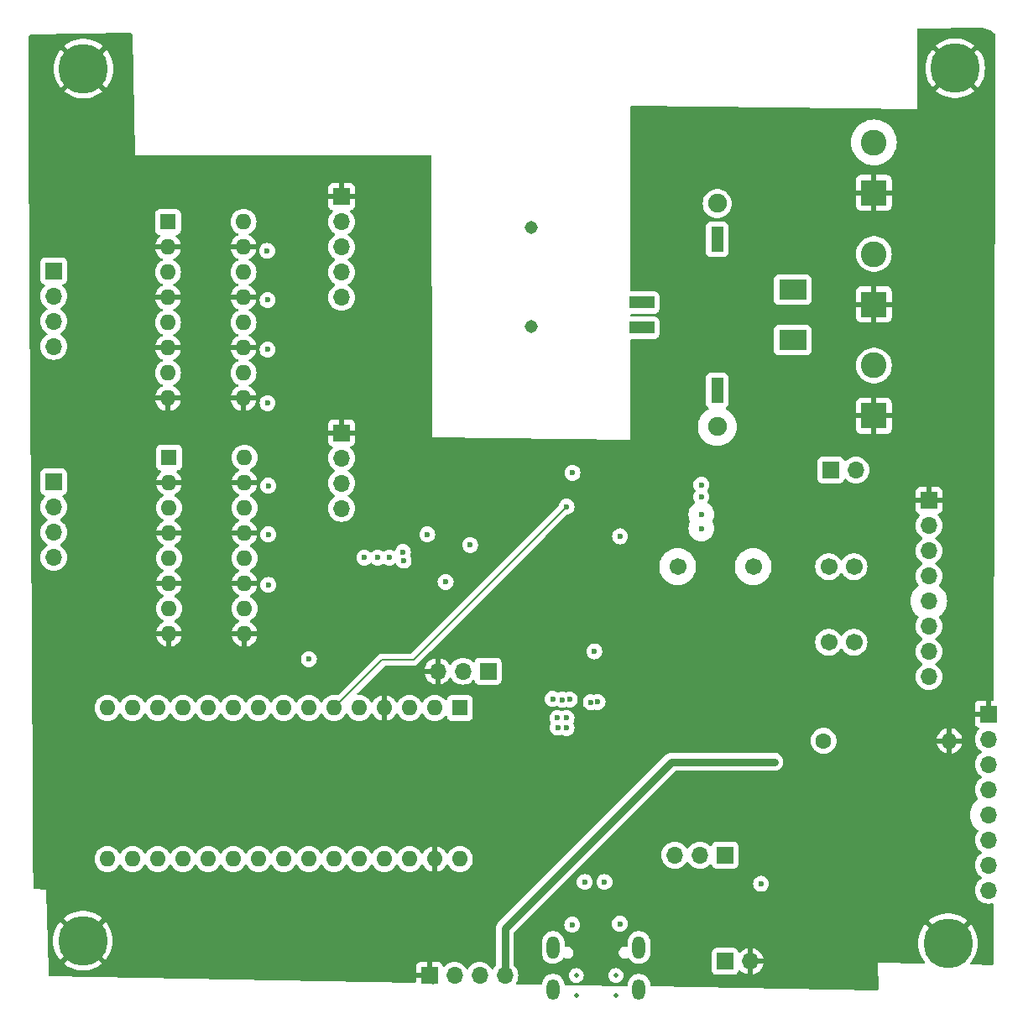
<source format=gbl>
G04 #@! TF.GenerationSoftware,KiCad,Pcbnew,8.0.8*
G04 #@! TF.CreationDate,2026-01-14T14:22:45+11:00*
G04 #@! TF.ProjectId,robotv1,726f626f-7476-4312-9e6b-696361645f70,2*
G04 #@! TF.SameCoordinates,Original*
G04 #@! TF.FileFunction,Copper,L4,Bot*
G04 #@! TF.FilePolarity,Positive*
%FSLAX46Y46*%
G04 Gerber Fmt 4.6, Leading zero omitted, Abs format (unit mm)*
G04 Created by KiCad (PCBNEW 8.0.8) date 2026-01-14 14:22:45*
%MOMM*%
%LPD*%
G01*
G04 APERTURE LIST*
G04 #@! TA.AperFunction,ComponentPad*
%ADD10R,1.700000X1.700000*%
G04 #@! TD*
G04 #@! TA.AperFunction,ComponentPad*
%ADD11O,1.700000X1.700000*%
G04 #@! TD*
G04 #@! TA.AperFunction,ComponentPad*
%ADD12O,1.300000X2.300000*%
G04 #@! TD*
G04 #@! TA.AperFunction,ComponentPad*
%ADD13O,1.300000X2.100000*%
G04 #@! TD*
G04 #@! TA.AperFunction,ComponentPad*
%ADD14C,0.500000*%
G04 #@! TD*
G04 #@! TA.AperFunction,ComponentPad*
%ADD15R,1.600000X1.600000*%
G04 #@! TD*
G04 #@! TA.AperFunction,ComponentPad*
%ADD16O,1.600000X1.600000*%
G04 #@! TD*
G04 #@! TA.AperFunction,ComponentPad*
%ADD17C,1.308000*%
G04 #@! TD*
G04 #@! TA.AperFunction,ComponentPad*
%ADD18R,2.600000X2.600000*%
G04 #@! TD*
G04 #@! TA.AperFunction,ComponentPad*
%ADD19C,2.600000*%
G04 #@! TD*
G04 #@! TA.AperFunction,ComponentPad*
%ADD20C,0.600000*%
G04 #@! TD*
G04 #@! TA.AperFunction,ComponentPad*
%ADD21C,5.000000*%
G04 #@! TD*
G04 #@! TA.AperFunction,ComponentPad*
%ADD22C,1.905000*%
G04 #@! TD*
G04 #@! TA.AperFunction,ComponentPad*
%ADD23R,2.794000X2.032000*%
G04 #@! TD*
G04 #@! TA.AperFunction,ComponentPad*
%ADD24R,2.540000X1.270000*%
G04 #@! TD*
G04 #@! TA.AperFunction,ComponentPad*
%ADD25R,1.270000X2.540000*%
G04 #@! TD*
G04 #@! TA.AperFunction,ComponentPad*
%ADD26C,1.600000*%
G04 #@! TD*
G04 #@! TA.AperFunction,ComponentPad*
%ADD27C,1.701800*%
G04 #@! TD*
G04 #@! TA.AperFunction,ViaPad*
%ADD28C,0.600000*%
G04 #@! TD*
G04 #@! TA.AperFunction,Conductor*
%ADD29C,0.250000*%
G04 #@! TD*
G04 #@! TA.AperFunction,Conductor*
%ADD30C,0.200000*%
G04 #@! TD*
G04 #@! TA.AperFunction,Conductor*
%ADD31C,0.800000*%
G04 #@! TD*
G04 APERTURE END LIST*
D10*
G04 #@! TO.P,J7,1,Pin_1*
G04 #@! TO.N,GND*
X32695000Y58630000D03*
D11*
G04 #@! TO.P,J7,2,Pin_2*
G04 #@! TO.N,/PWR_SCK*
X32695000Y56090000D03*
G04 #@! TO.P,J7,3,Pin_3*
G04 #@! TO.N,/PWR_MISO*
X32695000Y53550000D03*
G04 #@! TO.P,J7,4,Pin_4*
G04 #@! TO.N,/PWR_MOSI*
X32695000Y51010000D03*
G04 #@! TD*
D12*
G04 #@! TO.P,J10,S1,SHIELD*
G04 #@! TO.N,Net-(J10-SHIELD)*
X54040000Y6710000D03*
D13*
X54040000Y2510000D03*
D14*
X56370000Y3890000D03*
X56370000Y1890000D03*
X60370000Y3890000D03*
X60370000Y1890000D03*
D12*
X62700000Y6710000D03*
D13*
X62700000Y2510000D03*
G04 #@! TD*
D10*
G04 #@! TO.P,J9,1,Pin_1*
G04 #@! TO.N,PIN_5V_POUR*
X71395000Y16040000D03*
D11*
G04 #@! TO.P,J9,2,Pin_2*
G04 #@! TO.N,Net-(J9-Pin_2)*
X68855000Y16040000D03*
G04 #@! TO.P,J9,3,Pin_3*
G04 #@! TO.N,USB_5V_POUR*
X66315000Y16040000D03*
G04 #@! TD*
D10*
G04 #@! TO.P,J2,1,Pin_1*
G04 #@! TO.N,GND*
X91945000Y51815000D03*
D11*
G04 #@! TO.P,J2,2,Pin_2*
G04 #@! TO.N,Net-(J14-Pin_2)*
X91945000Y49275000D03*
G04 #@! TO.P,J2,3,Pin_3*
G04 #@! TO.N,Net-(J14-Pin_3)*
X91945000Y46735000D03*
G04 #@! TO.P,J2,4,Pin_4*
G04 #@! TO.N,Net-(J14-Pin_4)*
X91945000Y44195000D03*
G04 #@! TO.P,J2,5,Pin_5*
G04 #@! TO.N,Vdrive*
X91945000Y41655000D03*
G04 #@! TO.P,J2,6,Pin_6*
G04 #@! TO.N,Net-(J14-Pin_6)*
X91945000Y39115000D03*
G04 #@! TO.P,J2,7,Pin_7*
G04 #@! TO.N,Net-(J14-Pin_7)*
X91945000Y36575000D03*
G04 #@! TO.P,J2,8,Pin_8*
G04 #@! TO.N,Net-(J14-Pin_8)*
X91945000Y34035000D03*
G04 #@! TD*
D10*
G04 #@! TO.P,J5,1,Pin_1*
G04 #@! TO.N,Net-(J5-Pin_1)*
X3655000Y53680000D03*
D11*
G04 #@! TO.P,J5,2,Pin_2*
G04 #@! TO.N,Net-(J5-Pin_2)*
X3655000Y51140000D03*
G04 #@! TO.P,J5,3,Pin_3*
G04 #@! TO.N,Net-(J5-Pin_3)*
X3655000Y48600000D03*
G04 #@! TO.P,J5,4,Pin_4*
G04 #@! TO.N,Net-(J5-Pin_4)*
X3655000Y46060000D03*
G04 #@! TD*
D10*
G04 #@! TO.P,J6,1,Pin_1*
G04 #@! TO.N,GND*
X32695000Y82450000D03*
D11*
G04 #@! TO.P,J6,2,Pin_2*
G04 #@! TO.N,Net-(J6-Pin_2)*
X32695000Y79910000D03*
G04 #@! TO.P,J6,3,Pin_3*
G04 #@! TO.N,Net-(J6-Pin_3)*
X32695000Y77370000D03*
G04 #@! TO.P,J6,4,Pin_4*
G04 #@! TO.N,Net-(J6-Pin_4)*
X32695000Y74830000D03*
G04 #@! TO.P,J6,5,Pin_5*
G04 #@! TO.N,Net-(J6-Pin_5)*
X32695000Y72290000D03*
G04 #@! TD*
D15*
G04 #@! TO.P,U2,1*
G04 #@! TO.N,Net-(J1-Pin_1)*
X15185000Y79920000D03*
D16*
G04 #@! TO.P,U2,2*
G04 #@! TO.N,GND*
X15185000Y77380000D03*
G04 #@! TO.P,U2,3*
G04 #@! TO.N,Net-(J1-Pin_2)*
X15185000Y74840000D03*
G04 #@! TO.P,U2,4*
G04 #@! TO.N,GND*
X15185000Y72300000D03*
G04 #@! TO.P,U2,5*
G04 #@! TO.N,Net-(J1-Pin_3)*
X15185000Y69760000D03*
G04 #@! TO.P,U2,6*
G04 #@! TO.N,GND*
X15185000Y67220000D03*
G04 #@! TO.P,U2,7*
G04 #@! TO.N,Net-(J1-Pin_4)*
X15185000Y64680000D03*
G04 #@! TO.P,U2,8*
G04 #@! TO.N,GND*
X15185000Y62140000D03*
G04 #@! TO.P,U2,9*
X22805000Y62140000D03*
G04 #@! TO.P,U2,10*
G04 #@! TO.N,Net-(J6-Pin_5)*
X22805000Y64680000D03*
G04 #@! TO.P,U2,11*
G04 #@! TO.N,GND*
X22805000Y67220000D03*
G04 #@! TO.P,U2,12*
G04 #@! TO.N,Net-(J6-Pin_4)*
X22805000Y69760000D03*
G04 #@! TO.P,U2,13*
G04 #@! TO.N,GND*
X22805000Y72300000D03*
G04 #@! TO.P,U2,14*
G04 #@! TO.N,Net-(J6-Pin_3)*
X22805000Y74840000D03*
G04 #@! TO.P,U2,15*
G04 #@! TO.N,GND*
X22805000Y77380000D03*
G04 #@! TO.P,U2,16*
G04 #@! TO.N,Net-(J6-Pin_2)*
X22805000Y79920000D03*
G04 #@! TD*
D10*
G04 #@! TO.P,J8,1,Pin_1*
G04 #@! TO.N,Net-(A1-D1{slash}TX)*
X47475000Y34590000D03*
D11*
G04 #@! TO.P,J8,2,Pin_2*
G04 #@! TO.N,Net-(A1-D0{slash}RX)*
X44935000Y34590000D03*
G04 #@! TO.P,J8,3,Pin_3*
G04 #@! TO.N,GND*
X42395000Y34590000D03*
G04 #@! TD*
D17*
G04 #@! TO.P,S1,1*
G04 #@! TO.N,Net-(F1-Pad2)*
X51845000Y79390000D03*
G04 #@! TO.P,S1,2*
G04 #@! TO.N,Net-(K2-Pad5)*
X51845000Y69390000D03*
G04 #@! TD*
D10*
G04 #@! TO.P,J14,1,Pin_1*
G04 #@! TO.N,GND*
X97950000Y30265000D03*
D11*
G04 #@! TO.P,J14,2,Pin_2*
G04 #@! TO.N,Net-(J14-Pin_2)*
X97950000Y27725000D03*
G04 #@! TO.P,J14,3,Pin_3*
G04 #@! TO.N,Net-(J14-Pin_3)*
X97950000Y25185000D03*
G04 #@! TO.P,J14,4,Pin_4*
G04 #@! TO.N,Net-(J14-Pin_4)*
X97950000Y22645000D03*
G04 #@! TO.P,J14,5,Pin_5*
G04 #@! TO.N,Vdrive*
X97950000Y20105000D03*
G04 #@! TO.P,J14,6,Pin_6*
G04 #@! TO.N,Net-(J14-Pin_6)*
X97950000Y17565000D03*
G04 #@! TO.P,J14,7,Pin_7*
G04 #@! TO.N,Net-(J14-Pin_7)*
X97950000Y15025000D03*
G04 #@! TO.P,J14,8,Pin_8*
G04 #@! TO.N,Net-(J14-Pin_8)*
X97950000Y12485000D03*
G04 #@! TD*
D18*
G04 #@! TO.P,J11,1,Pin_1*
G04 #@! TO.N,GND*
X86400000Y82845000D03*
D19*
G04 #@! TO.P,J11,2,Pin_2*
G04 #@! TO.N,Vdrive*
X86400000Y87925000D03*
G04 #@! TD*
D15*
G04 #@! TO.P,U3,1*
G04 #@! TO.N,Net-(J5-Pin_1)*
X15285000Y56140000D03*
D16*
G04 #@! TO.P,U3,2*
G04 #@! TO.N,GND*
X15285000Y53600000D03*
G04 #@! TO.P,U3,3*
G04 #@! TO.N,Net-(J5-Pin_2)*
X15285000Y51060000D03*
G04 #@! TO.P,U3,4*
G04 #@! TO.N,GND*
X15285000Y48520000D03*
G04 #@! TO.P,U3,5*
G04 #@! TO.N,Net-(J5-Pin_3)*
X15285000Y45980000D03*
G04 #@! TO.P,U3,6*
G04 #@! TO.N,GND*
X15285000Y43440000D03*
G04 #@! TO.P,U3,7*
G04 #@! TO.N,Net-(J5-Pin_4)*
X15285000Y40900000D03*
G04 #@! TO.P,U3,8*
G04 #@! TO.N,GND*
X15285000Y38360000D03*
G04 #@! TO.P,U3,9*
X22905000Y38360000D03*
G04 #@! TO.P,U3,10*
G04 #@! TO.N,unconnected-(U3-Pad10)*
X22905000Y40900000D03*
G04 #@! TO.P,U3,11*
G04 #@! TO.N,GND*
X22905000Y43440000D03*
G04 #@! TO.P,U3,12*
G04 #@! TO.N,/PWR_MOSI*
X22905000Y45980000D03*
G04 #@! TO.P,U3,13*
G04 #@! TO.N,GND*
X22905000Y48520000D03*
G04 #@! TO.P,U3,14*
G04 #@! TO.N,/PWR_MISO*
X22905000Y51060000D03*
G04 #@! TO.P,U3,15*
G04 #@! TO.N,GND*
X22905000Y53600000D03*
G04 #@! TO.P,U3,16*
G04 #@! TO.N,/PWR_SCK*
X22905000Y56140000D03*
G04 #@! TD*
D20*
G04 #@! TO.P,H5,1*
G04 #@! TO.N,GND*
X91875000Y7150000D03*
X92465000Y8560000D03*
X92465000Y5740000D03*
X93875000Y9150000D03*
D21*
X93875000Y7150000D03*
D20*
X93875000Y5150000D03*
X95285000Y8560000D03*
X95285000Y5740000D03*
X95875000Y7150000D03*
G04 #@! TD*
D15*
G04 #@! TO.P,A1,1,D1/TX*
G04 #@! TO.N,Net-(A1-D1{slash}TX)*
X44635000Y30890000D03*
D16*
G04 #@! TO.P,A1,2,D0/RX*
G04 #@! TO.N,Net-(A1-D0{slash}RX)*
X42095000Y30890000D03*
G04 #@! TO.P,A1,3,~{RESET}*
G04 #@! TO.N,unconnected-(A1-~{RESET}-Pad3)*
X39555000Y30890000D03*
G04 #@! TO.P,A1,4,GND*
G04 #@! TO.N,GND*
X37015000Y30890000D03*
G04 #@! TO.P,A1,5,D2*
G04 #@! TO.N,Net-(A1-D2)*
X34475000Y30890000D03*
G04 #@! TO.P,A1,6,D3*
G04 #@! TO.N,FAULT*
X31935000Y30890000D03*
G04 #@! TO.P,A1,7,D4*
G04 #@! TO.N,unconnected-(A1-D4-Pad7)*
X29395000Y30890000D03*
G04 #@! TO.P,A1,8,D5*
G04 #@! TO.N,unconnected-(A1-D5-Pad8)*
X26855000Y30890000D03*
G04 #@! TO.P,A1,9,D6*
G04 #@! TO.N,unconnected-(A1-D6-Pad9)*
X24315000Y30890000D03*
G04 #@! TO.P,A1,10,D7*
G04 #@! TO.N,unconnected-(A1-D7-Pad10)*
X21775000Y30890000D03*
G04 #@! TO.P,A1,11,D8*
G04 #@! TO.N,unconnected-(A1-D8-Pad11)*
X19235000Y30890000D03*
G04 #@! TO.P,A1,12,D9*
G04 #@! TO.N,unconnected-(A1-D9-Pad12)*
X16695000Y30890000D03*
G04 #@! TO.P,A1,13,D10*
G04 #@! TO.N,unconnected-(A1-D10-Pad13)*
X14155000Y30890000D03*
G04 #@! TO.P,A1,14,D11*
G04 #@! TO.N,/PWR_MOSI*
X11615000Y30890000D03*
G04 #@! TO.P,A1,15,D12*
G04 #@! TO.N,/PWR_MISO*
X9075000Y30890000D03*
G04 #@! TO.P,A1,16,D13*
G04 #@! TO.N,/PWR_SCK*
X9075000Y15650000D03*
G04 #@! TO.P,A1,17,3V3*
G04 #@! TO.N,unconnected-(A1-3V3-Pad17)*
X11615000Y15650000D03*
G04 #@! TO.P,A1,18,AREF*
G04 #@! TO.N,unconnected-(A1-AREF-Pad18)*
X14155000Y15650000D03*
G04 #@! TO.P,A1,19,A0*
G04 #@! TO.N,Net-(A1-A0)*
X16695000Y15650000D03*
G04 #@! TO.P,A1,20,A1*
G04 #@! TO.N,unconnected-(A1-A1-Pad20)*
X19235000Y15650000D03*
G04 #@! TO.P,A1,21,A2*
G04 #@! TO.N,unconnected-(A1-A2-Pad21)*
X21775000Y15650000D03*
G04 #@! TO.P,A1,22,A3*
G04 #@! TO.N,unconnected-(A1-A3-Pad22)*
X24315000Y15650000D03*
G04 #@! TO.P,A1,23,A4*
G04 #@! TO.N,unconnected-(A1-A4-Pad23)*
X26855000Y15650000D03*
G04 #@! TO.P,A1,24,A5*
G04 #@! TO.N,unconnected-(A1-A5-Pad24)*
X29395000Y15650000D03*
G04 #@! TO.P,A1,25,A6*
G04 #@! TO.N,unconnected-(A1-A6-Pad25)*
X31935000Y15650000D03*
G04 #@! TO.P,A1,26,A7*
G04 #@! TO.N,unconnected-(A1-A7-Pad26)*
X34475000Y15650000D03*
G04 #@! TO.P,A1,27,+5V*
G04 #@! TO.N,unconnected-(A1-+5V-Pad27)*
X37015000Y15650000D03*
G04 #@! TO.P,A1,28,~{RESET}*
G04 #@! TO.N,unconnected-(A1-~{RESET}-Pad28)*
X39555000Y15650000D03*
G04 #@! TO.P,A1,29,GND*
G04 #@! TO.N,GND*
X42095000Y15650000D03*
G04 #@! TO.P,A1,30,VIN*
G04 #@! TO.N,VSS*
X44635000Y15650000D03*
G04 #@! TD*
D10*
G04 #@! TO.P,J1,1,Pin_1*
G04 #@! TO.N,Net-(J1-Pin_1)*
X3655000Y74970000D03*
D11*
G04 #@! TO.P,J1,2,Pin_2*
G04 #@! TO.N,Net-(J1-Pin_2)*
X3655000Y72430000D03*
G04 #@! TO.P,J1,3,Pin_3*
G04 #@! TO.N,Net-(J1-Pin_3)*
X3655000Y69890000D03*
G04 #@! TO.P,J1,4,Pin_4*
G04 #@! TO.N,Net-(J1-Pin_4)*
X3655000Y67350000D03*
G04 #@! TD*
D18*
G04 #@! TO.P,J12,1,Pin_1*
G04 #@! TO.N,GND*
X86400000Y71595000D03*
D19*
G04 #@! TO.P,J12,2,Pin_2*
G04 #@! TO.N,VCC*
X86400000Y76675000D03*
G04 #@! TD*
D20*
G04 #@! TO.P,H6,1*
G04 #@! TO.N,GND*
X92605000Y95400000D03*
X93195000Y96810000D03*
X93195000Y93990000D03*
X94605000Y97400000D03*
D21*
X94605000Y95400000D03*
D20*
X94605000Y93400000D03*
X96015000Y96810000D03*
X96015000Y93990000D03*
X96605000Y95400000D03*
G04 #@! TD*
G04 #@! TO.P,H7,1*
G04 #@! TO.N,GND*
X4655000Y95375000D03*
X5245000Y96785000D03*
X5245000Y93965000D03*
X6655000Y97375000D03*
D21*
X6655000Y95375000D03*
D20*
X6655000Y93375000D03*
X8065000Y96785000D03*
X8065000Y93965000D03*
X8655000Y95375000D03*
G04 #@! TD*
D22*
G04 #@! TO.P,F1,1,1*
G04 #@! TO.N,Drive-D-V*
X70595000Y81770000D03*
G04 #@! TO.P,F1,2,2*
G04 #@! TO.N,Net-(F1-Pad2)*
X70595000Y59270000D03*
D23*
G04 #@! TO.P,F1,3*
G04 #@! TO.N,N/C*
X78215000Y67980000D03*
G04 #@! TO.P,F1,4*
X78215000Y73060000D03*
D24*
G04 #@! TO.P,F1,5*
X62975000Y69250000D03*
G04 #@! TO.P,F1,6*
X62975000Y71790000D03*
D25*
G04 #@! TO.P,F1,7*
X70595000Y62900000D03*
G04 #@! TO.P,F1,8*
X70595000Y78140000D03*
G04 #@! TD*
D26*
G04 #@! TO.P,R6,1*
G04 #@! TO.N,Net-(D3-Pad1)*
X81325000Y27560000D03*
D16*
G04 #@! TO.P,R6,2*
G04 #@! TO.N,GND*
X94025000Y27560000D03*
G04 #@! TD*
D20*
G04 #@! TO.P,H4,1*
G04 #@! TO.N,GND*
X4595000Y7390000D03*
X5185000Y8800000D03*
X5185000Y5980000D03*
X6595000Y9390000D03*
D21*
X6595000Y7390000D03*
D20*
X6595000Y5390000D03*
X8005000Y8800000D03*
X8005000Y5980000D03*
X8595000Y7390000D03*
G04 #@! TD*
D10*
G04 #@! TO.P,J4,1,Pin_1*
G04 #@! TO.N,Net-(J4-Pin_1)*
X82055000Y54890000D03*
D11*
G04 #@! TO.P,J4,2,Pin_2*
G04 #@! TO.N,Net-(J4-Pin_2)*
X84595000Y54890000D03*
G04 #@! TD*
D10*
G04 #@! TO.P,J15,1,Pin_1*
G04 #@! TO.N,GND*
X41555000Y3890000D03*
D11*
G04 #@! TO.P,J15,2,Pin_2*
G04 #@! TO.N,VSS*
X44095000Y3890000D03*
G04 #@! TO.P,J15,3,Pin_3*
G04 #@! TO.N,+5VA*
X46635000Y3890000D03*
G04 #@! TO.P,J15,4,Pin_4*
G04 #@! TO.N,VCC*
X49175000Y3890000D03*
G04 #@! TD*
D18*
G04 #@! TO.P,J13,1,Pin_1*
G04 #@! TO.N,GND*
X86400000Y60345000D03*
D19*
G04 #@! TO.P,J13,2,Pin_2*
G04 #@! TO.N,VCC*
X86400000Y65425000D03*
G04 #@! TD*
D10*
G04 #@! TO.P,J3,1,Pin_1*
G04 #@! TO.N,PIN_5V_POUR*
X71395000Y5315000D03*
D11*
G04 #@! TO.P,J3,2,Pin_2*
G04 #@! TO.N,GND*
X73935000Y5315000D03*
G04 #@! TD*
D27*
G04 #@! TO.P,K2,1,1*
G04 #@! TO.N,Net-(D1-Pad1)*
X84385000Y45140000D03*
G04 #@! TO.P,K2,2,2*
G04 #@! TO.N,Net-(J4-Pin_1)*
X81845000Y45140000D03*
G04 #@! TO.P,K2,5,5*
G04 #@! TO.N,Net-(K2-Pad5)*
X74225000Y45140000D03*
G04 #@! TO.P,K2,8,8*
G04 #@! TO.N,CSENSE_IN*
X66605000Y45140000D03*
G04 #@! TO.P,K2,15,15*
G04 #@! TO.N,Net-(J4-Pin_2)*
X81845000Y37520000D03*
G04 #@! TO.P,K2,16,16*
G04 #@! TO.N,Net-(S2-B)*
X84385000Y37520000D03*
G04 #@! TD*
D28*
G04 #@! TO.N,GND*
X63545000Y10775000D03*
X56450000Y32785000D03*
X61945000Y9265000D03*
X57595000Y46790000D03*
X58995000Y53390000D03*
X30420000Y40465000D03*
X41845000Y40890000D03*
X63320000Y31690000D03*
X30420000Y39415000D03*
X53695000Y37215000D03*
X63345000Y33140000D03*
X41845000Y39640000D03*
X30420000Y38415000D03*
X63345000Y34665000D03*
X39195000Y48190000D03*
X53695000Y39165000D03*
X54820000Y9315000D03*
X46845000Y49140000D03*
X60595000Y38690000D03*
G04 #@! TO.N,FAULT*
X55395000Y51190000D03*
G04 #@! TO.N,VSS*
X25195000Y76990000D03*
X55995000Y54590000D03*
X25295000Y53290000D03*
X60795000Y48190000D03*
X25235000Y67030000D03*
X25295000Y48390000D03*
X75020000Y13140000D03*
X25295000Y43290000D03*
X25235000Y61630000D03*
X25235000Y72030000D03*
X29395000Y35790000D03*
G04 #@! TO.N,VCC*
X58190000Y36590000D03*
X76345000Y25440000D03*
X68995000Y53390000D03*
X68995000Y52190000D03*
X45665000Y47320000D03*
X43195000Y43590000D03*
G04 #@! TO.N,5V_SW*
X53995000Y31790000D03*
X55720000Y31740000D03*
X58520000Y31490000D03*
X55395000Y29865000D03*
X54520000Y28890000D03*
X57845000Y31465000D03*
X54470000Y29865000D03*
X54945000Y31715000D03*
X55395000Y28865000D03*
G04 #@! TO.N,3V3_SW*
X34995000Y46040000D03*
X41345000Y48390000D03*
X38895000Y46604472D03*
X36345000Y46040000D03*
X37495000Y46040000D03*
X38959472Y45740000D03*
G04 #@! TO.N,CSENSE_IN*
X68995000Y48990000D03*
X68995000Y50390000D03*
G04 #@! TO.N,USB_5V_POUR*
X57220000Y13315000D03*
X60770000Y9115000D03*
X59220000Y13315000D03*
X55970000Y9015000D03*
G04 #@! TD*
D29*
G04 #@! TO.N,GND*
X42095000Y3430000D02*
X41805000Y3140000D01*
D30*
G04 #@! TO.N,FAULT*
X31935000Y30890000D02*
X36785000Y35740000D01*
X39945000Y35740000D02*
X55395000Y51190000D01*
X36785000Y35740000D02*
X39945000Y35740000D01*
D31*
G04 #@! TO.N,VCC*
X65970000Y25440000D02*
X76345000Y25440000D01*
X49175000Y8645000D02*
X65970000Y25440000D01*
X49175000Y3890000D02*
X49175000Y8645000D01*
G04 #@! TD*
G04 #@! TA.AperFunction,Conductor*
G04 #@! TO.N,GND*
G36*
X8146612Y6191941D02*
G01*
X8054728Y6230000D01*
X7955272Y6230000D01*
X7863386Y6191940D01*
X7793060Y6121614D01*
X7755000Y6029728D01*
X7755000Y5930272D01*
X7793058Y5838389D01*
X7464106Y6167342D01*
X7572184Y6245864D01*
X7739136Y6412816D01*
X7817659Y6520894D01*
X8146612Y6191941D01*
G37*
G04 #@! TD.AperFunction*
G04 #@! TA.AperFunction,Conductor*
G36*
X8206612Y94176941D02*
G01*
X8114728Y94215000D01*
X8015272Y94215000D01*
X7923386Y94176940D01*
X7853060Y94106614D01*
X7815000Y94014728D01*
X7815000Y93915272D01*
X7853058Y93823389D01*
X7524106Y94152342D01*
X7632184Y94230864D01*
X7799136Y94397816D01*
X7877659Y94505894D01*
X8206612Y94176941D01*
G37*
G04 #@! TD.AperFunction*
G04 #@! TA.AperFunction,Conductor*
G36*
X96156612Y94201941D02*
G01*
X96064728Y94240000D01*
X95965272Y94240000D01*
X95873386Y94201940D01*
X95803060Y94131614D01*
X95765000Y94039728D01*
X95765000Y93940272D01*
X95803058Y93848389D01*
X95474106Y94177342D01*
X95582184Y94255864D01*
X95749136Y94422816D01*
X95827659Y94530894D01*
X96156612Y94201941D01*
G37*
G04 #@! TD.AperFunction*
G04 #@! TA.AperFunction,Conductor*
G36*
X97422441Y99459073D02*
G01*
X97584648Y99429347D01*
X97590798Y99428220D01*
X97605335Y99424637D01*
X97879172Y99339305D01*
X97893163Y99334000D01*
X98154743Y99216273D01*
X98167989Y99209320D01*
X98413465Y99060925D01*
X98425776Y99052427D01*
X98571480Y98938276D01*
X98612113Y98881436D01*
X98619007Y98840468D01*
X98551365Y56225064D01*
X98512498Y31738800D01*
X98492708Y31671795D01*
X98439831Y31626124D01*
X98388499Y31615000D01*
X98200000Y31615000D01*
X98200000Y30698012D01*
X98142993Y30730925D01*
X98015826Y30765000D01*
X97884174Y30765000D01*
X97757007Y30730925D01*
X97700000Y30698012D01*
X97700000Y31615000D01*
X97052155Y31615000D01*
X96992627Y31608599D01*
X96992620Y31608597D01*
X96857913Y31558355D01*
X96857906Y31558351D01*
X96742812Y31472191D01*
X96742809Y31472188D01*
X96656649Y31357094D01*
X96656645Y31357087D01*
X96606403Y31222380D01*
X96606401Y31222373D01*
X96600000Y31162845D01*
X96600000Y30515000D01*
X97516988Y30515000D01*
X97484075Y30457993D01*
X97450000Y30330826D01*
X97450000Y30199174D01*
X97484075Y30072007D01*
X97516988Y30015000D01*
X96600000Y30015000D01*
X96600000Y29367156D01*
X96606401Y29307628D01*
X96606403Y29307621D01*
X96656645Y29172914D01*
X96656649Y29172907D01*
X96742809Y29057813D01*
X96742812Y29057810D01*
X96857906Y28971650D01*
X96857913Y28971646D01*
X96989470Y28922579D01*
X97045403Y28880708D01*
X97069821Y28815244D01*
X97054970Y28746971D01*
X97033819Y28718716D01*
X96911503Y28596400D01*
X96775965Y28402831D01*
X96775964Y28402829D01*
X96676098Y28188665D01*
X96676094Y28188656D01*
X96614938Y27960414D01*
X96614936Y27960404D01*
X96594341Y27725001D01*
X96594341Y27725000D01*
X96614936Y27489597D01*
X96614938Y27489587D01*
X96676094Y27261345D01*
X96676096Y27261341D01*
X96676097Y27261337D01*
X96744954Y27113674D01*
X96775965Y27047170D01*
X96775967Y27047166D01*
X96911501Y26853605D01*
X96911506Y26853598D01*
X97078597Y26686507D01*
X97078603Y26686502D01*
X97264158Y26556575D01*
X97307783Y26501998D01*
X97314977Y26432500D01*
X97283454Y26370145D01*
X97264158Y26353425D01*
X97078597Y26223495D01*
X96911505Y26056403D01*
X96775965Y25862831D01*
X96775964Y25862829D01*
X96676098Y25648665D01*
X96676094Y25648656D01*
X96614938Y25420414D01*
X96614936Y25420404D01*
X96594341Y25185001D01*
X96594341Y25185000D01*
X96614936Y24949597D01*
X96614938Y24949587D01*
X96676094Y24721345D01*
X96676096Y24721341D01*
X96676097Y24721337D01*
X96713097Y24641991D01*
X96775965Y24507170D01*
X96775967Y24507166D01*
X96911501Y24313605D01*
X96911506Y24313598D01*
X97078597Y24146507D01*
X97078603Y24146502D01*
X97264158Y24016575D01*
X97307783Y23961998D01*
X97314977Y23892500D01*
X97283454Y23830145D01*
X97264158Y23813425D01*
X97078597Y23683495D01*
X96911505Y23516403D01*
X96775965Y23322831D01*
X96775964Y23322829D01*
X96676098Y23108665D01*
X96676094Y23108656D01*
X96614938Y22880414D01*
X96614936Y22880404D01*
X96594341Y22645001D01*
X96594341Y22645000D01*
X96614936Y22409597D01*
X96614938Y22409587D01*
X96676094Y22181345D01*
X96676096Y22181341D01*
X96676097Y22181337D01*
X96775965Y21967170D01*
X96775967Y21967166D01*
X96904368Y21783791D01*
X96926695Y21717585D01*
X96909685Y21649818D01*
X96877103Y21613401D01*
X96735092Y21507094D01*
X96735074Y21507078D01*
X96547922Y21319926D01*
X96547906Y21319908D01*
X96389285Y21108014D01*
X96389280Y21108006D01*
X96262428Y20875695D01*
X96262426Y20875691D01*
X96169921Y20627674D01*
X96113658Y20369035D01*
X96113657Y20369028D01*
X96094773Y20105002D01*
X96094773Y20104999D01*
X96113657Y19840973D01*
X96113658Y19840966D01*
X96169921Y19582327D01*
X96262426Y19334310D01*
X96262428Y19334306D01*
X96389280Y19101995D01*
X96389285Y19101987D01*
X96547906Y18890093D01*
X96547922Y18890075D01*
X96735074Y18702923D01*
X96735092Y18702907D01*
X96877103Y18596600D01*
X96918975Y18540667D01*
X96923959Y18470975D01*
X96904368Y18426210D01*
X96775965Y18242831D01*
X96775964Y18242829D01*
X96676098Y18028665D01*
X96676094Y18028656D01*
X96614938Y17800414D01*
X96614936Y17800404D01*
X96594341Y17565001D01*
X96594341Y17565000D01*
X96614936Y17329597D01*
X96614938Y17329587D01*
X96676094Y17101345D01*
X96676096Y17101341D01*
X96676097Y17101337D01*
X96686749Y17078494D01*
X96775965Y16887170D01*
X96775967Y16887166D01*
X96850912Y16780135D01*
X96902439Y16706546D01*
X96911501Y16693605D01*
X96911506Y16693598D01*
X97078597Y16526507D01*
X97078603Y16526502D01*
X97264158Y16396575D01*
X97307783Y16341998D01*
X97314977Y16272500D01*
X97283454Y16210145D01*
X97264158Y16193425D01*
X97078597Y16063495D01*
X96911505Y15896403D01*
X96775965Y15702831D01*
X96775964Y15702829D01*
X96676098Y15488665D01*
X96676094Y15488656D01*
X96614938Y15260414D01*
X96614936Y15260404D01*
X96594341Y15025001D01*
X96594341Y15025000D01*
X96614936Y14789597D01*
X96614938Y14789587D01*
X96676094Y14561345D01*
X96676096Y14561341D01*
X96676097Y14561337D01*
X96695638Y14519432D01*
X96775965Y14347170D01*
X96775967Y14347166D01*
X96911501Y14153605D01*
X96911506Y14153598D01*
X97078597Y13986507D01*
X97078603Y13986502D01*
X97264158Y13856575D01*
X97307783Y13801998D01*
X97314977Y13732500D01*
X97283454Y13670145D01*
X97264158Y13653425D01*
X97078597Y13523495D01*
X96911505Y13356403D01*
X96775965Y13162831D01*
X96775964Y13162829D01*
X96676098Y12948665D01*
X96676094Y12948656D01*
X96614938Y12720414D01*
X96614936Y12720404D01*
X96594341Y12485001D01*
X96594341Y12485000D01*
X96614936Y12249597D01*
X96614938Y12249587D01*
X96676094Y12021345D01*
X96676096Y12021341D01*
X96676097Y12021337D01*
X96775965Y11807170D01*
X96775967Y11807166D01*
X96884281Y11652479D01*
X96911505Y11613599D01*
X97078599Y11446505D01*
X97175384Y11378735D01*
X97272165Y11310968D01*
X97272167Y11310967D01*
X97272170Y11310965D01*
X97486337Y11211097D01*
X97714592Y11149937D01*
X97902918Y11133461D01*
X97949999Y11129341D01*
X97950000Y11129341D01*
X97950001Y11129341D01*
X97989234Y11132774D01*
X98185408Y11149937D01*
X98323592Y11186963D01*
X98393442Y11185300D01*
X98451304Y11146137D01*
X98478808Y11081909D01*
X98479685Y11066991D01*
X98470199Y5090677D01*
X98450408Y5023669D01*
X98397531Y4977998D01*
X98344337Y4966888D01*
X96254967Y4998274D01*
X96188230Y5018963D01*
X96143274Y5072449D01*
X96134370Y5141749D01*
X96164346Y5204861D01*
X96166639Y5207358D01*
X96177026Y5218367D01*
X96177031Y5218373D01*
X96385710Y5498678D01*
X96560438Y5801317D01*
X96560444Y5801330D01*
X96698854Y6122200D01*
X96799083Y6456989D01*
X96799085Y6456998D01*
X96859763Y6801120D01*
X96859764Y6801131D01*
X96880084Y7150000D01*
X96880084Y7150004D01*
X96859764Y7498870D01*
X96859763Y7498881D01*
X96799085Y7843003D01*
X96799083Y7843012D01*
X96698854Y8177801D01*
X96560444Y8498671D01*
X96560438Y8498684D01*
X96385710Y8801323D01*
X96177029Y9081629D01*
X96168850Y9090299D01*
X96168850Y9090300D01*
X95496942Y8418392D01*
X95535000Y8510272D01*
X95535000Y8609728D01*
X95496940Y8701614D01*
X95426614Y8771940D01*
X95334728Y8810000D01*
X95235272Y8810000D01*
X95143386Y8771940D01*
X95073060Y8701614D01*
X95035000Y8609728D01*
X95035000Y8510272D01*
X95073060Y8418386D01*
X95143386Y8348060D01*
X95235272Y8310000D01*
X95334728Y8310000D01*
X95426608Y8348058D01*
X95097658Y8019108D01*
X95019136Y8127184D01*
X94852184Y8294136D01*
X94744105Y8372660D01*
X94931446Y8560000D01*
X94931446Y8560001D01*
X94591447Y8900000D01*
X93999000Y8900000D01*
X93955538Y8912762D01*
X94016614Y8938060D01*
X94086940Y9008386D01*
X94125000Y9100272D01*
X94125000Y9199728D01*
X94086940Y9291614D01*
X94016614Y9361940D01*
X93950303Y9389407D01*
X93999000Y9400000D01*
X94747192Y9400000D01*
X94814231Y9380315D01*
X94834873Y9363681D01*
X95285000Y8913554D01*
X95812181Y9440735D01*
X95812180Y9440736D01*
X95669519Y9560443D01*
X95377538Y9752481D01*
X95065260Y9909315D01*
X95065254Y9909317D01*
X94736869Y10028839D01*
X94736866Y10028840D01*
X94396828Y10109430D01*
X94049723Y10150000D01*
X93700277Y10150000D01*
X93353172Y10109430D01*
X93353170Y10109430D01*
X93013133Y10028840D01*
X93013130Y10028839D01*
X92684745Y9909317D01*
X92684739Y9909315D01*
X92372461Y9752481D01*
X92080485Y9560446D01*
X91937817Y9440736D01*
X92606612Y8771941D01*
X92514728Y8810000D01*
X92415272Y8810000D01*
X92323386Y8771940D01*
X92253060Y8701614D01*
X92215000Y8609728D01*
X92215000Y8510272D01*
X92253060Y8418386D01*
X92323386Y8348060D01*
X92415272Y8310000D01*
X92514728Y8310000D01*
X92606614Y8348060D01*
X92676940Y8418386D01*
X92715000Y8510272D01*
X92715000Y8609728D01*
X92676940Y8701613D01*
X93005894Y8372660D01*
X92897816Y8294136D01*
X92730864Y8127184D01*
X92592085Y7936171D01*
X92484896Y7725800D01*
X92411935Y7501251D01*
X92380343Y7301791D01*
X92228553Y7150000D01*
X92380343Y6998210D01*
X92411935Y6798749D01*
X92484896Y6574200D01*
X92592085Y6363829D01*
X92715000Y6194651D01*
X92715000Y5990000D01*
X92919651Y5990000D01*
X93088829Y5867085D01*
X93299200Y5759896D01*
X93523749Y5686935D01*
X93723210Y5655344D01*
X93964096Y5414458D01*
X93985804Y5374702D01*
X93924728Y5400000D01*
X93825272Y5400000D01*
X93733386Y5361940D01*
X93663060Y5291614D01*
X93625000Y5199728D01*
X93625000Y5100272D01*
X93651047Y5037388D01*
X93647040Y5037448D01*
X93610542Y5060905D01*
X93181447Y5490000D01*
X92589000Y5490000D01*
X92545538Y5502762D01*
X92606614Y5528060D01*
X92676940Y5598386D01*
X92715000Y5690272D01*
X92715000Y5789728D01*
X92676940Y5881614D01*
X92606614Y5951940D01*
X92514728Y5990000D01*
X92415272Y5990000D01*
X92323386Y5951940D01*
X92253060Y5881614D01*
X92225593Y5815304D01*
X92215000Y5864000D01*
X92215000Y6456447D01*
X91785904Y6885543D01*
X91764195Y6925299D01*
X91825272Y6900000D01*
X91924728Y6900000D01*
X92016614Y6938060D01*
X92086940Y7008386D01*
X92125000Y7100272D01*
X92125000Y7199728D01*
X92086940Y7291614D01*
X92016614Y7361940D01*
X91924728Y7400000D01*
X91825272Y7400000D01*
X91758959Y7372533D01*
X91785904Y7414458D01*
X92214999Y7843554D01*
X92215000Y7843555D01*
X92215000Y8456447D01*
X91581148Y9090299D01*
X91581146Y9090299D01*
X91572973Y9081634D01*
X91364289Y8801323D01*
X91189561Y8498684D01*
X91189555Y8498671D01*
X91051145Y8177801D01*
X90950916Y7843012D01*
X90950914Y7843003D01*
X90890236Y7498881D01*
X90890235Y7498870D01*
X90869916Y7150004D01*
X90869916Y7150000D01*
X90890235Y6801131D01*
X90890236Y6801120D01*
X90950914Y6456998D01*
X90950916Y6456989D01*
X91051145Y6122200D01*
X91189555Y5801330D01*
X91189561Y5801317D01*
X91364289Y5498678D01*
X91535484Y5268724D01*
X91559728Y5203195D01*
X91544696Y5134962D01*
X91495160Y5085687D01*
X91434159Y5070690D01*
X86820000Y5140001D01*
X86819999Y5140000D01*
X86843843Y2517239D01*
X86824769Y2450024D01*
X86772383Y2403791D01*
X86717774Y2392129D01*
X63972426Y2772577D01*
X63905725Y2793380D01*
X63860860Y2846942D01*
X63850500Y2896560D01*
X63850500Y3000552D01*
X63826245Y3153686D01*
X63822171Y3179409D01*
X63766211Y3351639D01*
X63766211Y3351640D01*
X63732414Y3417968D01*
X63683996Y3512994D01*
X63633139Y3582993D01*
X63577558Y3659495D01*
X63577554Y3659500D01*
X63449499Y3787555D01*
X63449494Y3787559D01*
X63302997Y3893994D01*
X63302996Y3893995D01*
X63302994Y3893996D01*
X63251300Y3920336D01*
X63141639Y3976212D01*
X63141636Y3976213D01*
X62969410Y4032171D01*
X62790551Y4060500D01*
X62790546Y4060500D01*
X62609454Y4060500D01*
X62609449Y4060500D01*
X62430589Y4032171D01*
X62258363Y3976213D01*
X62258360Y3976212D01*
X62097002Y3893994D01*
X61950505Y3787559D01*
X61950500Y3787555D01*
X61822445Y3659500D01*
X61822441Y3659495D01*
X61716006Y3512998D01*
X61633788Y3351640D01*
X61633787Y3351637D01*
X61577829Y3179411D01*
X61549500Y3000552D01*
X61549500Y2939196D01*
X61529815Y2872157D01*
X61477011Y2826402D01*
X61423426Y2815213D01*
X56474492Y2897991D01*
X56407791Y2918794D01*
X56362926Y2972356D01*
X56354140Y3041671D01*
X56384224Y3104733D01*
X56443626Y3141519D01*
X56462683Y3145194D01*
X56538055Y3153686D01*
X56538057Y3153687D01*
X56538059Y3153687D01*
X56697690Y3209544D01*
X56697692Y3209546D01*
X56697694Y3209546D01*
X56697697Y3209548D01*
X56840884Y3299519D01*
X56840885Y3299520D01*
X56840890Y3299523D01*
X56960477Y3419110D01*
X56963597Y3424075D01*
X57050452Y3562303D01*
X57050454Y3562306D01*
X57050454Y3562308D01*
X57050456Y3562310D01*
X57106313Y3721941D01*
X57106313Y3721942D01*
X57106314Y3721944D01*
X57125249Y3890000D01*
X57125249Y3890003D01*
X59614751Y3890003D01*
X59614751Y3890000D01*
X59633685Y3721944D01*
X59689545Y3562306D01*
X59689547Y3562303D01*
X59779518Y3419116D01*
X59779523Y3419110D01*
X59899109Y3299524D01*
X59899115Y3299519D01*
X60042302Y3209548D01*
X60042305Y3209546D01*
X60042309Y3209545D01*
X60042310Y3209544D01*
X60086441Y3194102D01*
X60201943Y3153686D01*
X60369997Y3134751D01*
X60370000Y3134751D01*
X60370003Y3134751D01*
X60538056Y3153686D01*
X60591049Y3172229D01*
X60697690Y3209544D01*
X60697692Y3209546D01*
X60697694Y3209546D01*
X60697697Y3209548D01*
X60840884Y3299519D01*
X60840885Y3299520D01*
X60840890Y3299523D01*
X60960477Y3419110D01*
X60963597Y3424075D01*
X61050452Y3562303D01*
X61050454Y3562306D01*
X61050454Y3562308D01*
X61050456Y3562310D01*
X61106313Y3721941D01*
X61106313Y3721942D01*
X61106314Y3721944D01*
X61125249Y3890000D01*
X61125249Y3890003D01*
X61106314Y4058057D01*
X61050454Y4217695D01*
X61050452Y4217698D01*
X60960481Y4360885D01*
X60960476Y4360891D01*
X60840890Y4480477D01*
X60840884Y4480482D01*
X60697697Y4570453D01*
X60697694Y4570455D01*
X60538056Y4626315D01*
X60370003Y4645249D01*
X60369997Y4645249D01*
X60201943Y4626315D01*
X60042305Y4570455D01*
X60042302Y4570453D01*
X59899115Y4480482D01*
X59899109Y4480477D01*
X59779523Y4360891D01*
X59779518Y4360885D01*
X59689547Y4217698D01*
X59689545Y4217695D01*
X59633685Y4058057D01*
X59614751Y3890003D01*
X57125249Y3890003D01*
X57106314Y4058057D01*
X57050454Y4217695D01*
X57050452Y4217698D01*
X56960481Y4360885D01*
X56960476Y4360891D01*
X56840890Y4480477D01*
X56840884Y4480482D01*
X56697697Y4570453D01*
X56697694Y4570455D01*
X56538056Y4626315D01*
X56370003Y4645249D01*
X56369997Y4645249D01*
X56201943Y4626315D01*
X56042305Y4570455D01*
X56042302Y4570453D01*
X55899115Y4480482D01*
X55899109Y4480477D01*
X55779523Y4360891D01*
X55779518Y4360885D01*
X55689547Y4217698D01*
X55689545Y4217695D01*
X55633685Y4058057D01*
X55614751Y3890003D01*
X55614751Y3890000D01*
X55633685Y3721944D01*
X55689545Y3562306D01*
X55689547Y3562303D01*
X55779518Y3419116D01*
X55779523Y3419110D01*
X55899109Y3299524D01*
X55899115Y3299519D01*
X56042302Y3209548D01*
X56042305Y3209546D01*
X56042309Y3209545D01*
X56042310Y3209544D01*
X56148951Y3172229D01*
X56201944Y3153686D01*
X56240160Y3149380D01*
X56304574Y3122314D01*
X56344130Y3064719D01*
X56346267Y2994882D01*
X56310309Y2934975D01*
X56247671Y2904020D01*
X56224203Y2902177D01*
X55307486Y2917511D01*
X55240785Y2938314D01*
X55195920Y2991876D01*
X55187087Y3022096D01*
X55166245Y3153686D01*
X55162171Y3179409D01*
X55106211Y3351639D01*
X55106211Y3351640D01*
X55072414Y3417968D01*
X55023996Y3512994D01*
X54973139Y3582993D01*
X54917558Y3659495D01*
X54917554Y3659500D01*
X54789499Y3787555D01*
X54789494Y3787559D01*
X54642997Y3893994D01*
X54642996Y3893995D01*
X54642994Y3893996D01*
X54591300Y3920336D01*
X54481639Y3976212D01*
X54481636Y3976213D01*
X54309410Y4032171D01*
X54130551Y4060500D01*
X54130546Y4060500D01*
X53949454Y4060500D01*
X53949449Y4060500D01*
X53770589Y4032171D01*
X53598363Y3976213D01*
X53598360Y3976212D01*
X53437002Y3893994D01*
X53290505Y3787559D01*
X53290500Y3787555D01*
X53162445Y3659500D01*
X53162441Y3659495D01*
X53056006Y3512998D01*
X52973788Y3351640D01*
X52973787Y3351637D01*
X52917829Y3179411D01*
X52899621Y3064453D01*
X52869691Y3001319D01*
X52810380Y2964388D01*
X52775074Y2959869D01*
X50435884Y2998995D01*
X50369183Y3019798D01*
X50324318Y3073360D01*
X50315532Y3142675D01*
X50336384Y3194102D01*
X50347196Y3209544D01*
X50349035Y3212170D01*
X50448903Y3426337D01*
X50510063Y3654592D01*
X50530659Y3890000D01*
X50510063Y4125408D01*
X50448903Y4353663D01*
X50349035Y4567829D01*
X50347197Y4570455D01*
X50213494Y4761403D01*
X50111819Y4863078D01*
X50078334Y4924401D01*
X50075500Y4950759D01*
X50075500Y7300552D01*
X52889500Y7300552D01*
X52889500Y6119449D01*
X52917829Y5940590D01*
X52973787Y5768364D01*
X52973788Y5768361D01*
X53029107Y5659794D01*
X53056003Y5607007D01*
X53056006Y5607003D01*
X53162441Y5460506D01*
X53162445Y5460501D01*
X53290500Y5332446D01*
X53290505Y5332442D01*
X53380001Y5267420D01*
X53437006Y5226004D01*
X53520709Y5183355D01*
X53598360Y5143789D01*
X53598363Y5143788D01*
X53665400Y5122007D01*
X53770591Y5087829D01*
X53853429Y5074709D01*
X53949449Y5059500D01*
X53949454Y5059500D01*
X54130551Y5059500D01*
X54217259Y5073235D01*
X54309409Y5087829D01*
X54481639Y5143789D01*
X54642994Y5226004D01*
X54789501Y5332447D01*
X54917553Y5460499D01*
X55023996Y5607006D01*
X55024857Y5608697D01*
X55025352Y5609221D01*
X55026537Y5611154D01*
X55026943Y5610906D01*
X55072827Y5659494D01*
X55140646Y5676294D01*
X55197342Y5659795D01*
X55248216Y5630423D01*
X55400943Y5589500D01*
X55400945Y5589500D01*
X55559055Y5589500D01*
X55559057Y5589500D01*
X55711784Y5630423D01*
X55848716Y5709480D01*
X55960520Y5821284D01*
X56039577Y5958216D01*
X56080500Y6110943D01*
X56080500Y6269057D01*
X60659500Y6269057D01*
X60659500Y6110943D01*
X60681262Y6029728D01*
X60700423Y5958217D01*
X60700426Y5958210D01*
X60779475Y5821291D01*
X60779479Y5821286D01*
X60779480Y5821284D01*
X60891284Y5709480D01*
X60891286Y5709479D01*
X60891290Y5709476D01*
X60988392Y5653415D01*
X61028216Y5630423D01*
X61180943Y5589500D01*
X61180945Y5589500D01*
X61339055Y5589500D01*
X61339057Y5589500D01*
X61491784Y5630423D01*
X61542658Y5659796D01*
X61610554Y5676267D01*
X61676581Y5653415D01*
X61713173Y5610983D01*
X61713459Y5611158D01*
X61714531Y5609408D01*
X61715139Y5608703D01*
X61715841Y5607325D01*
X61716006Y5607002D01*
X61822441Y5460506D01*
X61822445Y5460501D01*
X61950500Y5332446D01*
X61950505Y5332442D01*
X62040001Y5267420D01*
X62097006Y5226004D01*
X62180709Y5183355D01*
X62258360Y5143789D01*
X62258363Y5143788D01*
X62325400Y5122007D01*
X62430591Y5087829D01*
X62513429Y5074709D01*
X62609449Y5059500D01*
X62609454Y5059500D01*
X62790551Y5059500D01*
X62877259Y5073235D01*
X62969409Y5087829D01*
X63141639Y5143789D01*
X63302994Y5226004D01*
X63449501Y5332447D01*
X63577553Y5460499D01*
X63683996Y5607006D01*
X63766211Y5768361D01*
X63822171Y5940591D01*
X63838124Y6041317D01*
X63850500Y6119449D01*
X63850500Y6212865D01*
X70044500Y6212865D01*
X70044500Y4417130D01*
X70044501Y4417124D01*
X70050908Y4357517D01*
X70101202Y4222672D01*
X70101206Y4222665D01*
X70187452Y4107456D01*
X70187455Y4107453D01*
X70302664Y4021207D01*
X70302671Y4021203D01*
X70437517Y3970909D01*
X70437516Y3970909D01*
X70444444Y3970165D01*
X70497127Y3964500D01*
X72292872Y3964501D01*
X72352483Y3970909D01*
X72487331Y4021204D01*
X72602546Y4107454D01*
X72688796Y4222669D01*
X72738002Y4354599D01*
X72779872Y4410532D01*
X72845337Y4434950D01*
X72913610Y4420099D01*
X72941865Y4398947D01*
X73063917Y4276895D01*
X73257421Y4141400D01*
X73471507Y4041571D01*
X73471516Y4041567D01*
X73685000Y3984366D01*
X73685000Y4881988D01*
X73742007Y4849075D01*
X73869174Y4815000D01*
X74000826Y4815000D01*
X74127993Y4849075D01*
X74185000Y4881988D01*
X74185000Y3984367D01*
X74398483Y4041567D01*
X74398492Y4041571D01*
X74612578Y4141400D01*
X74806082Y4276895D01*
X74973105Y4443918D01*
X75108600Y4637422D01*
X75208429Y4851508D01*
X75208432Y4851514D01*
X75265636Y5065000D01*
X74368012Y5065000D01*
X74400925Y5122007D01*
X74435000Y5249174D01*
X74435000Y5380826D01*
X74400925Y5507993D01*
X74368012Y5565000D01*
X75265636Y5565000D01*
X75265635Y5565001D01*
X75208432Y5778487D01*
X75208429Y5778493D01*
X75108600Y5992578D01*
X75108599Y5992580D01*
X74973113Y6186074D01*
X74973108Y6186080D01*
X74806082Y6353106D01*
X74612578Y6488601D01*
X74398492Y6588430D01*
X74398486Y6588433D01*
X74185000Y6645636D01*
X74185000Y5748012D01*
X74127993Y5780925D01*
X74000826Y5815000D01*
X73869174Y5815000D01*
X73742007Y5780925D01*
X73685000Y5748012D01*
X73685000Y6645636D01*
X73684999Y6645636D01*
X73471513Y6588433D01*
X73471507Y6588430D01*
X73257422Y6488601D01*
X73257420Y6488600D01*
X73063926Y6353114D01*
X72941865Y6231053D01*
X72880542Y6197569D01*
X72810850Y6202553D01*
X72754917Y6244425D01*
X72738002Y6275402D01*
X72688797Y6407329D01*
X72688793Y6407336D01*
X72602547Y6522545D01*
X72602544Y6522548D01*
X72487335Y6608794D01*
X72487328Y6608798D01*
X72352482Y6659092D01*
X72352483Y6659092D01*
X72292883Y6665499D01*
X72292881Y6665500D01*
X72292873Y6665500D01*
X72292864Y6665500D01*
X70497129Y6665500D01*
X70497123Y6665499D01*
X70437516Y6659092D01*
X70302671Y6608798D01*
X70302664Y6608794D01*
X70187455Y6522548D01*
X70187452Y6522545D01*
X70101206Y6407336D01*
X70101202Y6407329D01*
X70050908Y6272483D01*
X70044501Y6212884D01*
X70044500Y6212865D01*
X63850500Y6212865D01*
X63850500Y7300552D01*
X63828456Y7439728D01*
X63822171Y7479409D01*
X63766211Y7651639D01*
X63766211Y7651640D01*
X63721764Y7738870D01*
X63683996Y7812994D01*
X63649285Y7860770D01*
X63577558Y7959495D01*
X63577554Y7959500D01*
X63449499Y8087555D01*
X63449494Y8087559D01*
X63302997Y8193994D01*
X63302996Y8193995D01*
X63302994Y8193996D01*
X63251300Y8220336D01*
X63141639Y8276212D01*
X63141636Y8276213D01*
X62969410Y8332171D01*
X62790551Y8360500D01*
X62790546Y8360500D01*
X62609454Y8360500D01*
X62609449Y8360500D01*
X62430589Y8332171D01*
X62258363Y8276213D01*
X62258360Y8276212D01*
X62097002Y8193994D01*
X61950505Y8087559D01*
X61950500Y8087555D01*
X61822445Y7959500D01*
X61822441Y7959495D01*
X61716006Y7812998D01*
X61633788Y7651640D01*
X61633787Y7651637D01*
X61577829Y7479411D01*
X61549500Y7300552D01*
X61549500Y6895712D01*
X61529815Y6828673D01*
X61477011Y6782918D01*
X61407853Y6772974D01*
X61393407Y6775937D01*
X61391179Y6776534D01*
X61339057Y6790500D01*
X61180943Y6790500D01*
X61028216Y6749577D01*
X61028209Y6749574D01*
X60891290Y6670525D01*
X60891282Y6670519D01*
X60779481Y6558718D01*
X60779475Y6558710D01*
X60700426Y6421791D01*
X60700423Y6421784D01*
X60659500Y6269057D01*
X56080500Y6269057D01*
X56039577Y6421784D01*
X56039573Y6421791D01*
X55960524Y6558710D01*
X55960518Y6558718D01*
X55848717Y6670519D01*
X55848709Y6670525D01*
X55711790Y6749574D01*
X55711786Y6749576D01*
X55711784Y6749577D01*
X55559057Y6790500D01*
X55400943Y6790500D01*
X55346593Y6775937D01*
X55276743Y6777600D01*
X55218881Y6816763D01*
X55191377Y6880992D01*
X55190500Y6895712D01*
X55190500Y7300552D01*
X55168456Y7439728D01*
X55162171Y7479409D01*
X55106211Y7651639D01*
X55106211Y7651640D01*
X55061764Y7738870D01*
X55023996Y7812994D01*
X54989285Y7860770D01*
X54917558Y7959495D01*
X54917554Y7959500D01*
X54789499Y8087555D01*
X54789494Y8087559D01*
X54642997Y8193994D01*
X54642996Y8193995D01*
X54642994Y8193996D01*
X54591300Y8220336D01*
X54481639Y8276212D01*
X54481636Y8276213D01*
X54309410Y8332171D01*
X54130551Y8360500D01*
X54130546Y8360500D01*
X53949454Y8360500D01*
X53949449Y8360500D01*
X53770589Y8332171D01*
X53598363Y8276213D01*
X53598360Y8276212D01*
X53437002Y8193994D01*
X53290505Y8087559D01*
X53290500Y8087555D01*
X53162445Y7959500D01*
X53162441Y7959495D01*
X53056006Y7812998D01*
X52973788Y7651640D01*
X52973787Y7651637D01*
X52917829Y7479411D01*
X52889500Y7300552D01*
X50075500Y7300552D01*
X50075500Y8220639D01*
X50095185Y8287678D01*
X50111819Y8308320D01*
X50818503Y9015004D01*
X55164435Y9015004D01*
X55164435Y9015000D01*
X55184630Y8835751D01*
X55184631Y8835746D01*
X55244211Y8665477D01*
X55310487Y8560000D01*
X55340184Y8512738D01*
X55467738Y8385184D01*
X55552108Y8332171D01*
X55587392Y8310000D01*
X55620478Y8289211D01*
X55790745Y8229632D01*
X55790750Y8229631D01*
X55969996Y8209435D01*
X55970000Y8209435D01*
X55970004Y8209435D01*
X56149249Y8229631D01*
X56149252Y8229632D01*
X56149255Y8229632D01*
X56319522Y8289211D01*
X56472262Y8385184D01*
X56599816Y8512738D01*
X56695789Y8665478D01*
X56755368Y8835745D01*
X56756944Y8849728D01*
X56775565Y9015000D01*
X56775565Y9015004D01*
X56764298Y9115004D01*
X59964435Y9115004D01*
X59964435Y9114997D01*
X59984630Y8935751D01*
X59984631Y8935746D01*
X60044211Y8765477D01*
X60064184Y8733691D01*
X60140184Y8612738D01*
X60267738Y8485184D01*
X60420478Y8389211D01*
X60538081Y8348060D01*
X60590745Y8329632D01*
X60590750Y8329631D01*
X60769996Y8309435D01*
X60770000Y8309435D01*
X60770004Y8309435D01*
X60949249Y8329631D01*
X60949252Y8329632D01*
X60949255Y8329632D01*
X61119522Y8389211D01*
X61272262Y8485184D01*
X61399816Y8612738D01*
X61495789Y8765478D01*
X61555368Y8935745D01*
X61555629Y8938060D01*
X61575565Y9114997D01*
X61575565Y9115004D01*
X61555369Y9294250D01*
X61555368Y9294255D01*
X61531075Y9363681D01*
X61495789Y9464522D01*
X61399816Y9617262D01*
X61272262Y9744816D01*
X61183852Y9800368D01*
X61119523Y9840789D01*
X60949254Y9900369D01*
X60949249Y9900370D01*
X60770004Y9920565D01*
X60769996Y9920565D01*
X60590750Y9900370D01*
X60590745Y9900369D01*
X60420476Y9840789D01*
X60267737Y9744816D01*
X60140184Y9617263D01*
X60044211Y9464524D01*
X59984631Y9294255D01*
X59984630Y9294250D01*
X59964435Y9115004D01*
X56764298Y9115004D01*
X56755369Y9194250D01*
X56755368Y9194256D01*
X56695788Y9364524D01*
X56647901Y9440735D01*
X56599816Y9517262D01*
X56472262Y9644816D01*
X56319523Y9740789D01*
X56149254Y9800369D01*
X56149249Y9800370D01*
X55970004Y9820565D01*
X55969996Y9820565D01*
X55790750Y9800370D01*
X55790745Y9800369D01*
X55620476Y9740789D01*
X55467737Y9644816D01*
X55340184Y9517263D01*
X55244211Y9364524D01*
X55184632Y9194256D01*
X55184630Y9194250D01*
X55164435Y9015004D01*
X50818503Y9015004D01*
X55118503Y13315004D01*
X56414435Y13315004D01*
X56414435Y13314997D01*
X56434630Y13135751D01*
X56434631Y13135746D01*
X56494211Y12965477D01*
X56590184Y12812738D01*
X56717738Y12685184D01*
X56870478Y12589211D01*
X57040745Y12529632D01*
X57040750Y12529631D01*
X57219996Y12509435D01*
X57220000Y12509435D01*
X57220004Y12509435D01*
X57399249Y12529631D01*
X57399252Y12529632D01*
X57399255Y12529632D01*
X57569522Y12589211D01*
X57722262Y12685184D01*
X57849816Y12812738D01*
X57945789Y12965478D01*
X58005368Y13135745D01*
X58005847Y13139997D01*
X58025565Y13314997D01*
X58025565Y13315004D01*
X58414435Y13315004D01*
X58414435Y13314997D01*
X58434630Y13135751D01*
X58434631Y13135746D01*
X58494211Y12965477D01*
X58590184Y12812738D01*
X58717738Y12685184D01*
X58870478Y12589211D01*
X59040745Y12529632D01*
X59040750Y12529631D01*
X59219996Y12509435D01*
X59220000Y12509435D01*
X59220004Y12509435D01*
X59399249Y12529631D01*
X59399252Y12529632D01*
X59399255Y12529632D01*
X59569522Y12589211D01*
X59722262Y12685184D01*
X59849816Y12812738D01*
X59945789Y12965478D01*
X60005368Y13135745D01*
X60005847Y13139997D01*
X60005848Y13140004D01*
X74214435Y13140004D01*
X74214435Y13139997D01*
X74234630Y12960751D01*
X74234631Y12960746D01*
X74294211Y12790477D01*
X74378168Y12656862D01*
X74390184Y12637738D01*
X74517738Y12510184D01*
X74670478Y12414211D01*
X74840745Y12354632D01*
X74840750Y12354631D01*
X75019996Y12334435D01*
X75020000Y12334435D01*
X75020004Y12334435D01*
X75199249Y12354631D01*
X75199252Y12354632D01*
X75199255Y12354632D01*
X75369522Y12414211D01*
X75522262Y12510184D01*
X75649816Y12637738D01*
X75745789Y12790478D01*
X75805368Y12960745D01*
X75805901Y12965477D01*
X75825565Y13139997D01*
X75825565Y13140004D01*
X75805369Y13319250D01*
X75805368Y13319255D01*
X75745788Y13489524D01*
X75649815Y13642263D01*
X75522262Y13769816D01*
X75369523Y13865789D01*
X75199254Y13925369D01*
X75199249Y13925370D01*
X75020004Y13945565D01*
X75019996Y13945565D01*
X74840750Y13925370D01*
X74840745Y13925369D01*
X74670476Y13865789D01*
X74517737Y13769816D01*
X74390184Y13642263D01*
X74294211Y13489524D01*
X74234631Y13319255D01*
X74234630Y13319250D01*
X74214435Y13140004D01*
X60005848Y13140004D01*
X60025565Y13314997D01*
X60025565Y13315004D01*
X60005369Y13494250D01*
X60005368Y13494255D01*
X59945788Y13664524D01*
X59849815Y13817263D01*
X59722262Y13944816D01*
X59569523Y14040789D01*
X59399254Y14100369D01*
X59399249Y14100370D01*
X59220004Y14120565D01*
X59219996Y14120565D01*
X59040750Y14100370D01*
X59040745Y14100369D01*
X58870476Y14040789D01*
X58717737Y13944816D01*
X58590184Y13817263D01*
X58494211Y13664524D01*
X58434631Y13494255D01*
X58434630Y13494250D01*
X58414435Y13315004D01*
X58025565Y13315004D01*
X58005369Y13494250D01*
X58005368Y13494255D01*
X57945788Y13664524D01*
X57849815Y13817263D01*
X57722262Y13944816D01*
X57569523Y14040789D01*
X57399254Y14100369D01*
X57399249Y14100370D01*
X57220004Y14120565D01*
X57219996Y14120565D01*
X57040750Y14100370D01*
X57040745Y14100369D01*
X56870476Y14040789D01*
X56717737Y13944816D01*
X56590184Y13817263D01*
X56494211Y13664524D01*
X56434631Y13494255D01*
X56434630Y13494250D01*
X56414435Y13315004D01*
X55118503Y13315004D01*
X57843500Y16040001D01*
X64959341Y16040001D01*
X64959341Y16040000D01*
X64979936Y15804597D01*
X64979938Y15804587D01*
X65041094Y15576345D01*
X65041096Y15576341D01*
X65041097Y15576337D01*
X65096742Y15457007D01*
X65140965Y15362170D01*
X65140967Y15362166D01*
X65249281Y15207479D01*
X65276505Y15168599D01*
X65443599Y15001505D01*
X65540384Y14933735D01*
X65637165Y14865968D01*
X65637167Y14865967D01*
X65637170Y14865965D01*
X65851337Y14766097D01*
X66079592Y14704937D01*
X66256034Y14689500D01*
X66314999Y14684341D01*
X66315000Y14684341D01*
X66315001Y14684341D01*
X66373966Y14689500D01*
X66550408Y14704937D01*
X66778663Y14766097D01*
X66992830Y14865965D01*
X67186401Y15001505D01*
X67353495Y15168599D01*
X67483425Y15354158D01*
X67538002Y15397783D01*
X67607500Y15404977D01*
X67669855Y15373454D01*
X67686575Y15354158D01*
X67816500Y15168605D01*
X67816505Y15168599D01*
X67983599Y15001505D01*
X68080384Y14933735D01*
X68177165Y14865968D01*
X68177167Y14865967D01*
X68177170Y14865965D01*
X68391337Y14766097D01*
X68619592Y14704937D01*
X68796034Y14689500D01*
X68854999Y14684341D01*
X68855000Y14684341D01*
X68855001Y14684341D01*
X68913966Y14689500D01*
X69090408Y14704937D01*
X69318663Y14766097D01*
X69532830Y14865965D01*
X69726401Y15001505D01*
X69848329Y15123434D01*
X69909648Y15156916D01*
X69979340Y15151932D01*
X70035274Y15110061D01*
X70052189Y15079083D01*
X70101202Y14947672D01*
X70101206Y14947665D01*
X70187452Y14832456D01*
X70187455Y14832453D01*
X70302664Y14746207D01*
X70302671Y14746203D01*
X70437517Y14695909D01*
X70437516Y14695909D01*
X70444444Y14695165D01*
X70497127Y14689500D01*
X72292872Y14689501D01*
X72352483Y14695909D01*
X72487331Y14746204D01*
X72602546Y14832454D01*
X72688796Y14947669D01*
X72739091Y15082517D01*
X72745500Y15142127D01*
X72745499Y16937872D01*
X72739091Y16997483D01*
X72737810Y17000917D01*
X72688797Y17132329D01*
X72688793Y17132336D01*
X72602547Y17247545D01*
X72602544Y17247548D01*
X72487335Y17333794D01*
X72487328Y17333798D01*
X72352482Y17384092D01*
X72352483Y17384092D01*
X72292883Y17390499D01*
X72292881Y17390500D01*
X72292873Y17390500D01*
X72292864Y17390500D01*
X70497129Y17390500D01*
X70497123Y17390499D01*
X70437516Y17384092D01*
X70302671Y17333798D01*
X70302664Y17333794D01*
X70187455Y17247548D01*
X70187452Y17247545D01*
X70101206Y17132336D01*
X70101203Y17132331D01*
X70052189Y17000917D01*
X70010317Y16944984D01*
X69944853Y16920567D01*
X69876580Y16935419D01*
X69848326Y16956570D01*
X69726402Y17078494D01*
X69726395Y17078499D01*
X69532834Y17214033D01*
X69532830Y17214035D01*
X69532828Y17214036D01*
X69318663Y17313903D01*
X69318659Y17313904D01*
X69318655Y17313906D01*
X69090413Y17375062D01*
X69090403Y17375064D01*
X68855001Y17395659D01*
X68854999Y17395659D01*
X68619596Y17375064D01*
X68619586Y17375062D01*
X68391344Y17313906D01*
X68391335Y17313902D01*
X68177171Y17214036D01*
X68177169Y17214035D01*
X67983597Y17078495D01*
X67816505Y16911403D01*
X67686575Y16725842D01*
X67631998Y16682217D01*
X67562500Y16675023D01*
X67500145Y16706546D01*
X67483425Y16725842D01*
X67353494Y16911403D01*
X67186402Y17078494D01*
X67186395Y17078499D01*
X66992834Y17214033D01*
X66992830Y17214035D01*
X66992828Y17214036D01*
X66778663Y17313903D01*
X66778659Y17313904D01*
X66778655Y17313906D01*
X66550413Y17375062D01*
X66550403Y17375064D01*
X66315001Y17395659D01*
X66314999Y17395659D01*
X66079596Y17375064D01*
X66079586Y17375062D01*
X65851344Y17313906D01*
X65851335Y17313902D01*
X65637171Y17214036D01*
X65637169Y17214035D01*
X65443597Y17078495D01*
X65276505Y16911403D01*
X65140965Y16717831D01*
X65140964Y16717829D01*
X65041098Y16503665D01*
X65041094Y16503656D01*
X64979938Y16275414D01*
X64979936Y16275404D01*
X64959341Y16040001D01*
X57843500Y16040001D01*
X66306680Y24503181D01*
X66368003Y24536666D01*
X66394361Y24539500D01*
X76433693Y24539500D01*
X76433694Y24539501D01*
X76491682Y24551036D01*
X76607658Y24574104D01*
X76607661Y24574106D01*
X76607666Y24574106D01*
X76771547Y24641987D01*
X76919035Y24740536D01*
X77044464Y24865965D01*
X77143013Y25013453D01*
X77210894Y25177334D01*
X77245500Y25351309D01*
X77245500Y25528691D01*
X77245500Y25528694D01*
X77245499Y25528696D01*
X77210896Y25702659D01*
X77210893Y25702668D01*
X77143016Y25866541D01*
X77143009Y25866554D01*
X77044464Y26014035D01*
X77044461Y26014039D01*
X76919038Y26139462D01*
X76919034Y26139465D01*
X76771553Y26238010D01*
X76771540Y26238017D01*
X76607667Y26305894D01*
X76607658Y26305897D01*
X76433694Y26340500D01*
X76433691Y26340500D01*
X66058692Y26340500D01*
X65881308Y26340500D01*
X65881303Y26340500D01*
X65707341Y26305897D01*
X65707333Y26305895D01*
X65631215Y26274365D01*
X65631214Y26274365D01*
X65543457Y26238016D01*
X65543455Y26238015D01*
X65435363Y26165789D01*
X65435362Y26165789D01*
X65395969Y26139468D01*
X65395961Y26139462D01*
X48475538Y9219040D01*
X48475537Y9219039D01*
X48458979Y9194256D01*
X48458978Y9194255D01*
X48376990Y9071553D01*
X48376983Y9071540D01*
X48353565Y9015001D01*
X48353565Y9015000D01*
X48309106Y8907669D01*
X48309103Y8907659D01*
X48280822Y8765477D01*
X48274500Y8733696D01*
X48274500Y4950759D01*
X48254815Y4883720D01*
X48238181Y4863078D01*
X48136505Y4761403D01*
X48006575Y4575842D01*
X47951998Y4532217D01*
X47882500Y4525023D01*
X47820145Y4556546D01*
X47803425Y4575842D01*
X47673494Y4761403D01*
X47506402Y4928494D01*
X47506395Y4928499D01*
X47312834Y5064033D01*
X47312830Y5064035D01*
X47266397Y5085687D01*
X47098663Y5163903D01*
X47098659Y5163904D01*
X47098655Y5163906D01*
X46870413Y5225062D01*
X46870403Y5225064D01*
X46635001Y5245659D01*
X46634999Y5245659D01*
X46399596Y5225064D01*
X46399586Y5225062D01*
X46171344Y5163906D01*
X46171335Y5163902D01*
X45957171Y5064036D01*
X45957169Y5064035D01*
X45763597Y4928495D01*
X45596505Y4761403D01*
X45466575Y4575842D01*
X45411998Y4532217D01*
X45342500Y4525023D01*
X45280145Y4556546D01*
X45263425Y4575842D01*
X45133494Y4761403D01*
X44966402Y4928494D01*
X44966395Y4928499D01*
X44772834Y5064033D01*
X44772830Y5064035D01*
X44726397Y5085687D01*
X44558663Y5163903D01*
X44558659Y5163904D01*
X44558655Y5163906D01*
X44330413Y5225062D01*
X44330403Y5225064D01*
X44095001Y5245659D01*
X44094999Y5245659D01*
X43859596Y5225064D01*
X43859586Y5225062D01*
X43631344Y5163906D01*
X43631335Y5163902D01*
X43417171Y5064036D01*
X43417169Y5064035D01*
X43223600Y4928497D01*
X43101284Y4806181D01*
X43039961Y4772697D01*
X42970269Y4777681D01*
X42914336Y4819553D01*
X42897421Y4850530D01*
X42848354Y4982087D01*
X42848350Y4982094D01*
X42762190Y5097188D01*
X42762187Y5097191D01*
X42647093Y5183351D01*
X42647086Y5183355D01*
X42512379Y5233597D01*
X42512372Y5233599D01*
X42452844Y5240000D01*
X41805000Y5240000D01*
X41805000Y4323012D01*
X41747993Y4355925D01*
X41620826Y4390000D01*
X41489174Y4390000D01*
X41362007Y4355925D01*
X41305000Y4323012D01*
X41305000Y5240000D01*
X40657155Y5240000D01*
X40597627Y5233599D01*
X40597620Y5233597D01*
X40462913Y5183355D01*
X40462906Y5183351D01*
X40347812Y5097191D01*
X40347809Y5097188D01*
X40261649Y4982094D01*
X40261645Y4982087D01*
X40211403Y4847380D01*
X40211401Y4847373D01*
X40205000Y4787845D01*
X40205000Y4140000D01*
X41121988Y4140000D01*
X41089075Y4082993D01*
X41055000Y3955826D01*
X41055000Y3824174D01*
X41089075Y3697007D01*
X41121988Y3640000D01*
X40205000Y3640000D01*
X40205000Y3296212D01*
X40185315Y3229173D01*
X40132511Y3183418D01*
X40078926Y3172229D01*
X3263838Y3788013D01*
X3197137Y3808816D01*
X3152272Y3862378D01*
X3141953Y3908818D01*
X3140525Y3964501D01*
X3052692Y7390004D01*
X3589916Y7390004D01*
X3589916Y7389997D01*
X3610235Y7041131D01*
X3610236Y7041120D01*
X3670914Y6696998D01*
X3670916Y6696989D01*
X3771145Y6362200D01*
X3909555Y6041330D01*
X3909561Y6041317D01*
X4084289Y5738678D01*
X4292972Y5458369D01*
X4292976Y5458364D01*
X4301147Y5449703D01*
X4301148Y5449702D01*
X4881173Y6029728D01*
X4935000Y6029728D01*
X4935000Y5930272D01*
X4973060Y5838386D01*
X5043386Y5768060D01*
X5135272Y5730000D01*
X5234728Y5730000D01*
X5326614Y5768060D01*
X5396940Y5838386D01*
X5435000Y5930272D01*
X5435000Y6029728D01*
X5396940Y6121614D01*
X5326614Y6191940D01*
X5234728Y6230000D01*
X5135272Y6230000D01*
X5043386Y6191940D01*
X4973060Y6121614D01*
X4935000Y6029728D01*
X4881173Y6029728D01*
X4934999Y6083554D01*
X4935000Y6083555D01*
X4935000Y6696447D01*
X4505904Y7125543D01*
X4484195Y7165299D01*
X4545272Y7140000D01*
X4644728Y7140000D01*
X4736614Y7178060D01*
X4806940Y7248386D01*
X4845000Y7340272D01*
X4845000Y7439728D01*
X4806940Y7531614D01*
X4736614Y7601940D01*
X4644728Y7640000D01*
X4545272Y7640000D01*
X4478959Y7612533D01*
X4505904Y7654458D01*
X4934999Y8083554D01*
X4935000Y8083555D01*
X4935000Y8696447D01*
X4301148Y9330299D01*
X4301146Y9330299D01*
X4292973Y9321634D01*
X4084289Y9041323D01*
X3909561Y8738684D01*
X3909555Y8738671D01*
X3771145Y8417801D01*
X3670916Y8083012D01*
X3670914Y8083003D01*
X3610236Y7738881D01*
X3610235Y7738870D01*
X3589916Y7390004D01*
X3052692Y7390004D01*
X2993955Y9680736D01*
X4657817Y9680736D01*
X5326612Y9011941D01*
X5234728Y9050000D01*
X5135272Y9050000D01*
X5043386Y9011940D01*
X4973060Y8941614D01*
X4935000Y8849728D01*
X4935000Y8750272D01*
X4973060Y8658386D01*
X5043386Y8588060D01*
X5135272Y8550000D01*
X5234728Y8550000D01*
X5326614Y8588060D01*
X5396940Y8658386D01*
X5435000Y8750272D01*
X5435000Y8849728D01*
X5396940Y8941613D01*
X5725894Y8612660D01*
X5617816Y8534136D01*
X5450864Y8367184D01*
X5312085Y8176171D01*
X5204896Y7965800D01*
X5131935Y7741251D01*
X5100343Y7541791D01*
X4948553Y7390000D01*
X5100343Y7238210D01*
X5131935Y7038749D01*
X5204896Y6814200D01*
X5312085Y6603829D01*
X5450864Y6412816D01*
X5617816Y6245864D01*
X5808829Y6107085D01*
X6019200Y5999896D01*
X6243749Y5926935D01*
X6443210Y5895344D01*
X6684096Y5654458D01*
X6705804Y5614702D01*
X6644728Y5640000D01*
X6545272Y5640000D01*
X6453386Y5601940D01*
X6383060Y5531614D01*
X6345000Y5439728D01*
X6345000Y5340272D01*
X6372466Y5273961D01*
X6330542Y5300905D01*
X5901447Y5730000D01*
X5288552Y5730000D01*
X4657817Y5099267D01*
X4657818Y5099266D01*
X4800480Y4979558D01*
X5092461Y4787520D01*
X5404739Y4630686D01*
X5404745Y4630684D01*
X5733130Y4511162D01*
X5733133Y4511161D01*
X6073171Y4430571D01*
X6420276Y4390001D01*
X6420277Y4390000D01*
X6769723Y4390000D01*
X6769723Y4390001D01*
X7116827Y4430571D01*
X7116829Y4430571D01*
X7456866Y4511161D01*
X7456869Y4511162D01*
X7785254Y4630684D01*
X7785260Y4630686D01*
X8097538Y4787520D01*
X8389515Y4979555D01*
X8532180Y5099266D01*
X8532181Y5099267D01*
X7863388Y5768059D01*
X7955272Y5730000D01*
X8054728Y5730000D01*
X8146614Y5768060D01*
X8216940Y5838386D01*
X8255000Y5930272D01*
X8255000Y6029728D01*
X8216940Y6121613D01*
X8888850Y5449703D01*
X8897032Y5458375D01*
X9105710Y5738678D01*
X9280438Y6041317D01*
X9280444Y6041330D01*
X9418854Y6362200D01*
X9519083Y6696989D01*
X9519085Y6696998D01*
X9579763Y7041120D01*
X9579764Y7041131D01*
X9600084Y7389997D01*
X9600084Y7390004D01*
X9579764Y7738870D01*
X9579763Y7738881D01*
X9519085Y8083003D01*
X9519083Y8083012D01*
X9418854Y8417801D01*
X9280444Y8738671D01*
X9280438Y8738684D01*
X9105710Y9041323D01*
X8897029Y9321629D01*
X8888850Y9330299D01*
X8888850Y9330300D01*
X8216942Y8658392D01*
X8255000Y8750272D01*
X8255000Y8849728D01*
X8216940Y8941614D01*
X8146614Y9011940D01*
X8054728Y9050000D01*
X7955272Y9050000D01*
X7863386Y9011940D01*
X7793060Y8941614D01*
X7755000Y8849728D01*
X7755000Y8750272D01*
X7793060Y8658386D01*
X7863386Y8588060D01*
X7955272Y8550000D01*
X8054728Y8550000D01*
X8146608Y8588058D01*
X7817658Y8259108D01*
X7739136Y8367184D01*
X7572184Y8534136D01*
X7464105Y8612660D01*
X7651446Y8800000D01*
X7651446Y8800001D01*
X7311447Y9140000D01*
X6719000Y9140000D01*
X6675538Y9152762D01*
X6736614Y9178060D01*
X6806940Y9248386D01*
X6845000Y9340272D01*
X6845000Y9439728D01*
X6806940Y9531614D01*
X6736614Y9601940D01*
X6670303Y9629407D01*
X6719000Y9640000D01*
X7467192Y9640000D01*
X7534231Y9620315D01*
X7554873Y9603681D01*
X8005000Y9153554D01*
X8532181Y9680735D01*
X8532180Y9680736D01*
X8389519Y9800443D01*
X8097538Y9992481D01*
X7785260Y10149315D01*
X7785254Y10149317D01*
X7456869Y10268839D01*
X7456866Y10268840D01*
X7116828Y10349430D01*
X6769723Y10390000D01*
X6420277Y10390000D01*
X6073172Y10349430D01*
X6073170Y10349430D01*
X5733133Y10268840D01*
X5733130Y10268839D01*
X5404745Y10149317D01*
X5404739Y10149315D01*
X5092461Y9992481D01*
X4800485Y9800446D01*
X4657817Y9680736D01*
X2993955Y9680736D01*
X2920000Y12565000D01*
X2920001Y12565000D01*
X1711247Y12633420D01*
X1645427Y12656862D01*
X1602730Y12712167D01*
X1594258Y12756432D01*
X1594041Y12790477D01*
X1575828Y15650002D01*
X7769532Y15650002D01*
X7769532Y15649999D01*
X7789364Y15423314D01*
X7789366Y15423303D01*
X7848258Y15203512D01*
X7848261Y15203503D01*
X7944431Y14997268D01*
X7944432Y14997266D01*
X8074954Y14810859D01*
X8235858Y14649955D01*
X8235861Y14649953D01*
X8422266Y14519432D01*
X8628504Y14423261D01*
X8848308Y14364365D01*
X9010230Y14350199D01*
X9074998Y14344532D01*
X9075000Y14344532D01*
X9075002Y14344532D01*
X9131673Y14349491D01*
X9301692Y14364365D01*
X9521496Y14423261D01*
X9727734Y14519432D01*
X9914139Y14649953D01*
X10075047Y14810861D01*
X10205568Y14997266D01*
X10232618Y15055276D01*
X10278790Y15107715D01*
X10345983Y15126867D01*
X10412865Y15106652D01*
X10457382Y15055275D01*
X10484429Y14997272D01*
X10484432Y14997266D01*
X10614954Y14810859D01*
X10775858Y14649955D01*
X10775861Y14649953D01*
X10962266Y14519432D01*
X11168504Y14423261D01*
X11388308Y14364365D01*
X11550230Y14350199D01*
X11614998Y14344532D01*
X11615000Y14344532D01*
X11615002Y14344532D01*
X11671673Y14349491D01*
X11841692Y14364365D01*
X12061496Y14423261D01*
X12267734Y14519432D01*
X12454139Y14649953D01*
X12615047Y14810861D01*
X12745568Y14997266D01*
X12772618Y15055276D01*
X12818790Y15107715D01*
X12885983Y15126867D01*
X12952865Y15106652D01*
X12997382Y15055275D01*
X13024429Y14997272D01*
X13024432Y14997266D01*
X13154954Y14810859D01*
X13315858Y14649955D01*
X13315861Y14649953D01*
X13502266Y14519432D01*
X13708504Y14423261D01*
X13928308Y14364365D01*
X14090230Y14350199D01*
X14154998Y14344532D01*
X14155000Y14344532D01*
X14155002Y14344532D01*
X14211673Y14349491D01*
X14381692Y14364365D01*
X14601496Y14423261D01*
X14807734Y14519432D01*
X14994139Y14649953D01*
X15155047Y14810861D01*
X15285568Y14997266D01*
X15312618Y15055276D01*
X15358790Y15107715D01*
X15425983Y15126867D01*
X15492865Y15106652D01*
X15537382Y15055275D01*
X15564429Y14997272D01*
X15564432Y14997266D01*
X15694954Y14810859D01*
X15855858Y14649955D01*
X15855861Y14649953D01*
X16042266Y14519432D01*
X16248504Y14423261D01*
X16468308Y14364365D01*
X16630230Y14350199D01*
X16694998Y14344532D01*
X16695000Y14344532D01*
X16695002Y14344532D01*
X16751673Y14349491D01*
X16921692Y14364365D01*
X17141496Y14423261D01*
X17347734Y14519432D01*
X17534139Y14649953D01*
X17695047Y14810861D01*
X17825568Y14997266D01*
X17852618Y15055276D01*
X17898790Y15107715D01*
X17965983Y15126867D01*
X18032865Y15106652D01*
X18077382Y15055275D01*
X18104429Y14997272D01*
X18104432Y14997266D01*
X18234954Y14810859D01*
X18395858Y14649955D01*
X18395861Y14649953D01*
X18582266Y14519432D01*
X18788504Y14423261D01*
X19008308Y14364365D01*
X19170230Y14350199D01*
X19234998Y14344532D01*
X19235000Y14344532D01*
X19235002Y14344532D01*
X19291673Y14349491D01*
X19461692Y14364365D01*
X19681496Y14423261D01*
X19887734Y14519432D01*
X20074139Y14649953D01*
X20235047Y14810861D01*
X20365568Y14997266D01*
X20392618Y15055276D01*
X20438790Y15107715D01*
X20505983Y15126867D01*
X20572865Y15106652D01*
X20617382Y15055275D01*
X20644429Y14997272D01*
X20644432Y14997266D01*
X20774954Y14810859D01*
X20935858Y14649955D01*
X20935861Y14649953D01*
X21122266Y14519432D01*
X21328504Y14423261D01*
X21548308Y14364365D01*
X21710230Y14350199D01*
X21774998Y14344532D01*
X21775000Y14344532D01*
X21775002Y14344532D01*
X21831673Y14349491D01*
X22001692Y14364365D01*
X22221496Y14423261D01*
X22427734Y14519432D01*
X22614139Y14649953D01*
X22775047Y14810861D01*
X22905568Y14997266D01*
X22932618Y15055276D01*
X22978790Y15107715D01*
X23045983Y15126867D01*
X23112865Y15106652D01*
X23157382Y15055275D01*
X23184429Y14997272D01*
X23184432Y14997266D01*
X23314954Y14810859D01*
X23475858Y14649955D01*
X23475861Y14649953D01*
X23662266Y14519432D01*
X23868504Y14423261D01*
X24088308Y14364365D01*
X24250230Y14350199D01*
X24314998Y14344532D01*
X24315000Y14344532D01*
X24315002Y14344532D01*
X24371673Y14349491D01*
X24541692Y14364365D01*
X24761496Y14423261D01*
X24967734Y14519432D01*
X25154139Y14649953D01*
X25315047Y14810861D01*
X25445568Y14997266D01*
X25472618Y15055276D01*
X25518790Y15107715D01*
X25585983Y15126867D01*
X25652865Y15106652D01*
X25697382Y15055275D01*
X25724429Y14997272D01*
X25724432Y14997266D01*
X25854954Y14810859D01*
X26015858Y14649955D01*
X26015861Y14649953D01*
X26202266Y14519432D01*
X26408504Y14423261D01*
X26628308Y14364365D01*
X26790230Y14350199D01*
X26854998Y14344532D01*
X26855000Y14344532D01*
X26855002Y14344532D01*
X26911673Y14349491D01*
X27081692Y14364365D01*
X27301496Y14423261D01*
X27507734Y14519432D01*
X27694139Y14649953D01*
X27855047Y14810861D01*
X27985568Y14997266D01*
X28012618Y15055276D01*
X28058790Y15107715D01*
X28125983Y15126867D01*
X28192865Y15106652D01*
X28237382Y15055275D01*
X28264429Y14997272D01*
X28264432Y14997266D01*
X28394954Y14810859D01*
X28555858Y14649955D01*
X28555861Y14649953D01*
X28742266Y14519432D01*
X28948504Y14423261D01*
X29168308Y14364365D01*
X29330230Y14350199D01*
X29394998Y14344532D01*
X29395000Y14344532D01*
X29395002Y14344532D01*
X29451673Y14349491D01*
X29621692Y14364365D01*
X29841496Y14423261D01*
X30047734Y14519432D01*
X30234139Y14649953D01*
X30395047Y14810861D01*
X30525568Y14997266D01*
X30552618Y15055276D01*
X30598790Y15107715D01*
X30665983Y15126867D01*
X30732865Y15106652D01*
X30777382Y15055275D01*
X30804429Y14997272D01*
X30804432Y14997266D01*
X30934954Y14810859D01*
X31095858Y14649955D01*
X31095861Y14649953D01*
X31282266Y14519432D01*
X31488504Y14423261D01*
X31708308Y14364365D01*
X31870230Y14350199D01*
X31934998Y14344532D01*
X31935000Y14344532D01*
X31935002Y14344532D01*
X31991673Y14349491D01*
X32161692Y14364365D01*
X32381496Y14423261D01*
X32587734Y14519432D01*
X32774139Y14649953D01*
X32935047Y14810861D01*
X33065568Y14997266D01*
X33092618Y15055276D01*
X33138790Y15107715D01*
X33205983Y15126867D01*
X33272865Y15106652D01*
X33317382Y15055275D01*
X33344429Y14997272D01*
X33344432Y14997266D01*
X33474954Y14810859D01*
X33635858Y14649955D01*
X33635861Y14649953D01*
X33822266Y14519432D01*
X34028504Y14423261D01*
X34248308Y14364365D01*
X34410230Y14350199D01*
X34474998Y14344532D01*
X34475000Y14344532D01*
X34475002Y14344532D01*
X34531673Y14349491D01*
X34701692Y14364365D01*
X34921496Y14423261D01*
X35127734Y14519432D01*
X35314139Y14649953D01*
X35475047Y14810861D01*
X35605568Y14997266D01*
X35632618Y15055276D01*
X35678790Y15107715D01*
X35745983Y15126867D01*
X35812865Y15106652D01*
X35857382Y15055275D01*
X35884429Y14997272D01*
X35884432Y14997266D01*
X36014954Y14810859D01*
X36175858Y14649955D01*
X36175861Y14649953D01*
X36362266Y14519432D01*
X36568504Y14423261D01*
X36788308Y14364365D01*
X36950230Y14350199D01*
X37014998Y14344532D01*
X37015000Y14344532D01*
X37015002Y14344532D01*
X37071673Y14349491D01*
X37241692Y14364365D01*
X37461496Y14423261D01*
X37667734Y14519432D01*
X37854139Y14649953D01*
X38015047Y14810861D01*
X38145568Y14997266D01*
X38172618Y15055276D01*
X38218790Y15107715D01*
X38285983Y15126867D01*
X38352865Y15106652D01*
X38397382Y15055275D01*
X38424429Y14997272D01*
X38424432Y14997266D01*
X38554954Y14810859D01*
X38715858Y14649955D01*
X38715861Y14649953D01*
X38902266Y14519432D01*
X39108504Y14423261D01*
X39328308Y14364365D01*
X39490230Y14350199D01*
X39554998Y14344532D01*
X39555000Y14344532D01*
X39555002Y14344532D01*
X39611673Y14349491D01*
X39781692Y14364365D01*
X40001496Y14423261D01*
X40207734Y14519432D01*
X40394139Y14649953D01*
X40555047Y14810861D01*
X40685568Y14997266D01*
X40712895Y15055871D01*
X40759064Y15108305D01*
X40826257Y15127458D01*
X40893139Y15107243D01*
X40937657Y15055867D01*
X40964865Y14997518D01*
X41095342Y14811180D01*
X41256179Y14650343D01*
X41442517Y14519866D01*
X41648673Y14423735D01*
X41648682Y14423731D01*
X41844999Y14371128D01*
X41845000Y14371129D01*
X41845000Y15216988D01*
X41902007Y15184075D01*
X42029174Y15150000D01*
X42160826Y15150000D01*
X42287993Y15184075D01*
X42345000Y15216988D01*
X42345000Y14371128D01*
X42541317Y14423731D01*
X42541326Y14423735D01*
X42747482Y14519866D01*
X42933820Y14650343D01*
X43094657Y14811180D01*
X43225132Y14997516D01*
X43252341Y15055866D01*
X43298513Y15108305D01*
X43365707Y15127458D01*
X43432588Y15107243D01*
X43477106Y15055867D01*
X43504431Y14997268D01*
X43504432Y14997266D01*
X43634954Y14810859D01*
X43795858Y14649955D01*
X43795861Y14649953D01*
X43982266Y14519432D01*
X44188504Y14423261D01*
X44408308Y14364365D01*
X44570230Y14350199D01*
X44634998Y14344532D01*
X44635000Y14344532D01*
X44635002Y14344532D01*
X44691673Y14349491D01*
X44861692Y14364365D01*
X45081496Y14423261D01*
X45287734Y14519432D01*
X45474139Y14649953D01*
X45635047Y14810861D01*
X45765568Y14997266D01*
X45861739Y15203504D01*
X45920635Y15423308D01*
X45940468Y15650000D01*
X45920635Y15876692D01*
X45861739Y16096496D01*
X45765568Y16302734D01*
X45635047Y16489139D01*
X45635045Y16489142D01*
X45474141Y16650046D01*
X45287734Y16780568D01*
X45287732Y16780569D01*
X45081497Y16876739D01*
X45081488Y16876742D01*
X44861697Y16935634D01*
X44861693Y16935635D01*
X44861692Y16935635D01*
X44861691Y16935636D01*
X44861686Y16935636D01*
X44635002Y16955468D01*
X44634998Y16955468D01*
X44408313Y16935636D01*
X44408302Y16935634D01*
X44188511Y16876742D01*
X44188502Y16876739D01*
X43982267Y16780569D01*
X43982265Y16780568D01*
X43795858Y16650046D01*
X43634954Y16489142D01*
X43504433Y16302736D01*
X43504432Y16302734D01*
X43491693Y16275414D01*
X43477106Y16244133D01*
X43430933Y16191694D01*
X43363739Y16172543D01*
X43296858Y16192759D01*
X43252342Y16244135D01*
X43225135Y16302480D01*
X43225134Y16302482D01*
X43094657Y16488821D01*
X42933820Y16649658D01*
X42747482Y16780135D01*
X42541328Y16876266D01*
X42345000Y16928873D01*
X42345000Y16083012D01*
X42287993Y16115925D01*
X42160826Y16150000D01*
X42029174Y16150000D01*
X41902007Y16115925D01*
X41845000Y16083012D01*
X41845000Y16928873D01*
X41648671Y16876266D01*
X41442517Y16780135D01*
X41256179Y16649658D01*
X41095342Y16488821D01*
X40964867Y16302485D01*
X40937657Y16244133D01*
X40891484Y16191694D01*
X40824290Y16172543D01*
X40757409Y16192759D01*
X40712893Y16244135D01*
X40698307Y16275414D01*
X40685568Y16302734D01*
X40555047Y16489139D01*
X40555045Y16489142D01*
X40394141Y16650046D01*
X40207734Y16780568D01*
X40207732Y16780569D01*
X40001497Y16876739D01*
X40001488Y16876742D01*
X39781697Y16935634D01*
X39781693Y16935635D01*
X39781692Y16935635D01*
X39781691Y16935636D01*
X39781686Y16935636D01*
X39555002Y16955468D01*
X39554998Y16955468D01*
X39328313Y16935636D01*
X39328302Y16935634D01*
X39108511Y16876742D01*
X39108502Y16876739D01*
X38902267Y16780569D01*
X38902265Y16780568D01*
X38715858Y16650046D01*
X38554954Y16489142D01*
X38424432Y16302735D01*
X38424431Y16302733D01*
X38397382Y16244725D01*
X38351209Y16192286D01*
X38284016Y16173134D01*
X38217135Y16193350D01*
X38172618Y16244725D01*
X38158310Y16275408D01*
X38145568Y16302734D01*
X38015047Y16489139D01*
X38015045Y16489142D01*
X37854141Y16650046D01*
X37667734Y16780568D01*
X37667732Y16780569D01*
X37461497Y16876739D01*
X37461488Y16876742D01*
X37241697Y16935634D01*
X37241693Y16935635D01*
X37241692Y16935635D01*
X37241691Y16935636D01*
X37241686Y16935636D01*
X37015002Y16955468D01*
X37014998Y16955468D01*
X36788313Y16935636D01*
X36788302Y16935634D01*
X36568511Y16876742D01*
X36568502Y16876739D01*
X36362267Y16780569D01*
X36362265Y16780568D01*
X36175858Y16650046D01*
X36014954Y16489142D01*
X35884432Y16302735D01*
X35884431Y16302733D01*
X35857382Y16244725D01*
X35811209Y16192286D01*
X35744016Y16173134D01*
X35677135Y16193350D01*
X35632618Y16244725D01*
X35618310Y16275408D01*
X35605568Y16302734D01*
X35475047Y16489139D01*
X35475045Y16489142D01*
X35314141Y16650046D01*
X35127734Y16780568D01*
X35127732Y16780569D01*
X34921497Y16876739D01*
X34921488Y16876742D01*
X34701697Y16935634D01*
X34701693Y16935635D01*
X34701692Y16935635D01*
X34701691Y16935636D01*
X34701686Y16935636D01*
X34475002Y16955468D01*
X34474998Y16955468D01*
X34248313Y16935636D01*
X34248302Y16935634D01*
X34028511Y16876742D01*
X34028502Y16876739D01*
X33822267Y16780569D01*
X33822265Y16780568D01*
X33635858Y16650046D01*
X33474954Y16489142D01*
X33344432Y16302735D01*
X33344431Y16302733D01*
X33317382Y16244725D01*
X33271209Y16192286D01*
X33204016Y16173134D01*
X33137135Y16193350D01*
X33092618Y16244725D01*
X33078310Y16275408D01*
X33065568Y16302734D01*
X32935047Y16489139D01*
X32935045Y16489142D01*
X32774141Y16650046D01*
X32587734Y16780568D01*
X32587732Y16780569D01*
X32381497Y16876739D01*
X32381488Y16876742D01*
X32161697Y16935634D01*
X32161693Y16935635D01*
X32161692Y16935635D01*
X32161691Y16935636D01*
X32161686Y16935636D01*
X31935002Y16955468D01*
X31934998Y16955468D01*
X31708313Y16935636D01*
X31708302Y16935634D01*
X31488511Y16876742D01*
X31488502Y16876739D01*
X31282267Y16780569D01*
X31282265Y16780568D01*
X31095858Y16650046D01*
X30934954Y16489142D01*
X30804432Y16302735D01*
X30804431Y16302733D01*
X30777382Y16244725D01*
X30731209Y16192286D01*
X30664016Y16173134D01*
X30597135Y16193350D01*
X30552618Y16244725D01*
X30538310Y16275408D01*
X30525568Y16302734D01*
X30395047Y16489139D01*
X30395045Y16489142D01*
X30234141Y16650046D01*
X30047734Y16780568D01*
X30047732Y16780569D01*
X29841497Y16876739D01*
X29841488Y16876742D01*
X29621697Y16935634D01*
X29621693Y16935635D01*
X29621692Y16935635D01*
X29621691Y16935636D01*
X29621686Y16935636D01*
X29395002Y16955468D01*
X29394998Y16955468D01*
X29168313Y16935636D01*
X29168302Y16935634D01*
X28948511Y16876742D01*
X28948502Y16876739D01*
X28742267Y16780569D01*
X28742265Y16780568D01*
X28555858Y16650046D01*
X28394954Y16489142D01*
X28264432Y16302735D01*
X28264431Y16302733D01*
X28237382Y16244725D01*
X28191209Y16192286D01*
X28124016Y16173134D01*
X28057135Y16193350D01*
X28012618Y16244725D01*
X27998310Y16275408D01*
X27985568Y16302734D01*
X27855047Y16489139D01*
X27855045Y16489142D01*
X27694141Y16650046D01*
X27507734Y16780568D01*
X27507732Y16780569D01*
X27301497Y16876739D01*
X27301488Y16876742D01*
X27081697Y16935634D01*
X27081693Y16935635D01*
X27081692Y16935635D01*
X27081691Y16935636D01*
X27081686Y16935636D01*
X26855002Y16955468D01*
X26854998Y16955468D01*
X26628313Y16935636D01*
X26628302Y16935634D01*
X26408511Y16876742D01*
X26408502Y16876739D01*
X26202267Y16780569D01*
X26202265Y16780568D01*
X26015858Y16650046D01*
X25854954Y16489142D01*
X25724432Y16302735D01*
X25724431Y16302733D01*
X25697382Y16244725D01*
X25651209Y16192286D01*
X25584016Y16173134D01*
X25517135Y16193350D01*
X25472618Y16244725D01*
X25458310Y16275408D01*
X25445568Y16302734D01*
X25315047Y16489139D01*
X25315045Y16489142D01*
X25154141Y16650046D01*
X24967734Y16780568D01*
X24967732Y16780569D01*
X24761497Y16876739D01*
X24761488Y16876742D01*
X24541697Y16935634D01*
X24541693Y16935635D01*
X24541692Y16935635D01*
X24541691Y16935636D01*
X24541686Y16935636D01*
X24315002Y16955468D01*
X24314998Y16955468D01*
X24088313Y16935636D01*
X24088302Y16935634D01*
X23868511Y16876742D01*
X23868502Y16876739D01*
X23662267Y16780569D01*
X23662265Y16780568D01*
X23475858Y16650046D01*
X23314954Y16489142D01*
X23184432Y16302735D01*
X23184431Y16302733D01*
X23157382Y16244725D01*
X23111209Y16192286D01*
X23044016Y16173134D01*
X22977135Y16193350D01*
X22932618Y16244725D01*
X22918310Y16275408D01*
X22905568Y16302734D01*
X22775047Y16489139D01*
X22775045Y16489142D01*
X22614141Y16650046D01*
X22427734Y16780568D01*
X22427732Y16780569D01*
X22221497Y16876739D01*
X22221488Y16876742D01*
X22001697Y16935634D01*
X22001693Y16935635D01*
X22001692Y16935635D01*
X22001691Y16935636D01*
X22001686Y16935636D01*
X21775002Y16955468D01*
X21774998Y16955468D01*
X21548313Y16935636D01*
X21548302Y16935634D01*
X21328511Y16876742D01*
X21328502Y16876739D01*
X21122267Y16780569D01*
X21122265Y16780568D01*
X20935858Y16650046D01*
X20774954Y16489142D01*
X20644432Y16302735D01*
X20644431Y16302733D01*
X20617382Y16244725D01*
X20571209Y16192286D01*
X20504016Y16173134D01*
X20437135Y16193350D01*
X20392618Y16244725D01*
X20378310Y16275408D01*
X20365568Y16302734D01*
X20235047Y16489139D01*
X20235045Y16489142D01*
X20074141Y16650046D01*
X19887734Y16780568D01*
X19887732Y16780569D01*
X19681497Y16876739D01*
X19681488Y16876742D01*
X19461697Y16935634D01*
X19461693Y16935635D01*
X19461692Y16935635D01*
X19461691Y16935636D01*
X19461686Y16935636D01*
X19235002Y16955468D01*
X19234998Y16955468D01*
X19008313Y16935636D01*
X19008302Y16935634D01*
X18788511Y16876742D01*
X18788502Y16876739D01*
X18582267Y16780569D01*
X18582265Y16780568D01*
X18395858Y16650046D01*
X18234954Y16489142D01*
X18104432Y16302735D01*
X18104431Y16302733D01*
X18077382Y16244725D01*
X18031209Y16192286D01*
X17964016Y16173134D01*
X17897135Y16193350D01*
X17852618Y16244725D01*
X17838310Y16275408D01*
X17825568Y16302734D01*
X17695047Y16489139D01*
X17695045Y16489142D01*
X17534141Y16650046D01*
X17347734Y16780568D01*
X17347732Y16780569D01*
X17141497Y16876739D01*
X17141488Y16876742D01*
X16921697Y16935634D01*
X16921693Y16935635D01*
X16921692Y16935635D01*
X16921691Y16935636D01*
X16921686Y16935636D01*
X16695002Y16955468D01*
X16694998Y16955468D01*
X16468313Y16935636D01*
X16468302Y16935634D01*
X16248511Y16876742D01*
X16248502Y16876739D01*
X16042267Y16780569D01*
X16042265Y16780568D01*
X15855858Y16650046D01*
X15694954Y16489142D01*
X15564432Y16302735D01*
X15564431Y16302733D01*
X15537382Y16244725D01*
X15491209Y16192286D01*
X15424016Y16173134D01*
X15357135Y16193350D01*
X15312618Y16244725D01*
X15298310Y16275408D01*
X15285568Y16302734D01*
X15155047Y16489139D01*
X15155045Y16489142D01*
X14994141Y16650046D01*
X14807734Y16780568D01*
X14807732Y16780569D01*
X14601497Y16876739D01*
X14601488Y16876742D01*
X14381697Y16935634D01*
X14381693Y16935635D01*
X14381692Y16935635D01*
X14381691Y16935636D01*
X14381686Y16935636D01*
X14155002Y16955468D01*
X14154998Y16955468D01*
X13928313Y16935636D01*
X13928302Y16935634D01*
X13708511Y16876742D01*
X13708502Y16876739D01*
X13502267Y16780569D01*
X13502265Y16780568D01*
X13315858Y16650046D01*
X13154954Y16489142D01*
X13024432Y16302735D01*
X13024431Y16302733D01*
X12997382Y16244725D01*
X12951209Y16192286D01*
X12884016Y16173134D01*
X12817135Y16193350D01*
X12772618Y16244725D01*
X12758310Y16275408D01*
X12745568Y16302734D01*
X12615047Y16489139D01*
X12615045Y16489142D01*
X12454141Y16650046D01*
X12267734Y16780568D01*
X12267732Y16780569D01*
X12061497Y16876739D01*
X12061488Y16876742D01*
X11841697Y16935634D01*
X11841693Y16935635D01*
X11841692Y16935635D01*
X11841691Y16935636D01*
X11841686Y16935636D01*
X11615002Y16955468D01*
X11614998Y16955468D01*
X11388313Y16935636D01*
X11388302Y16935634D01*
X11168511Y16876742D01*
X11168502Y16876739D01*
X10962267Y16780569D01*
X10962265Y16780568D01*
X10775858Y16650046D01*
X10614954Y16489142D01*
X10484432Y16302735D01*
X10484431Y16302733D01*
X10457382Y16244725D01*
X10411209Y16192286D01*
X10344016Y16173134D01*
X10277135Y16193350D01*
X10232618Y16244725D01*
X10218310Y16275408D01*
X10205568Y16302734D01*
X10075047Y16489139D01*
X10075045Y16489142D01*
X9914141Y16650046D01*
X9727734Y16780568D01*
X9727732Y16780569D01*
X9521497Y16876739D01*
X9521488Y16876742D01*
X9301697Y16935634D01*
X9301693Y16935635D01*
X9301692Y16935635D01*
X9301691Y16935636D01*
X9301686Y16935636D01*
X9075002Y16955468D01*
X9074998Y16955468D01*
X8848313Y16935636D01*
X8848302Y16935634D01*
X8628511Y16876742D01*
X8628502Y16876739D01*
X8422267Y16780569D01*
X8422265Y16780568D01*
X8235858Y16650046D01*
X8074954Y16489142D01*
X7944432Y16302735D01*
X7944431Y16302733D01*
X7848261Y16096498D01*
X7848258Y16096489D01*
X7789366Y15876698D01*
X7789364Y15876687D01*
X7769532Y15650002D01*
X1575828Y15650002D01*
X1499968Y27560002D01*
X80019532Y27560002D01*
X80019532Y27559999D01*
X80039364Y27333314D01*
X80039366Y27333303D01*
X80098258Y27113512D01*
X80098261Y27113503D01*
X80194431Y26907268D01*
X80194432Y26907266D01*
X80324954Y26720859D01*
X80485858Y26559955D01*
X80485861Y26559953D01*
X80672266Y26429432D01*
X80878504Y26333261D01*
X81098308Y26274365D01*
X81260230Y26260199D01*
X81324998Y26254532D01*
X81325000Y26254532D01*
X81325002Y26254532D01*
X81381673Y26259491D01*
X81551692Y26274365D01*
X81771496Y26333261D01*
X81977734Y26429432D01*
X82164139Y26559953D01*
X82325047Y26720861D01*
X82455568Y26907266D01*
X82551739Y27113504D01*
X82610635Y27333308D01*
X82630468Y27560000D01*
X82610635Y27786692D01*
X82604389Y27810001D01*
X92746127Y27810001D01*
X92746128Y27810000D01*
X93709314Y27810000D01*
X93704920Y27805606D01*
X93652259Y27714394D01*
X93625000Y27612661D01*
X93625000Y27507339D01*
X93652259Y27405606D01*
X93704920Y27314394D01*
X93709314Y27310000D01*
X92746128Y27310000D01*
X92798730Y27113683D01*
X92798734Y27113674D01*
X92894865Y26907518D01*
X93025342Y26721180D01*
X93186179Y26560343D01*
X93372517Y26429866D01*
X93578673Y26333735D01*
X93578682Y26333731D01*
X93774999Y26281128D01*
X93775000Y26281129D01*
X93775000Y27244314D01*
X93779394Y27239920D01*
X93870606Y27187259D01*
X93972339Y27160000D01*
X94077661Y27160000D01*
X94179394Y27187259D01*
X94270606Y27239920D01*
X94275000Y27244314D01*
X94275000Y26281128D01*
X94471317Y26333731D01*
X94471326Y26333735D01*
X94677482Y26429866D01*
X94863820Y26560343D01*
X95024657Y26721180D01*
X95155134Y26907518D01*
X95251265Y27113674D01*
X95251269Y27113683D01*
X95303872Y27310000D01*
X94340686Y27310000D01*
X94345080Y27314394D01*
X94397741Y27405606D01*
X94425000Y27507339D01*
X94425000Y27612661D01*
X94397741Y27714394D01*
X94345080Y27805606D01*
X94340686Y27810000D01*
X95303872Y27810000D01*
X95303872Y27810001D01*
X95251269Y28006318D01*
X95251265Y28006327D01*
X95155134Y28212483D01*
X95024657Y28398821D01*
X94863820Y28559658D01*
X94677482Y28690135D01*
X94471328Y28786266D01*
X94275000Y28838873D01*
X94275000Y27875686D01*
X94270606Y27880080D01*
X94179394Y27932741D01*
X94077661Y27960000D01*
X93972339Y27960000D01*
X93870606Y27932741D01*
X93779394Y27880080D01*
X93775000Y27875686D01*
X93775000Y28838873D01*
X93578671Y28786266D01*
X93372517Y28690135D01*
X93186179Y28559658D01*
X93025342Y28398821D01*
X92894865Y28212483D01*
X92798734Y28006327D01*
X92798730Y28006318D01*
X92746127Y27810001D01*
X82604389Y27810001D01*
X82551739Y28006496D01*
X82455568Y28212734D01*
X82325047Y28399139D01*
X82325045Y28399142D01*
X82164141Y28560046D01*
X81977734Y28690568D01*
X81977732Y28690569D01*
X81771497Y28786739D01*
X81771488Y28786742D01*
X81551697Y28845634D01*
X81551693Y28845635D01*
X81551692Y28845635D01*
X81551691Y28845636D01*
X81551686Y28845636D01*
X81325002Y28865468D01*
X81324998Y28865468D01*
X81098313Y28845636D01*
X81098302Y28845634D01*
X80878511Y28786742D01*
X80878502Y28786739D01*
X80672267Y28690569D01*
X80672265Y28690568D01*
X80485858Y28560046D01*
X80324954Y28399142D01*
X80194432Y28212735D01*
X80194431Y28212733D01*
X80098261Y28006498D01*
X80098258Y28006489D01*
X80039366Y27786698D01*
X80039364Y27786687D01*
X80019532Y27560002D01*
X1499968Y27560002D01*
X1478758Y30890002D01*
X7769532Y30890002D01*
X7769532Y30889999D01*
X7789364Y30663314D01*
X7789366Y30663303D01*
X7848258Y30443512D01*
X7848261Y30443503D01*
X7944431Y30237268D01*
X7944432Y30237266D01*
X8074954Y30050859D01*
X8235858Y29889955D01*
X8235861Y29889953D01*
X8422266Y29759432D01*
X8628504Y29663261D01*
X8848308Y29604365D01*
X9010230Y29590199D01*
X9074998Y29584532D01*
X9075000Y29584532D01*
X9075002Y29584532D01*
X9131807Y29589502D01*
X9301692Y29604365D01*
X9521496Y29663261D01*
X9727734Y29759432D01*
X9914139Y29889953D01*
X10075047Y30050861D01*
X10205568Y30237266D01*
X10232618Y30295276D01*
X10278790Y30347715D01*
X10345983Y30366867D01*
X10412865Y30346652D01*
X10457382Y30295275D01*
X10484429Y30237272D01*
X10484432Y30237266D01*
X10614954Y30050859D01*
X10775858Y29889955D01*
X10775861Y29889953D01*
X10962266Y29759432D01*
X11168504Y29663261D01*
X11388308Y29604365D01*
X11550230Y29590199D01*
X11614998Y29584532D01*
X11615000Y29584532D01*
X11615002Y29584532D01*
X11671807Y29589502D01*
X11841692Y29604365D01*
X12061496Y29663261D01*
X12267734Y29759432D01*
X12454139Y29889953D01*
X12615047Y30050861D01*
X12745568Y30237266D01*
X12772618Y30295276D01*
X12818790Y30347715D01*
X12885983Y30366867D01*
X12952865Y30346652D01*
X12997382Y30295275D01*
X13024429Y30237272D01*
X13024432Y30237266D01*
X13154954Y30050859D01*
X13315858Y29889955D01*
X13315861Y29889953D01*
X13502266Y29759432D01*
X13708504Y29663261D01*
X13928308Y29604365D01*
X14090230Y29590199D01*
X14154998Y29584532D01*
X14155000Y29584532D01*
X14155002Y29584532D01*
X14211807Y29589502D01*
X14381692Y29604365D01*
X14601496Y29663261D01*
X14807734Y29759432D01*
X14994139Y29889953D01*
X15155047Y30050861D01*
X15285568Y30237266D01*
X15312618Y30295276D01*
X15358790Y30347715D01*
X15425983Y30366867D01*
X15492865Y30346652D01*
X15537382Y30295275D01*
X15564429Y30237272D01*
X15564432Y30237266D01*
X15694954Y30050859D01*
X15855858Y29889955D01*
X15855861Y29889953D01*
X16042266Y29759432D01*
X16248504Y29663261D01*
X16468308Y29604365D01*
X16630230Y29590199D01*
X16694998Y29584532D01*
X16695000Y29584532D01*
X16695002Y29584532D01*
X16751807Y29589502D01*
X16921692Y29604365D01*
X17141496Y29663261D01*
X17347734Y29759432D01*
X17534139Y29889953D01*
X17695047Y30050861D01*
X17825568Y30237266D01*
X17852618Y30295276D01*
X17898790Y30347715D01*
X17965983Y30366867D01*
X18032865Y30346652D01*
X18077382Y30295275D01*
X18104429Y30237272D01*
X18104432Y30237266D01*
X18234954Y30050859D01*
X18395858Y29889955D01*
X18395861Y29889953D01*
X18582266Y29759432D01*
X18788504Y29663261D01*
X19008308Y29604365D01*
X19170230Y29590199D01*
X19234998Y29584532D01*
X19235000Y29584532D01*
X19235002Y29584532D01*
X19291807Y29589502D01*
X19461692Y29604365D01*
X19681496Y29663261D01*
X19887734Y29759432D01*
X20074139Y29889953D01*
X20235047Y30050861D01*
X20365568Y30237266D01*
X20392618Y30295276D01*
X20438790Y30347715D01*
X20505983Y30366867D01*
X20572865Y30346652D01*
X20617382Y30295275D01*
X20644429Y30237272D01*
X20644432Y30237266D01*
X20774954Y30050859D01*
X20935858Y29889955D01*
X20935861Y29889953D01*
X21122266Y29759432D01*
X21328504Y29663261D01*
X21548308Y29604365D01*
X21710230Y29590199D01*
X21774998Y29584532D01*
X21775000Y29584532D01*
X21775002Y29584532D01*
X21831807Y29589502D01*
X22001692Y29604365D01*
X22221496Y29663261D01*
X22427734Y29759432D01*
X22614139Y29889953D01*
X22775047Y30050861D01*
X22905568Y30237266D01*
X22932618Y30295276D01*
X22978790Y30347715D01*
X23045983Y30366867D01*
X23112865Y30346652D01*
X23157382Y30295275D01*
X23184429Y30237272D01*
X23184432Y30237266D01*
X23314954Y30050859D01*
X23475858Y29889955D01*
X23475861Y29889953D01*
X23662266Y29759432D01*
X23868504Y29663261D01*
X24088308Y29604365D01*
X24250230Y29590199D01*
X24314998Y29584532D01*
X24315000Y29584532D01*
X24315002Y29584532D01*
X24371807Y29589502D01*
X24541692Y29604365D01*
X24761496Y29663261D01*
X24967734Y29759432D01*
X25154139Y29889953D01*
X25315047Y30050861D01*
X25445568Y30237266D01*
X25472618Y30295276D01*
X25518790Y30347715D01*
X25585983Y30366867D01*
X25652865Y30346652D01*
X25697382Y30295275D01*
X25724429Y30237272D01*
X25724432Y30237266D01*
X25854954Y30050859D01*
X26015858Y29889955D01*
X26015861Y29889953D01*
X26202266Y29759432D01*
X26408504Y29663261D01*
X26628308Y29604365D01*
X26790230Y29590199D01*
X26854998Y29584532D01*
X26855000Y29584532D01*
X26855002Y29584532D01*
X26911807Y29589502D01*
X27081692Y29604365D01*
X27301496Y29663261D01*
X27507734Y29759432D01*
X27694139Y29889953D01*
X27855047Y30050861D01*
X27985568Y30237266D01*
X28012618Y30295276D01*
X28058790Y30347715D01*
X28125983Y30366867D01*
X28192865Y30346652D01*
X28237382Y30295275D01*
X28264429Y30237272D01*
X28264432Y30237266D01*
X28394954Y30050859D01*
X28555858Y29889955D01*
X28555861Y29889953D01*
X28742266Y29759432D01*
X28948504Y29663261D01*
X29168308Y29604365D01*
X29330230Y29590199D01*
X29394998Y29584532D01*
X29395000Y29584532D01*
X29395002Y29584532D01*
X29451807Y29589502D01*
X29621692Y29604365D01*
X29841496Y29663261D01*
X30047734Y29759432D01*
X30234139Y29889953D01*
X30395047Y30050861D01*
X30525568Y30237266D01*
X30552618Y30295276D01*
X30598790Y30347715D01*
X30665983Y30366867D01*
X30732865Y30346652D01*
X30777382Y30295275D01*
X30804429Y30237272D01*
X30804432Y30237266D01*
X30934954Y30050859D01*
X31095858Y29889955D01*
X31095861Y29889953D01*
X31282266Y29759432D01*
X31488504Y29663261D01*
X31708308Y29604365D01*
X31870230Y29590199D01*
X31934998Y29584532D01*
X31935000Y29584532D01*
X31935002Y29584532D01*
X31991807Y29589502D01*
X32161692Y29604365D01*
X32381496Y29663261D01*
X32587734Y29759432D01*
X32774139Y29889953D01*
X32935047Y30050861D01*
X33065568Y30237266D01*
X33092618Y30295276D01*
X33138790Y30347715D01*
X33205983Y30366867D01*
X33272865Y30346652D01*
X33317382Y30295275D01*
X33344429Y30237272D01*
X33344432Y30237266D01*
X33474954Y30050859D01*
X33635858Y29889955D01*
X33635861Y29889953D01*
X33822266Y29759432D01*
X34028504Y29663261D01*
X34248308Y29604365D01*
X34410230Y29590199D01*
X34474998Y29584532D01*
X34475000Y29584532D01*
X34475002Y29584532D01*
X34531807Y29589502D01*
X34701692Y29604365D01*
X34921496Y29663261D01*
X35127734Y29759432D01*
X35314139Y29889953D01*
X35475047Y30050861D01*
X35605568Y30237266D01*
X35632895Y30295871D01*
X35679064Y30348305D01*
X35746257Y30367458D01*
X35813139Y30347243D01*
X35857657Y30295867D01*
X35884865Y30237518D01*
X36015342Y30051180D01*
X36176179Y29890343D01*
X36362517Y29759866D01*
X36568673Y29663735D01*
X36568682Y29663731D01*
X36764999Y29611128D01*
X36765000Y29611129D01*
X36765000Y30456988D01*
X36822007Y30424075D01*
X36949174Y30390000D01*
X37080826Y30390000D01*
X37207993Y30424075D01*
X37265000Y30456988D01*
X37265000Y29611128D01*
X37461317Y29663731D01*
X37461326Y29663735D01*
X37667482Y29759866D01*
X37853820Y29890343D01*
X38014657Y30051180D01*
X38145132Y30237516D01*
X38172341Y30295866D01*
X38218513Y30348305D01*
X38285707Y30367458D01*
X38352588Y30347243D01*
X38397106Y30295867D01*
X38424431Y30237268D01*
X38424432Y30237266D01*
X38554954Y30050859D01*
X38715858Y29889955D01*
X38715861Y29889953D01*
X38902266Y29759432D01*
X39108504Y29663261D01*
X39328308Y29604365D01*
X39490230Y29590199D01*
X39554998Y29584532D01*
X39555000Y29584532D01*
X39555002Y29584532D01*
X39611807Y29589502D01*
X39781692Y29604365D01*
X40001496Y29663261D01*
X40207734Y29759432D01*
X40394139Y29889953D01*
X40555047Y30050861D01*
X40685568Y30237266D01*
X40712618Y30295276D01*
X40758790Y30347715D01*
X40825983Y30366867D01*
X40892865Y30346652D01*
X40937382Y30295275D01*
X40964429Y30237272D01*
X40964432Y30237266D01*
X41094954Y30050859D01*
X41255858Y29889955D01*
X41255861Y29889953D01*
X41442266Y29759432D01*
X41648504Y29663261D01*
X41868308Y29604365D01*
X42030230Y29590199D01*
X42094998Y29584532D01*
X42095000Y29584532D01*
X42095002Y29584532D01*
X42151807Y29589502D01*
X42321692Y29604365D01*
X42541496Y29663261D01*
X42747734Y29759432D01*
X42934139Y29889953D01*
X43095047Y30050861D01*
X43112272Y30075461D01*
X43166848Y30119087D01*
X43236346Y30126282D01*
X43298701Y30094761D01*
X43334116Y30034532D01*
X43337138Y30017594D01*
X43340908Y29982517D01*
X43391202Y29847672D01*
X43391206Y29847665D01*
X43477452Y29732456D01*
X43477455Y29732453D01*
X43592664Y29646207D01*
X43592671Y29646203D01*
X43727517Y29595909D01*
X43727516Y29595909D01*
X43734444Y29595165D01*
X43787127Y29589500D01*
X45482872Y29589501D01*
X45542483Y29595909D01*
X45677331Y29646204D01*
X45792546Y29732454D01*
X45878796Y29847669D01*
X45885262Y29865004D01*
X53664435Y29865004D01*
X53664435Y29864997D01*
X53684630Y29685751D01*
X53684631Y29685746D01*
X53744211Y29515477D01*
X53814455Y29403685D01*
X53833455Y29336448D01*
X53814456Y29271743D01*
X53794209Y29239520D01*
X53734633Y29069263D01*
X53734630Y29069250D01*
X53714435Y28890004D01*
X53714435Y28889997D01*
X53734630Y28710751D01*
X53734631Y28710746D01*
X53794211Y28540477D01*
X53809920Y28515477D01*
X53890184Y28387738D01*
X54017738Y28260184D01*
X54108080Y28203418D01*
X54166395Y28166776D01*
X54170478Y28164211D01*
X54241924Y28139211D01*
X54340745Y28104632D01*
X54340750Y28104631D01*
X54519996Y28084435D01*
X54520000Y28084435D01*
X54520004Y28084435D01*
X54699249Y28104631D01*
X54699251Y28104632D01*
X54699255Y28104632D01*
X54699258Y28104634D01*
X54699262Y28104634D01*
X54750300Y28122494D01*
X54869522Y28164211D01*
X54871628Y28165535D01*
X54873182Y28165974D01*
X54875799Y28167234D01*
X54876019Y28166776D01*
X54938861Y28184539D01*
X55003579Y28165538D01*
X55045475Y28139212D01*
X55215745Y28079632D01*
X55215750Y28079631D01*
X55394996Y28059435D01*
X55395000Y28059435D01*
X55395004Y28059435D01*
X55574249Y28079631D01*
X55574252Y28079632D01*
X55574255Y28079632D01*
X55744522Y28139211D01*
X55897262Y28235184D01*
X56024816Y28362738D01*
X56120789Y28515478D01*
X56180368Y28685745D01*
X56180863Y28690135D01*
X56200565Y28864997D01*
X56200565Y28865004D01*
X56180369Y29044250D01*
X56180368Y29044255D01*
X56120788Y29214525D01*
X56067691Y29299027D01*
X56048690Y29366264D01*
X56067691Y29430973D01*
X56120788Y29515476D01*
X56146690Y29589500D01*
X56180368Y29685745D01*
X56185631Y29732456D01*
X56200565Y29864997D01*
X56200565Y29865004D01*
X56180369Y30044250D01*
X56180368Y30044255D01*
X56170657Y30072007D01*
X56120789Y30214522D01*
X56024816Y30367262D01*
X55897262Y30494816D01*
X55744523Y30590789D01*
X55574254Y30650369D01*
X55574249Y30650370D01*
X55395004Y30670565D01*
X55394996Y30670565D01*
X55215750Y30650370D01*
X55215737Y30650367D01*
X55045480Y30590791D01*
X54998470Y30561253D01*
X54931233Y30542254D01*
X54866530Y30561253D01*
X54819519Y30590791D01*
X54649262Y30650367D01*
X54649249Y30650370D01*
X54470004Y30670565D01*
X54469996Y30670565D01*
X54290750Y30650370D01*
X54290745Y30650369D01*
X54120476Y30590789D01*
X53967737Y30494816D01*
X53840184Y30367263D01*
X53744211Y30214524D01*
X53684631Y30044255D01*
X53684630Y30044250D01*
X53664435Y29865004D01*
X45885262Y29865004D01*
X45929091Y29982517D01*
X45935500Y30042127D01*
X45935499Y31737872D01*
X45929895Y31790004D01*
X53189435Y31790004D01*
X53189435Y31789997D01*
X53209630Y31610751D01*
X53209631Y31610746D01*
X53269211Y31440477D01*
X53350724Y31310751D01*
X53365184Y31287738D01*
X53492738Y31160184D01*
X53583080Y31103418D01*
X53642506Y31066078D01*
X53645478Y31064211D01*
X53788367Y31014212D01*
X53815745Y31004632D01*
X53815750Y31004631D01*
X53994996Y30984435D01*
X53995000Y30984435D01*
X53995004Y30984435D01*
X54174249Y31004631D01*
X54174251Y31004632D01*
X54174255Y31004632D01*
X54174258Y31004634D01*
X54174262Y31004634D01*
X54344210Y31064102D01*
X54344522Y31064211D01*
X54344525Y31064214D01*
X54350795Y31067232D01*
X54351350Y31066078D01*
X54411569Y31083102D01*
X54476290Y31064102D01*
X54595474Y30989213D01*
X54595478Y30989211D01*
X54694299Y30954632D01*
X54765745Y30929632D01*
X54765750Y30929631D01*
X54944996Y30909435D01*
X54945000Y30909435D01*
X54945004Y30909435D01*
X55124249Y30929631D01*
X55124251Y30929632D01*
X55124255Y30929632D01*
X55124258Y30929634D01*
X55124262Y30929634D01*
X55195698Y30954631D01*
X55294522Y30989211D01*
X55296680Y30990567D01*
X55298271Y30991017D01*
X55300799Y30992234D01*
X55301012Y30991792D01*
X55363916Y31009570D01*
X55403611Y31002617D01*
X55540737Y30954634D01*
X55540743Y30954633D01*
X55540745Y30954632D01*
X55540746Y30954632D01*
X55540750Y30954631D01*
X55719996Y30934435D01*
X55720000Y30934435D01*
X55720004Y30934435D01*
X55899249Y30954631D01*
X55899252Y30954632D01*
X55899255Y30954632D01*
X56069522Y31014211D01*
X56222262Y31110184D01*
X56349816Y31237738D01*
X56445789Y31390478D01*
X56471867Y31465004D01*
X57039435Y31465004D01*
X57039435Y31464997D01*
X57059630Y31285751D01*
X57059631Y31285746D01*
X57119211Y31115477D01*
X57182841Y31014211D01*
X57215184Y30962738D01*
X57342738Y30835184D01*
X57495478Y30739211D01*
X57594299Y30704632D01*
X57665745Y30679632D01*
X57665750Y30679631D01*
X57844996Y30659435D01*
X57845000Y30659435D01*
X57845004Y30659435D01*
X58024249Y30679631D01*
X58024252Y30679632D01*
X58024255Y30679632D01*
X58024256Y30679633D01*
X58024259Y30679633D01*
X58095698Y30704631D01*
X58177269Y30733175D01*
X58247046Y30736737D01*
X58259171Y30733176D01*
X58340745Y30704632D01*
X58340751Y30704632D01*
X58340753Y30704631D01*
X58519996Y30684435D01*
X58520000Y30684435D01*
X58520004Y30684435D01*
X58699249Y30704631D01*
X58699252Y30704632D01*
X58699255Y30704632D01*
X58869522Y30764211D01*
X59022262Y30860184D01*
X59149816Y30987738D01*
X59245789Y31140478D01*
X59305368Y31310745D01*
X59308269Y31336489D01*
X59325565Y31489997D01*
X59325565Y31490004D01*
X59305369Y31669250D01*
X59305368Y31669255D01*
X59281358Y31737872D01*
X59245789Y31839522D01*
X59149816Y31992262D01*
X59022262Y32119816D01*
X58976680Y32148457D01*
X58869523Y32215789D01*
X58699254Y32275369D01*
X58699249Y32275370D01*
X58520004Y32295565D01*
X58519996Y32295565D01*
X58340750Y32275370D01*
X58340742Y32275368D01*
X58187731Y32221827D01*
X58117952Y32218266D01*
X58105823Y32221827D01*
X58024252Y32250369D01*
X57845004Y32270565D01*
X57844996Y32270565D01*
X57665750Y32250370D01*
X57665745Y32250369D01*
X57495476Y32190789D01*
X57342737Y32094816D01*
X57215184Y31967263D01*
X57119211Y31814524D01*
X57059631Y31644255D01*
X57059630Y31644250D01*
X57039435Y31465004D01*
X56471867Y31465004D01*
X56505368Y31560745D01*
X56511002Y31610746D01*
X56525565Y31739997D01*
X56525565Y31740004D01*
X56505369Y31919250D01*
X56505368Y31919255D01*
X56500793Y31932329D01*
X56445789Y32089522D01*
X56428687Y32116739D01*
X56391681Y32175634D01*
X56349816Y32242262D01*
X56222262Y32369816D01*
X56182505Y32394797D01*
X56069523Y32465789D01*
X55899254Y32525369D01*
X55899249Y32525370D01*
X55720004Y32545565D01*
X55719996Y32545565D01*
X55540750Y32525370D01*
X55540737Y32525367D01*
X55370479Y32465791D01*
X55368308Y32464426D01*
X55366708Y32463975D01*
X55364206Y32462769D01*
X55363994Y32463208D01*
X55301070Y32445432D01*
X55261390Y32452383D01*
X55124257Y32500368D01*
X55124249Y32500370D01*
X54945004Y32520565D01*
X54944996Y32520565D01*
X54765750Y32500370D01*
X54765737Y32500367D01*
X54595478Y32440790D01*
X54589206Y32437769D01*
X54588652Y32438918D01*
X54528400Y32421900D01*
X54463709Y32440899D01*
X54344522Y32515789D01*
X54317141Y32525370D01*
X54174254Y32575369D01*
X54174249Y32575370D01*
X53995004Y32595565D01*
X53994996Y32595565D01*
X53815750Y32575370D01*
X53815745Y32575369D01*
X53645476Y32515789D01*
X53492737Y32419816D01*
X53365184Y32292263D01*
X53269211Y32139524D01*
X53209631Y31969255D01*
X53209630Y31969250D01*
X53189435Y31790004D01*
X45929895Y31790004D01*
X45929091Y31797483D01*
X45913411Y31839522D01*
X45878797Y31932329D01*
X45878793Y31932336D01*
X45792547Y32047545D01*
X45792544Y32047548D01*
X45677335Y32133794D01*
X45677328Y32133798D01*
X45542482Y32184092D01*
X45542483Y32184092D01*
X45482883Y32190499D01*
X45482881Y32190500D01*
X45482873Y32190500D01*
X45482864Y32190500D01*
X43787129Y32190500D01*
X43787123Y32190499D01*
X43727516Y32184092D01*
X43592671Y32133798D01*
X43592664Y32133794D01*
X43477455Y32047548D01*
X43477452Y32047545D01*
X43391206Y31932336D01*
X43391202Y31932329D01*
X43340908Y31797484D01*
X43337137Y31762404D01*
X43310398Y31697854D01*
X43253006Y31658006D01*
X43183180Y31655513D01*
X43123092Y31691166D01*
X43112273Y31704538D01*
X43095045Y31729142D01*
X42934141Y31890046D01*
X42747734Y32020568D01*
X42747732Y32020569D01*
X42541497Y32116739D01*
X42541488Y32116742D01*
X42321697Y32175634D01*
X42321693Y32175635D01*
X42321692Y32175635D01*
X42321691Y32175636D01*
X42321686Y32175636D01*
X42095002Y32195468D01*
X42094998Y32195468D01*
X41868313Y32175636D01*
X41868302Y32175634D01*
X41648511Y32116742D01*
X41648502Y32116739D01*
X41442267Y32020569D01*
X41442265Y32020568D01*
X41255858Y31890046D01*
X41094954Y31729142D01*
X40964432Y31542735D01*
X40964431Y31542733D01*
X40945310Y31501728D01*
X40939844Y31490004D01*
X40937382Y31484725D01*
X40891209Y31432286D01*
X40824016Y31413134D01*
X40757135Y31433350D01*
X40712618Y31484725D01*
X40710158Y31490000D01*
X40685568Y31542734D01*
X40555047Y31729139D01*
X40555045Y31729142D01*
X40394141Y31890046D01*
X40207734Y32020568D01*
X40207732Y32020569D01*
X40001497Y32116739D01*
X40001488Y32116742D01*
X39781697Y32175634D01*
X39781693Y32175635D01*
X39781692Y32175635D01*
X39781691Y32175636D01*
X39781686Y32175636D01*
X39555002Y32195468D01*
X39554998Y32195468D01*
X39328313Y32175636D01*
X39328302Y32175634D01*
X39108511Y32116742D01*
X39108502Y32116739D01*
X38902267Y32020569D01*
X38902265Y32020568D01*
X38715858Y31890046D01*
X38554954Y31729142D01*
X38435367Y31558351D01*
X38424432Y31542734D01*
X38399844Y31490004D01*
X38397106Y31484133D01*
X38350933Y31431694D01*
X38283739Y31412543D01*
X38216858Y31432759D01*
X38172342Y31484135D01*
X38145135Y31542480D01*
X38145134Y31542482D01*
X38014657Y31728821D01*
X37853820Y31889658D01*
X37667482Y32020135D01*
X37461328Y32116266D01*
X37265000Y32168873D01*
X37265000Y31323012D01*
X37207993Y31355925D01*
X37080826Y31390000D01*
X36949174Y31390000D01*
X36822007Y31355925D01*
X36765000Y31323012D01*
X36765000Y32168873D01*
X36568671Y32116266D01*
X36362517Y32020135D01*
X36176179Y31889658D01*
X36015342Y31728821D01*
X35884867Y31542485D01*
X35857657Y31484133D01*
X35811484Y31431694D01*
X35744290Y31412543D01*
X35677409Y31432759D01*
X35632893Y31484135D01*
X35630159Y31489997D01*
X35605568Y31542734D01*
X35475047Y31729139D01*
X35475045Y31729142D01*
X35314141Y31890046D01*
X35127734Y32020568D01*
X35127732Y32020569D01*
X34921497Y32116739D01*
X34921488Y32116742D01*
X34701697Y32175634D01*
X34701693Y32175635D01*
X34701692Y32175635D01*
X34701691Y32175636D01*
X34701686Y32175636D01*
X34475002Y32195468D01*
X34474998Y32195468D01*
X34392150Y32188220D01*
X34323650Y32201987D01*
X34273467Y32250602D01*
X34257534Y32318631D01*
X34280910Y32384474D01*
X34293655Y32399421D01*
X36734237Y34840001D01*
X41064364Y34840001D01*
X41064364Y34840000D01*
X41961988Y34840000D01*
X41929075Y34782993D01*
X41895000Y34655826D01*
X41895000Y34524174D01*
X41929075Y34397007D01*
X41961988Y34340000D01*
X41064364Y34340000D01*
X41121567Y34126514D01*
X41121570Y34126508D01*
X41221399Y33912422D01*
X41356894Y33718918D01*
X41523917Y33551895D01*
X41717421Y33416400D01*
X41931507Y33316571D01*
X41931516Y33316567D01*
X42145000Y33259366D01*
X42145000Y34156988D01*
X42202007Y34124075D01*
X42329174Y34090000D01*
X42460826Y34090000D01*
X42587993Y34124075D01*
X42645000Y34156988D01*
X42645000Y33259367D01*
X42858483Y33316567D01*
X42858492Y33316571D01*
X43072578Y33416400D01*
X43266082Y33551895D01*
X43433105Y33718918D01*
X43563119Y33904595D01*
X43617696Y33948219D01*
X43687195Y33955412D01*
X43749549Y33923890D01*
X43766269Y33904595D01*
X43896505Y33718599D01*
X44063599Y33551505D01*
X44160384Y33483735D01*
X44257165Y33415968D01*
X44257167Y33415967D01*
X44257170Y33415965D01*
X44471337Y33316097D01*
X44699592Y33254937D01*
X44876034Y33239500D01*
X44934999Y33234341D01*
X44935000Y33234341D01*
X44935001Y33234341D01*
X44993966Y33239500D01*
X45170408Y33254937D01*
X45398663Y33316097D01*
X45612830Y33415965D01*
X45806401Y33551505D01*
X45928329Y33673434D01*
X45989648Y33706916D01*
X46059340Y33701932D01*
X46115274Y33660061D01*
X46132189Y33629083D01*
X46181202Y33497672D01*
X46181206Y33497665D01*
X46267452Y33382456D01*
X46267455Y33382453D01*
X46382664Y33296207D01*
X46382671Y33296203D01*
X46517517Y33245909D01*
X46517516Y33245909D01*
X46524444Y33245165D01*
X46577127Y33239500D01*
X48372872Y33239501D01*
X48432483Y33245909D01*
X48567331Y33296204D01*
X48682546Y33382454D01*
X48768796Y33497669D01*
X48819091Y33632517D01*
X48825500Y33692127D01*
X48825499Y35487872D01*
X48819091Y35547483D01*
X48817810Y35550917D01*
X48768797Y35682329D01*
X48768793Y35682336D01*
X48682547Y35797545D01*
X48682544Y35797548D01*
X48567335Y35883794D01*
X48567328Y35883798D01*
X48432482Y35934092D01*
X48432483Y35934092D01*
X48372883Y35940499D01*
X48372881Y35940500D01*
X48372873Y35940500D01*
X48372864Y35940500D01*
X46577129Y35940500D01*
X46577123Y35940499D01*
X46517516Y35934092D01*
X46382671Y35883798D01*
X46382664Y35883794D01*
X46267455Y35797548D01*
X46267452Y35797545D01*
X46181206Y35682336D01*
X46181203Y35682331D01*
X46132189Y35550917D01*
X46090317Y35494984D01*
X46024853Y35470567D01*
X45956580Y35485419D01*
X45928326Y35506570D01*
X45806402Y35628494D01*
X45806395Y35628499D01*
X45612834Y35764033D01*
X45612830Y35764035D01*
X45557139Y35790004D01*
X45398663Y35863903D01*
X45398659Y35863904D01*
X45398655Y35863906D01*
X45170413Y35925062D01*
X45170403Y35925064D01*
X44935001Y35945659D01*
X44934999Y35945659D01*
X44699596Y35925064D01*
X44699586Y35925062D01*
X44471344Y35863906D01*
X44471335Y35863902D01*
X44257171Y35764036D01*
X44257169Y35764035D01*
X44063597Y35628495D01*
X43896508Y35461406D01*
X43766269Y35275405D01*
X43711692Y35231781D01*
X43642193Y35224588D01*
X43579839Y35256110D01*
X43563119Y35275406D01*
X43433113Y35461074D01*
X43433108Y35461080D01*
X43266082Y35628106D01*
X43072578Y35763601D01*
X42858492Y35863430D01*
X42858486Y35863433D01*
X42645000Y35920636D01*
X42645000Y35023012D01*
X42587993Y35055925D01*
X42460826Y35090000D01*
X42329174Y35090000D01*
X42202007Y35055925D01*
X42145000Y35023012D01*
X42145000Y35920636D01*
X42144999Y35920636D01*
X41931513Y35863433D01*
X41931507Y35863430D01*
X41717422Y35763601D01*
X41717420Y35763600D01*
X41523926Y35628114D01*
X41523920Y35628109D01*
X41356891Y35461080D01*
X41356886Y35461074D01*
X41221400Y35267580D01*
X41221399Y35267578D01*
X41121570Y35053493D01*
X41121567Y35053487D01*
X41064364Y34840001D01*
X36734237Y34840001D01*
X36997417Y35103181D01*
X37058740Y35136666D01*
X37085098Y35139500D01*
X39858331Y35139500D01*
X39858347Y35139499D01*
X39865943Y35139499D01*
X40024054Y35139499D01*
X40024057Y35139499D01*
X40176785Y35180423D01*
X40226904Y35209361D01*
X40313716Y35259480D01*
X40425520Y35371284D01*
X40425520Y35371286D01*
X40435728Y35381493D01*
X40435729Y35381496D01*
X41644237Y36590004D01*
X57384435Y36590004D01*
X57384435Y36589997D01*
X57404630Y36410751D01*
X57404631Y36410746D01*
X57464211Y36240477D01*
X57527646Y36139522D01*
X57560184Y36087738D01*
X57687738Y35960184D01*
X57750678Y35920636D01*
X57809308Y35883796D01*
X57840478Y35864211D01*
X58010745Y35804632D01*
X58010750Y35804631D01*
X58189996Y35784435D01*
X58190000Y35784435D01*
X58190004Y35784435D01*
X58369249Y35804631D01*
X58369252Y35804632D01*
X58369255Y35804632D01*
X58539522Y35864211D01*
X58692262Y35960184D01*
X58819816Y36087738D01*
X58915789Y36240478D01*
X58975368Y36410745D01*
X58987204Y36515789D01*
X58995565Y36589997D01*
X58995565Y36590004D01*
X58975369Y36769250D01*
X58975368Y36769255D01*
X58943802Y36859465D01*
X58915789Y36939522D01*
X58819816Y37092262D01*
X58692262Y37219816D01*
X58676268Y37229866D01*
X58539523Y37315789D01*
X58369254Y37375369D01*
X58369249Y37375370D01*
X58190004Y37395565D01*
X58189996Y37395565D01*
X58010750Y37375370D01*
X58010745Y37375369D01*
X57840476Y37315789D01*
X57687737Y37219816D01*
X57560184Y37092263D01*
X57464211Y36939524D01*
X57404631Y36769255D01*
X57404630Y36769250D01*
X57384435Y36590004D01*
X41644237Y36590004D01*
X42574239Y37520006D01*
X80488968Y37520006D01*
X80488968Y37519995D01*
X80507461Y37296813D01*
X80507463Y37296801D01*
X80562441Y37079699D01*
X80652405Y36874599D01*
X80774898Y36687111D01*
X80774906Y36687100D01*
X80926581Y36522339D01*
X80926591Y36522330D01*
X81069955Y36410745D01*
X81103321Y36384775D01*
X81103323Y36384774D01*
X81103326Y36384772D01*
X81118022Y36376819D01*
X81300288Y36278182D01*
X81512114Y36205462D01*
X81733020Y36168600D01*
X81956980Y36168600D01*
X82177886Y36205462D01*
X82389712Y36278182D01*
X82586679Y36384775D01*
X82763415Y36522335D01*
X82915100Y36687108D01*
X83011192Y36834187D01*
X83064338Y36879543D01*
X83133569Y36888967D01*
X83196905Y36859465D01*
X83218808Y36834187D01*
X83314898Y36687111D01*
X83314906Y36687100D01*
X83466581Y36522339D01*
X83466591Y36522330D01*
X83609955Y36410745D01*
X83643321Y36384775D01*
X83643323Y36384774D01*
X83643326Y36384772D01*
X83658022Y36376819D01*
X83840288Y36278182D01*
X84052114Y36205462D01*
X84273020Y36168600D01*
X84496980Y36168600D01*
X84717886Y36205462D01*
X84929712Y36278182D01*
X85126679Y36384775D01*
X85303415Y36522335D01*
X85455100Y36687108D01*
X85577595Y36874600D01*
X85667558Y37079697D01*
X85722537Y37296804D01*
X85729047Y37375368D01*
X85741032Y37519995D01*
X85741032Y37520006D01*
X85722538Y37743188D01*
X85722536Y37743200D01*
X85671034Y37946575D01*
X85667558Y37960303D01*
X85577595Y38165400D01*
X85567705Y38180537D01*
X85455101Y38352890D01*
X85455093Y38352901D01*
X85303418Y38517662D01*
X85303408Y38517671D01*
X85126682Y38655223D01*
X85126673Y38655229D01*
X84929718Y38761815D01*
X84929715Y38761816D01*
X84929712Y38761818D01*
X84929706Y38761820D01*
X84929704Y38761821D01*
X84717888Y38834538D01*
X84496980Y38871400D01*
X84273020Y38871400D01*
X84052111Y38834538D01*
X83840295Y38761821D01*
X83840281Y38761815D01*
X83643326Y38655229D01*
X83643317Y38655223D01*
X83466591Y38517671D01*
X83466581Y38517662D01*
X83314906Y38352901D01*
X83314898Y38352890D01*
X83218808Y38205814D01*
X83165662Y38160457D01*
X83096430Y38151034D01*
X83033095Y38180537D01*
X83011192Y38205814D01*
X82915101Y38352890D01*
X82915093Y38352901D01*
X82763418Y38517662D01*
X82763408Y38517671D01*
X82586682Y38655223D01*
X82586673Y38655229D01*
X82389718Y38761815D01*
X82389715Y38761816D01*
X82389712Y38761818D01*
X82389706Y38761820D01*
X82389704Y38761821D01*
X82177888Y38834538D01*
X81956980Y38871400D01*
X81733020Y38871400D01*
X81512111Y38834538D01*
X81300295Y38761821D01*
X81300281Y38761815D01*
X81103326Y38655229D01*
X81103317Y38655223D01*
X80926591Y38517671D01*
X80926581Y38517662D01*
X80774906Y38352901D01*
X80774898Y38352890D01*
X80652405Y38165402D01*
X80562441Y37960302D01*
X80507463Y37743200D01*
X80507461Y37743188D01*
X80488968Y37520006D01*
X42574239Y37520006D01*
X46709236Y41655002D01*
X90089773Y41655002D01*
X90089773Y41654999D01*
X90108657Y41390973D01*
X90108658Y41390966D01*
X90164921Y41132327D01*
X90257426Y40884310D01*
X90257428Y40884306D01*
X90384280Y40651995D01*
X90384285Y40651987D01*
X90542906Y40440093D01*
X90542922Y40440075D01*
X90730074Y40252923D01*
X90730092Y40252907D01*
X90872103Y40146600D01*
X90913975Y40090667D01*
X90918959Y40020975D01*
X90899368Y39976210D01*
X90770965Y39792831D01*
X90770964Y39792829D01*
X90671098Y39578665D01*
X90671094Y39578656D01*
X90609938Y39350414D01*
X90609936Y39350404D01*
X90589341Y39115001D01*
X90589341Y39115000D01*
X90609936Y38879597D01*
X90609938Y38879587D01*
X90671094Y38651345D01*
X90671096Y38651341D01*
X90671097Y38651337D01*
X90733431Y38517662D01*
X90770965Y38437170D01*
X90770967Y38437166D01*
X90906501Y38243605D01*
X90906506Y38243598D01*
X91073597Y38076507D01*
X91073603Y38076502D01*
X91259158Y37946575D01*
X91302783Y37891998D01*
X91309977Y37822500D01*
X91278454Y37760145D01*
X91259158Y37743425D01*
X91073597Y37613495D01*
X90906505Y37446403D01*
X90770965Y37252831D01*
X90770964Y37252829D01*
X90671098Y37038665D01*
X90671094Y37038656D01*
X90609938Y36810414D01*
X90609936Y36810404D01*
X90589341Y36575001D01*
X90589341Y36575000D01*
X90609936Y36339597D01*
X90609938Y36339587D01*
X90671094Y36111345D01*
X90671096Y36111341D01*
X90671097Y36111337D01*
X90741581Y35960185D01*
X90770965Y35897170D01*
X90770967Y35897166D01*
X90906501Y35703605D01*
X90906506Y35703598D01*
X91073597Y35536507D01*
X91073603Y35536502D01*
X91259158Y35406575D01*
X91302783Y35351998D01*
X91309977Y35282500D01*
X91278454Y35220145D01*
X91259158Y35203425D01*
X91073597Y35073495D01*
X90906505Y34906403D01*
X90770965Y34712831D01*
X90770964Y34712829D01*
X90671098Y34498665D01*
X90671094Y34498656D01*
X90609938Y34270414D01*
X90609936Y34270404D01*
X90589341Y34035001D01*
X90589341Y34035000D01*
X90609936Y33799597D01*
X90609938Y33799587D01*
X90671094Y33571345D01*
X90671096Y33571341D01*
X90671097Y33571337D01*
X90759174Y33382456D01*
X90770965Y33357170D01*
X90770967Y33357166D01*
X90839447Y33259367D01*
X90906505Y33163599D01*
X91073599Y32996505D01*
X91170384Y32928735D01*
X91267165Y32860968D01*
X91267167Y32860967D01*
X91267170Y32860965D01*
X91481337Y32761097D01*
X91709592Y32699937D01*
X91897918Y32683461D01*
X91944999Y32679341D01*
X91945000Y32679341D01*
X91945001Y32679341D01*
X91984234Y32682774D01*
X92180408Y32699937D01*
X92408663Y32761097D01*
X92622830Y32860965D01*
X92816401Y32996505D01*
X92983495Y33163599D01*
X93119035Y33357170D01*
X93218903Y33571337D01*
X93280063Y33799592D01*
X93300659Y34035000D01*
X93280063Y34270408D01*
X93218903Y34498663D01*
X93119035Y34712829D01*
X93029990Y34840000D01*
X92983494Y34906403D01*
X92816402Y35073494D01*
X92816396Y35073499D01*
X92630842Y35203425D01*
X92587217Y35258002D01*
X92580023Y35327500D01*
X92611546Y35389855D01*
X92630842Y35406575D01*
X92709141Y35461401D01*
X92816401Y35536505D01*
X92983495Y35703599D01*
X93119035Y35897170D01*
X93218903Y36111337D01*
X93280063Y36339592D01*
X93300659Y36575000D01*
X93280063Y36810408D01*
X93218903Y37038663D01*
X93119035Y37252829D01*
X93088238Y37296813D01*
X92983494Y37446403D01*
X92816402Y37613494D01*
X92816396Y37613499D01*
X92630842Y37743425D01*
X92587217Y37798002D01*
X92580023Y37867500D01*
X92611546Y37929855D01*
X92630842Y37946575D01*
X92653026Y37962109D01*
X92816401Y38076505D01*
X92983495Y38243599D01*
X93119035Y38437170D01*
X93218903Y38651337D01*
X93280063Y38879592D01*
X93300659Y39115000D01*
X93280063Y39350408D01*
X93218903Y39578663D01*
X93119035Y39792829D01*
X93044026Y39899953D01*
X92990631Y39976210D01*
X92968304Y40042416D01*
X92985314Y40110183D01*
X93017890Y40146596D01*
X93159915Y40252913D01*
X93347087Y40440085D01*
X93505716Y40651989D01*
X93632574Y40884311D01*
X93725077Y41132322D01*
X93781343Y41390974D01*
X93800227Y41655000D01*
X93781343Y41919026D01*
X93725077Y42177678D01*
X93632574Y42425689D01*
X93624572Y42440343D01*
X93505719Y42658006D01*
X93505714Y42658014D01*
X93347093Y42869908D01*
X93347077Y42869926D01*
X93159925Y43057078D01*
X93159907Y43057094D01*
X93017896Y43163401D01*
X92976024Y43219334D01*
X92971040Y43289026D01*
X92990628Y43333788D01*
X93119035Y43517170D01*
X93218903Y43731337D01*
X93280063Y43959592D01*
X93300659Y44195000D01*
X93280063Y44430408D01*
X93218903Y44658663D01*
X93119035Y44872829D01*
X93116924Y44875845D01*
X92983494Y45066403D01*
X92816402Y45233494D01*
X92816396Y45233499D01*
X92630842Y45363425D01*
X92587217Y45418002D01*
X92580023Y45487500D01*
X92611546Y45549855D01*
X92630842Y45566575D01*
X92692356Y45609648D01*
X92816401Y45696505D01*
X92983495Y45863599D01*
X93119035Y46057170D01*
X93218903Y46271337D01*
X93280063Y46499592D01*
X93300659Y46735000D01*
X93300411Y46737829D01*
X93292753Y46825368D01*
X93280063Y46970408D01*
X93218903Y47198663D01*
X93119035Y47412829D01*
X93117617Y47414855D01*
X92983494Y47606403D01*
X92816402Y47773494D01*
X92816396Y47773499D01*
X92630842Y47903425D01*
X92587217Y47958002D01*
X92580023Y48027500D01*
X92611546Y48089855D01*
X92630842Y48106575D01*
X92673358Y48136345D01*
X92816401Y48236505D01*
X92983495Y48403599D01*
X93119035Y48597170D01*
X93218903Y48811337D01*
X93280063Y49039592D01*
X93300659Y49275000D01*
X93300411Y49277829D01*
X93286530Y49436489D01*
X93280063Y49510408D01*
X93218903Y49738663D01*
X93119035Y49952829D01*
X93117616Y49954855D01*
X92983496Y50146400D01*
X92966582Y50163314D01*
X92861179Y50268717D01*
X92827696Y50330037D01*
X92832680Y50399729D01*
X92874551Y50455663D01*
X92905529Y50472578D01*
X93037086Y50521646D01*
X93037093Y50521650D01*
X93152187Y50607810D01*
X93152190Y50607813D01*
X93238350Y50722907D01*
X93238354Y50722914D01*
X93288596Y50857621D01*
X93288598Y50857628D01*
X93294999Y50917156D01*
X93295000Y50917173D01*
X93295000Y51565000D01*
X92378012Y51565000D01*
X92410925Y51622007D01*
X92445000Y51749174D01*
X92445000Y51880826D01*
X92410925Y52007993D01*
X92378012Y52065000D01*
X93295000Y52065000D01*
X93295000Y52712828D01*
X93294999Y52712845D01*
X93288598Y52772373D01*
X93288596Y52772380D01*
X93238354Y52907087D01*
X93238350Y52907094D01*
X93152190Y53022188D01*
X93152187Y53022191D01*
X93037093Y53108351D01*
X93037086Y53108355D01*
X92902379Y53158597D01*
X92902372Y53158599D01*
X92842844Y53165000D01*
X92195000Y53165000D01*
X92195000Y52248012D01*
X92137993Y52280925D01*
X92010826Y52315000D01*
X91879174Y52315000D01*
X91752007Y52280925D01*
X91695000Y52248012D01*
X91695000Y53165000D01*
X91047155Y53165000D01*
X90987627Y53158599D01*
X90987620Y53158597D01*
X90852913Y53108355D01*
X90852906Y53108351D01*
X90737812Y53022191D01*
X90737809Y53022188D01*
X90651649Y52907094D01*
X90651645Y52907087D01*
X90601403Y52772380D01*
X90601401Y52772373D01*
X90595000Y52712845D01*
X90595000Y52065000D01*
X91511988Y52065000D01*
X91479075Y52007993D01*
X91445000Y51880826D01*
X91445000Y51749174D01*
X91479075Y51622007D01*
X91511988Y51565000D01*
X90595000Y51565000D01*
X90595000Y50917156D01*
X90601401Y50857628D01*
X90601403Y50857621D01*
X90651645Y50722914D01*
X90651649Y50722907D01*
X90737809Y50607813D01*
X90737812Y50607810D01*
X90852906Y50521650D01*
X90852913Y50521646D01*
X90984470Y50472579D01*
X91040403Y50430708D01*
X91064821Y50365244D01*
X91049970Y50296971D01*
X91028819Y50268716D01*
X90906503Y50146400D01*
X90770965Y49952831D01*
X90770964Y49952829D01*
X90671098Y49738665D01*
X90671094Y49738656D01*
X90609938Y49510414D01*
X90609936Y49510404D01*
X90589341Y49275001D01*
X90589341Y49275000D01*
X90609936Y49039597D01*
X90609938Y49039587D01*
X90671094Y48811345D01*
X90671096Y48811341D01*
X90671097Y48811337D01*
X90726623Y48692262D01*
X90770965Y48597170D01*
X90770967Y48597166D01*
X90906501Y48403605D01*
X90906506Y48403598D01*
X91073597Y48236507D01*
X91073603Y48236502D01*
X91259158Y48106575D01*
X91302783Y48051998D01*
X91309977Y47982500D01*
X91278454Y47920145D01*
X91259158Y47903425D01*
X91073597Y47773495D01*
X90906505Y47606403D01*
X90770965Y47412831D01*
X90770964Y47412829D01*
X90671098Y47198665D01*
X90671094Y47198656D01*
X90609938Y46970414D01*
X90609936Y46970404D01*
X90589341Y46735001D01*
X90589341Y46735000D01*
X90609936Y46499597D01*
X90609938Y46499587D01*
X90671094Y46271345D01*
X90671096Y46271341D01*
X90671097Y46271337D01*
X90733431Y46137662D01*
X90770965Y46057170D01*
X90770967Y46057166D01*
X90906501Y45863605D01*
X90906506Y45863598D01*
X91073597Y45696507D01*
X91073603Y45696502D01*
X91259158Y45566575D01*
X91302783Y45511998D01*
X91309977Y45442500D01*
X91278454Y45380145D01*
X91259158Y45363425D01*
X91073597Y45233495D01*
X90906505Y45066403D01*
X90770965Y44872831D01*
X90770964Y44872829D01*
X90671098Y44658665D01*
X90671094Y44658656D01*
X90609938Y44430414D01*
X90609936Y44430404D01*
X90589341Y44195001D01*
X90589341Y44195000D01*
X90609936Y43959597D01*
X90609938Y43959587D01*
X90671094Y43731345D01*
X90671096Y43731341D01*
X90671097Y43731337D01*
X90713911Y43639522D01*
X90770965Y43517170D01*
X90770967Y43517166D01*
X90899368Y43333791D01*
X90921695Y43267585D01*
X90904685Y43199818D01*
X90872103Y43163401D01*
X90730092Y43057094D01*
X90730074Y43057078D01*
X90542922Y42869926D01*
X90542906Y42869908D01*
X90384285Y42658014D01*
X90384280Y42658006D01*
X90257428Y42425695D01*
X90257426Y42425691D01*
X90164921Y42177674D01*
X90108658Y41919035D01*
X90108657Y41919028D01*
X90089773Y41655002D01*
X46709236Y41655002D01*
X50194236Y45140002D01*
X64748871Y45140002D01*
X64748871Y45139999D01*
X64767764Y44875845D01*
X64767765Y44875838D01*
X64824055Y44617076D01*
X64824057Y44617068D01*
X64906674Y44395565D01*
X64916608Y44368931D01*
X65043521Y44136507D01*
X65043526Y44136499D01*
X65202224Y43924502D01*
X65202240Y43924484D01*
X65389483Y43737241D01*
X65389501Y43737225D01*
X65601498Y43578527D01*
X65601506Y43578522D01*
X65833930Y43451609D01*
X65833929Y43451609D01*
X65833933Y43451608D01*
X65833936Y43451606D01*
X66082068Y43359057D01*
X66340845Y43302764D01*
X66580742Y43285606D01*
X66604999Y43283871D01*
X66605000Y43283871D01*
X66605001Y43283871D01*
X66629258Y43285606D01*
X66869155Y43302764D01*
X67127932Y43359057D01*
X67376064Y43451606D01*
X67608499Y43578525D01*
X67820506Y43737231D01*
X68007769Y43924494D01*
X68166475Y44136501D01*
X68293394Y44368936D01*
X68385943Y44617068D01*
X68442236Y44875845D01*
X68461129Y45140000D01*
X68461129Y45140002D01*
X72368871Y45140002D01*
X72368871Y45139999D01*
X72387764Y44875845D01*
X72387765Y44875838D01*
X72444055Y44617076D01*
X72444057Y44617068D01*
X72526674Y44395565D01*
X72536608Y44368931D01*
X72663521Y44136507D01*
X72663526Y44136499D01*
X72822224Y43924502D01*
X72822240Y43924484D01*
X73009483Y43737241D01*
X73009501Y43737225D01*
X73221498Y43578527D01*
X73221506Y43578522D01*
X73453930Y43451609D01*
X73453929Y43451609D01*
X73453933Y43451608D01*
X73453936Y43451606D01*
X73702068Y43359057D01*
X73960845Y43302764D01*
X74200742Y43285606D01*
X74224999Y43283871D01*
X74225000Y43283871D01*
X74225001Y43283871D01*
X74249258Y43285606D01*
X74489155Y43302764D01*
X74747932Y43359057D01*
X74996064Y43451606D01*
X75228499Y43578525D01*
X75440506Y43737231D01*
X75627769Y43924494D01*
X75786475Y44136501D01*
X75913394Y44368936D01*
X76005943Y44617068D01*
X76062236Y44875845D01*
X76081129Y45140000D01*
X76081129Y45140006D01*
X80488968Y45140006D01*
X80488968Y45139995D01*
X80507461Y44916813D01*
X80507463Y44916801D01*
X80562441Y44699699D01*
X80652405Y44494599D01*
X80774898Y44307111D01*
X80774906Y44307100D01*
X80926581Y44142339D01*
X80926591Y44142330D01*
X81089170Y44015789D01*
X81103321Y44004775D01*
X81103323Y44004774D01*
X81103326Y44004772D01*
X81186803Y43959597D01*
X81300288Y43898182D01*
X81512114Y43825462D01*
X81733020Y43788600D01*
X81956980Y43788600D01*
X82177886Y43825462D01*
X82389712Y43898182D01*
X82586679Y44004775D01*
X82763415Y44142335D01*
X82915100Y44307108D01*
X82995660Y44430414D01*
X83011192Y44454187D01*
X83064338Y44499543D01*
X83133569Y44508967D01*
X83196905Y44479465D01*
X83218808Y44454187D01*
X83314898Y44307111D01*
X83314906Y44307100D01*
X83466581Y44142339D01*
X83466591Y44142330D01*
X83629170Y44015789D01*
X83643321Y44004775D01*
X83643323Y44004774D01*
X83643326Y44004772D01*
X83726803Y43959597D01*
X83840288Y43898182D01*
X84052114Y43825462D01*
X84273020Y43788600D01*
X84496980Y43788600D01*
X84717886Y43825462D01*
X84929712Y43898182D01*
X85126679Y44004775D01*
X85303415Y44142335D01*
X85455100Y44307108D01*
X85577595Y44494600D01*
X85667558Y44699697D01*
X85722537Y44916804D01*
X85731213Y45021507D01*
X85741032Y45139995D01*
X85741032Y45140006D01*
X85722538Y45363188D01*
X85722536Y45363200D01*
X85717732Y45382170D01*
X85667558Y45580303D01*
X85577595Y45785400D01*
X85567705Y45800537D01*
X85455101Y45972890D01*
X85455093Y45972901D01*
X85303418Y46137662D01*
X85303408Y46137671D01*
X85126682Y46275223D01*
X85126673Y46275229D01*
X84929718Y46381815D01*
X84929715Y46381816D01*
X84929712Y46381818D01*
X84929706Y46381820D01*
X84929704Y46381821D01*
X84717888Y46454538D01*
X84496980Y46491400D01*
X84273020Y46491400D01*
X84052111Y46454538D01*
X83840295Y46381821D01*
X83840281Y46381815D01*
X83643326Y46275229D01*
X83643317Y46275223D01*
X83466591Y46137671D01*
X83466581Y46137662D01*
X83314906Y45972901D01*
X83314898Y45972890D01*
X83218808Y45825814D01*
X83165662Y45780457D01*
X83096430Y45771034D01*
X83033095Y45800537D01*
X83011192Y45825814D01*
X82915101Y45972890D01*
X82915093Y45972901D01*
X82763418Y46137662D01*
X82763408Y46137671D01*
X82586682Y46275223D01*
X82586673Y46275229D01*
X82389718Y46381815D01*
X82389715Y46381816D01*
X82389712Y46381818D01*
X82389706Y46381820D01*
X82389704Y46381821D01*
X82177888Y46454538D01*
X81956980Y46491400D01*
X81733020Y46491400D01*
X81512111Y46454538D01*
X81300295Y46381821D01*
X81300281Y46381815D01*
X81103326Y46275229D01*
X81103317Y46275223D01*
X80926591Y46137671D01*
X80926581Y46137662D01*
X80774906Y45972901D01*
X80774898Y45972890D01*
X80652405Y45785402D01*
X80562441Y45580302D01*
X80507463Y45363200D01*
X80507461Y45363188D01*
X80488968Y45140006D01*
X76081129Y45140006D01*
X76081067Y45140861D01*
X76074442Y45233495D01*
X76062236Y45404155D01*
X76005943Y45662932D01*
X75913394Y45911064D01*
X75908921Y45919255D01*
X75786478Y46143494D01*
X75786473Y46143502D01*
X75627775Y46355499D01*
X75627759Y46355517D01*
X75440516Y46542760D01*
X75440498Y46542776D01*
X75228501Y46701474D01*
X75228493Y46701479D01*
X74996069Y46828392D01*
X74996070Y46828392D01*
X74947751Y46846414D01*
X74747932Y46920943D01*
X74747925Y46920945D01*
X74747924Y46920945D01*
X74489162Y46977235D01*
X74489155Y46977236D01*
X74225001Y46996129D01*
X74224999Y46996129D01*
X73960844Y46977236D01*
X73960837Y46977235D01*
X73702075Y46920945D01*
X73702071Y46920944D01*
X73702068Y46920943D01*
X73523480Y46854333D01*
X73453930Y46828392D01*
X73221506Y46701479D01*
X73221498Y46701474D01*
X73009501Y46542776D01*
X73009483Y46542760D01*
X72822240Y46355517D01*
X72822224Y46355499D01*
X72663526Y46143502D01*
X72663521Y46143494D01*
X72536608Y45911070D01*
X72536606Y45911064D01*
X72444057Y45662932D01*
X72444056Y45662929D01*
X72444055Y45662925D01*
X72387765Y45404163D01*
X72387764Y45404156D01*
X72368871Y45140002D01*
X68461129Y45140002D01*
X68461067Y45140861D01*
X68454442Y45233495D01*
X68442236Y45404155D01*
X68385943Y45662932D01*
X68293394Y45911064D01*
X68288921Y45919255D01*
X68166478Y46143494D01*
X68166473Y46143502D01*
X68007775Y46355499D01*
X68007759Y46355517D01*
X67820516Y46542760D01*
X67820498Y46542776D01*
X67608501Y46701474D01*
X67608493Y46701479D01*
X67376069Y46828392D01*
X67376070Y46828392D01*
X67327751Y46846414D01*
X67127932Y46920943D01*
X67127925Y46920945D01*
X67127924Y46920945D01*
X66869162Y46977235D01*
X66869155Y46977236D01*
X66605001Y46996129D01*
X66604999Y46996129D01*
X66340844Y46977236D01*
X66340837Y46977235D01*
X66082075Y46920945D01*
X66082071Y46920944D01*
X66082068Y46920943D01*
X65903480Y46854333D01*
X65833930Y46828392D01*
X65601506Y46701479D01*
X65601498Y46701474D01*
X65389501Y46542776D01*
X65389483Y46542760D01*
X65202240Y46355517D01*
X65202224Y46355499D01*
X65043526Y46143502D01*
X65043521Y46143494D01*
X64916608Y45911070D01*
X64916606Y45911064D01*
X64824057Y45662932D01*
X64824056Y45662929D01*
X64824055Y45662925D01*
X64767765Y45404163D01*
X64767764Y45404156D01*
X64748871Y45140002D01*
X50194236Y45140002D01*
X53244238Y48190004D01*
X59989435Y48190004D01*
X59989435Y48189997D01*
X60009630Y48010751D01*
X60009631Y48010746D01*
X60069211Y47840477D01*
X60165184Y47687738D01*
X60292738Y47560184D01*
X60445478Y47464211D01*
X60554779Y47425965D01*
X60615745Y47404632D01*
X60615750Y47404631D01*
X60794996Y47384435D01*
X60795000Y47384435D01*
X60795004Y47384435D01*
X60974249Y47404631D01*
X60974252Y47404632D01*
X60974255Y47404632D01*
X61144522Y47464211D01*
X61297262Y47560184D01*
X61424816Y47687738D01*
X61520789Y47840478D01*
X61580368Y48010745D01*
X61583718Y48040478D01*
X61600565Y48189997D01*
X61600565Y48190004D01*
X61580369Y48369250D01*
X61580368Y48369255D01*
X61568351Y48403598D01*
X61520789Y48539522D01*
X61502106Y48569255D01*
X61424815Y48692263D01*
X61297262Y48819816D01*
X61144523Y48915789D01*
X60974254Y48975369D01*
X60974249Y48975370D01*
X60795004Y48995565D01*
X60794996Y48995565D01*
X60615750Y48975370D01*
X60615745Y48975369D01*
X60445476Y48915789D01*
X60292737Y48819816D01*
X60165184Y48692263D01*
X60069211Y48539524D01*
X60009631Y48369255D01*
X60009630Y48369250D01*
X59989435Y48190004D01*
X53244238Y48190004D01*
X55413536Y50359302D01*
X55469760Y50390002D01*
X67689532Y50390002D01*
X67689532Y50389999D01*
X67709364Y50163314D01*
X67709366Y50163303D01*
X67768258Y49943512D01*
X67768260Y49943508D01*
X67768261Y49943504D01*
X67787565Y49902107D01*
X67862035Y49742405D01*
X67872527Y49673327D01*
X67862035Y49637595D01*
X67768262Y49436498D01*
X67768258Y49436489D01*
X67709366Y49216698D01*
X67709364Y49216687D01*
X67689532Y48990002D01*
X67689532Y48989999D01*
X67709364Y48763314D01*
X67709366Y48763303D01*
X67768258Y48543512D01*
X67768261Y48543503D01*
X67864431Y48337268D01*
X67864432Y48337266D01*
X67994954Y48150859D01*
X68155858Y47989955D01*
X68155861Y47989953D01*
X68342266Y47859432D01*
X68548504Y47763261D01*
X68548509Y47763260D01*
X68548511Y47763259D01*
X68601415Y47749084D01*
X68768308Y47704365D01*
X68930230Y47690199D01*
X68994998Y47684532D01*
X68995000Y47684532D01*
X68995002Y47684532D01*
X69051673Y47689491D01*
X69221692Y47704365D01*
X69441496Y47763261D01*
X69647734Y47859432D01*
X69834139Y47989953D01*
X69995047Y48150861D01*
X70125568Y48337266D01*
X70221739Y48543504D01*
X70280635Y48763308D01*
X70300468Y48990000D01*
X70297859Y49019816D01*
X70289463Y49115789D01*
X70280635Y49216692D01*
X70221739Y49436496D01*
X70127963Y49637597D01*
X70117472Y49706672D01*
X70127964Y49742405D01*
X70133619Y49754532D01*
X70221739Y49943504D01*
X70280635Y50163308D01*
X70300468Y50390000D01*
X70300224Y50392785D01*
X70286790Y50546337D01*
X70280635Y50616692D01*
X70221739Y50836496D01*
X70125568Y51042734D01*
X69995047Y51229139D01*
X69995045Y51229142D01*
X69834141Y51390046D01*
X69665693Y51507993D01*
X69655503Y51515128D01*
X69611879Y51569703D01*
X69604685Y51639202D01*
X69621634Y51682675D01*
X69624814Y51687737D01*
X69624816Y51687738D01*
X69707806Y51819816D01*
X69720788Y51840476D01*
X69734907Y51880826D01*
X69780368Y52010745D01*
X69780442Y52011401D01*
X69800565Y52189997D01*
X69800565Y52190004D01*
X69780369Y52369250D01*
X69780368Y52369255D01*
X69732998Y52504631D01*
X69720789Y52539522D01*
X69624816Y52692262D01*
X69614759Y52702319D01*
X69581274Y52763642D01*
X69586258Y52833334D01*
X69614759Y52877681D01*
X69624816Y52887738D01*
X69720789Y53040478D01*
X69780368Y53210745D01*
X69788162Y53279920D01*
X69800565Y53389997D01*
X69800565Y53390004D01*
X69780369Y53569250D01*
X69780368Y53569255D01*
X69763977Y53616097D01*
X69720789Y53739522D01*
X69624816Y53892262D01*
X69497262Y54019816D01*
X69344523Y54115789D01*
X69174254Y54175369D01*
X69174249Y54175370D01*
X68995004Y54195565D01*
X68994996Y54195565D01*
X68815750Y54175370D01*
X68815745Y54175369D01*
X68645476Y54115789D01*
X68492737Y54019816D01*
X68365184Y53892263D01*
X68269211Y53739524D01*
X68209631Y53569255D01*
X68209630Y53569250D01*
X68189435Y53390004D01*
X68189435Y53389997D01*
X68209630Y53210751D01*
X68209631Y53210746D01*
X68269211Y53040477D01*
X68365184Y52887738D01*
X68375241Y52877681D01*
X68408726Y52816358D01*
X68403742Y52746666D01*
X68375241Y52702319D01*
X68365184Y52692263D01*
X68269211Y52539524D01*
X68209631Y52369255D01*
X68209630Y52369250D01*
X68189435Y52190004D01*
X68189435Y52189997D01*
X68209630Y52010751D01*
X68209631Y52010746D01*
X68269212Y51840474D01*
X68368365Y51682675D01*
X68387366Y51615439D01*
X68366999Y51548604D01*
X68334495Y51515128D01*
X68155859Y51390047D01*
X67994954Y51229142D01*
X67864432Y51042735D01*
X67864431Y51042733D01*
X67768261Y50836498D01*
X67768258Y50836489D01*
X67709366Y50616698D01*
X67709364Y50616687D01*
X67689532Y50390002D01*
X55469760Y50390002D01*
X55474857Y50392785D01*
X55487310Y50394837D01*
X55574255Y50404632D01*
X55744522Y50464211D01*
X55897262Y50560184D01*
X56024816Y50687738D01*
X56120789Y50840478D01*
X56180368Y51010745D01*
X56183972Y51042733D01*
X56200565Y51189997D01*
X56200565Y51190004D01*
X56180369Y51369250D01*
X56180368Y51369255D01*
X56164396Y51414901D01*
X56120789Y51539522D01*
X56115082Y51548604D01*
X56030840Y51682675D01*
X56024816Y51692262D01*
X55897262Y51819816D01*
X55864379Y51840478D01*
X55744523Y51915789D01*
X55574254Y51975369D01*
X55574249Y51975370D01*
X55395004Y51995565D01*
X55394996Y51995565D01*
X55215750Y51975370D01*
X55215745Y51975369D01*
X55045476Y51915789D01*
X54892737Y51819816D01*
X54765184Y51692263D01*
X54669210Y51539522D01*
X54609630Y51369250D01*
X54599837Y51282333D01*
X54572770Y51217919D01*
X54564298Y51208536D01*
X39732584Y36376819D01*
X39671261Y36343334D01*
X39644903Y36340500D01*
X36871670Y36340500D01*
X36871654Y36340501D01*
X36864058Y36340501D01*
X36705943Y36340501D01*
X36629579Y36320039D01*
X36553214Y36299577D01*
X36553209Y36299574D01*
X36416290Y36220525D01*
X36416282Y36220519D01*
X32377705Y32181942D01*
X32316382Y32148457D01*
X32257931Y32149848D01*
X32161697Y32175634D01*
X32161693Y32175635D01*
X32161692Y32175635D01*
X32161691Y32175636D01*
X32161686Y32175636D01*
X31935002Y32195468D01*
X31934998Y32195468D01*
X31708313Y32175636D01*
X31708302Y32175634D01*
X31488511Y32116742D01*
X31488502Y32116739D01*
X31282267Y32020569D01*
X31282265Y32020568D01*
X31095858Y31890046D01*
X30934954Y31729142D01*
X30804432Y31542735D01*
X30804431Y31542733D01*
X30785310Y31501728D01*
X30779844Y31490004D01*
X30777382Y31484725D01*
X30731209Y31432286D01*
X30664016Y31413134D01*
X30597135Y31433350D01*
X30552618Y31484725D01*
X30550158Y31490000D01*
X30525568Y31542734D01*
X30395047Y31729139D01*
X30395045Y31729142D01*
X30234141Y31890046D01*
X30047734Y32020568D01*
X30047732Y32020569D01*
X29841497Y32116739D01*
X29841488Y32116742D01*
X29621697Y32175634D01*
X29621693Y32175635D01*
X29621692Y32175635D01*
X29621691Y32175636D01*
X29621686Y32175636D01*
X29395002Y32195468D01*
X29394998Y32195468D01*
X29168313Y32175636D01*
X29168302Y32175634D01*
X28948511Y32116742D01*
X28948502Y32116739D01*
X28742267Y32020569D01*
X28742265Y32020568D01*
X28555858Y31890046D01*
X28394954Y31729142D01*
X28264432Y31542735D01*
X28264431Y31542733D01*
X28245310Y31501728D01*
X28239844Y31490004D01*
X28237382Y31484725D01*
X28191209Y31432286D01*
X28124016Y31413134D01*
X28057135Y31433350D01*
X28012618Y31484725D01*
X28010158Y31490000D01*
X27985568Y31542734D01*
X27855047Y31729139D01*
X27855045Y31729142D01*
X27694141Y31890046D01*
X27507734Y32020568D01*
X27507732Y32020569D01*
X27301497Y32116739D01*
X27301488Y32116742D01*
X27081697Y32175634D01*
X27081693Y32175635D01*
X27081692Y32175635D01*
X27081691Y32175636D01*
X27081686Y32175636D01*
X26855002Y32195468D01*
X26854998Y32195468D01*
X26628313Y32175636D01*
X26628302Y32175634D01*
X26408511Y32116742D01*
X26408502Y32116739D01*
X26202267Y32020569D01*
X26202265Y32020568D01*
X26015858Y31890046D01*
X25854954Y31729142D01*
X25724432Y31542735D01*
X25724431Y31542733D01*
X25705310Y31501728D01*
X25699844Y31490004D01*
X25697382Y31484725D01*
X25651209Y31432286D01*
X25584016Y31413134D01*
X25517135Y31433350D01*
X25472618Y31484725D01*
X25470158Y31490000D01*
X25445568Y31542734D01*
X25315047Y31729139D01*
X25315045Y31729142D01*
X25154141Y31890046D01*
X24967734Y32020568D01*
X24967732Y32020569D01*
X24761497Y32116739D01*
X24761488Y32116742D01*
X24541697Y32175634D01*
X24541693Y32175635D01*
X24541692Y32175635D01*
X24541691Y32175636D01*
X24541686Y32175636D01*
X24315002Y32195468D01*
X24314998Y32195468D01*
X24088313Y32175636D01*
X24088302Y32175634D01*
X23868511Y32116742D01*
X23868502Y32116739D01*
X23662267Y32020569D01*
X23662265Y32020568D01*
X23475858Y31890046D01*
X23314954Y31729142D01*
X23184432Y31542735D01*
X23184431Y31542733D01*
X23165310Y31501728D01*
X23159844Y31490004D01*
X23157382Y31484725D01*
X23111209Y31432286D01*
X23044016Y31413134D01*
X22977135Y31433350D01*
X22932618Y31484725D01*
X22930158Y31490000D01*
X22905568Y31542734D01*
X22775047Y31729139D01*
X22775045Y31729142D01*
X22614141Y31890046D01*
X22427734Y32020568D01*
X22427732Y32020569D01*
X22221497Y32116739D01*
X22221488Y32116742D01*
X22001697Y32175634D01*
X22001693Y32175635D01*
X22001692Y32175635D01*
X22001691Y32175636D01*
X22001686Y32175636D01*
X21775002Y32195468D01*
X21774998Y32195468D01*
X21548313Y32175636D01*
X21548302Y32175634D01*
X21328511Y32116742D01*
X21328502Y32116739D01*
X21122267Y32020569D01*
X21122265Y32020568D01*
X20935858Y31890046D01*
X20774954Y31729142D01*
X20644432Y31542735D01*
X20644431Y31542733D01*
X20625310Y31501728D01*
X20619844Y31490004D01*
X20617382Y31484725D01*
X20571209Y31432286D01*
X20504016Y31413134D01*
X20437135Y31433350D01*
X20392618Y31484725D01*
X20390158Y31490000D01*
X20365568Y31542734D01*
X20235047Y31729139D01*
X20235045Y31729142D01*
X20074141Y31890046D01*
X19887734Y32020568D01*
X19887732Y32020569D01*
X19681497Y32116739D01*
X19681488Y32116742D01*
X19461697Y32175634D01*
X19461693Y32175635D01*
X19461692Y32175635D01*
X19461691Y32175636D01*
X19461686Y32175636D01*
X19235002Y32195468D01*
X19234998Y32195468D01*
X19008313Y32175636D01*
X19008302Y32175634D01*
X18788511Y32116742D01*
X18788502Y32116739D01*
X18582267Y32020569D01*
X18582265Y32020568D01*
X18395858Y31890046D01*
X18234954Y31729142D01*
X18104432Y31542735D01*
X18104431Y31542733D01*
X18085310Y31501728D01*
X18079844Y31490004D01*
X18077382Y31484725D01*
X18031209Y31432286D01*
X17964016Y31413134D01*
X17897135Y31433350D01*
X17852618Y31484725D01*
X17850158Y31490000D01*
X17825568Y31542734D01*
X17695047Y31729139D01*
X17695045Y31729142D01*
X17534141Y31890046D01*
X17347734Y32020568D01*
X17347732Y32020569D01*
X17141497Y32116739D01*
X17141488Y32116742D01*
X16921697Y32175634D01*
X16921693Y32175635D01*
X16921692Y32175635D01*
X16921691Y32175636D01*
X16921686Y32175636D01*
X16695002Y32195468D01*
X16694998Y32195468D01*
X16468313Y32175636D01*
X16468302Y32175634D01*
X16248511Y32116742D01*
X16248502Y32116739D01*
X16042267Y32020569D01*
X16042265Y32020568D01*
X15855858Y31890046D01*
X15694954Y31729142D01*
X15564432Y31542735D01*
X15564431Y31542733D01*
X15545310Y31501728D01*
X15539844Y31490004D01*
X15537382Y31484725D01*
X15491209Y31432286D01*
X15424016Y31413134D01*
X15357135Y31433350D01*
X15312618Y31484725D01*
X15310158Y31490000D01*
X15285568Y31542734D01*
X15155047Y31729139D01*
X15155045Y31729142D01*
X14994141Y31890046D01*
X14807734Y32020568D01*
X14807732Y32020569D01*
X14601497Y32116739D01*
X14601488Y32116742D01*
X14381697Y32175634D01*
X14381693Y32175635D01*
X14381692Y32175635D01*
X14381691Y32175636D01*
X14381686Y32175636D01*
X14155002Y32195468D01*
X14154998Y32195468D01*
X13928313Y32175636D01*
X13928302Y32175634D01*
X13708511Y32116742D01*
X13708502Y32116739D01*
X13502267Y32020569D01*
X13502265Y32020568D01*
X13315858Y31890046D01*
X13154954Y31729142D01*
X13024432Y31542735D01*
X13024431Y31542733D01*
X13005310Y31501728D01*
X12999844Y31490004D01*
X12997382Y31484725D01*
X12951209Y31432286D01*
X12884016Y31413134D01*
X12817135Y31433350D01*
X12772618Y31484725D01*
X12770158Y31490000D01*
X12745568Y31542734D01*
X12615047Y31729139D01*
X12615045Y31729142D01*
X12454141Y31890046D01*
X12267734Y32020568D01*
X12267732Y32020569D01*
X12061497Y32116739D01*
X12061488Y32116742D01*
X11841697Y32175634D01*
X11841693Y32175635D01*
X11841692Y32175635D01*
X11841691Y32175636D01*
X11841686Y32175636D01*
X11615002Y32195468D01*
X11614998Y32195468D01*
X11388313Y32175636D01*
X11388302Y32175634D01*
X11168511Y32116742D01*
X11168502Y32116739D01*
X10962267Y32020569D01*
X10962265Y32020568D01*
X10775858Y31890046D01*
X10614954Y31729142D01*
X10484432Y31542735D01*
X10484431Y31542733D01*
X10465310Y31501728D01*
X10459844Y31490004D01*
X10457382Y31484725D01*
X10411209Y31432286D01*
X10344016Y31413134D01*
X10277135Y31433350D01*
X10232618Y31484725D01*
X10230158Y31490000D01*
X10205568Y31542734D01*
X10075047Y31729139D01*
X10075045Y31729142D01*
X9914141Y31890046D01*
X9727734Y32020568D01*
X9727732Y32020569D01*
X9521497Y32116739D01*
X9521488Y32116742D01*
X9301697Y32175634D01*
X9301693Y32175635D01*
X9301692Y32175635D01*
X9301691Y32175636D01*
X9301686Y32175636D01*
X9075002Y32195468D01*
X9074998Y32195468D01*
X8848313Y32175636D01*
X8848302Y32175634D01*
X8628511Y32116742D01*
X8628502Y32116739D01*
X8422267Y32020569D01*
X8422265Y32020568D01*
X8235858Y31890046D01*
X8074954Y31729142D01*
X7944432Y31542735D01*
X7944431Y31542733D01*
X7848261Y31336498D01*
X7848258Y31336489D01*
X7789366Y31116698D01*
X7789364Y31116687D01*
X7769532Y30890002D01*
X1478758Y30890002D01*
X1447548Y35790004D01*
X28589435Y35790004D01*
X28589435Y35789997D01*
X28609630Y35610751D01*
X28609631Y35610746D01*
X28669211Y35440477D01*
X28765184Y35287738D01*
X28892738Y35160184D01*
X28925658Y35139499D01*
X29030702Y35073495D01*
X29045478Y35064211D01*
X29215745Y35004632D01*
X29215750Y35004631D01*
X29394996Y34984435D01*
X29395000Y34984435D01*
X29395004Y34984435D01*
X29574249Y35004631D01*
X29574252Y35004632D01*
X29574255Y35004632D01*
X29744522Y35064211D01*
X29897262Y35160184D01*
X30024816Y35287738D01*
X30120789Y35440478D01*
X30180368Y35610745D01*
X30182324Y35628106D01*
X30200565Y35789997D01*
X30200565Y35790004D01*
X30180369Y35969250D01*
X30180368Y35969255D01*
X30138909Y36087738D01*
X30120789Y36139522D01*
X30024816Y36292262D01*
X29897262Y36419816D01*
X29744523Y36515789D01*
X29574254Y36575369D01*
X29574249Y36575370D01*
X29395004Y36595565D01*
X29394996Y36595565D01*
X29215750Y36575370D01*
X29215745Y36575369D01*
X29045476Y36515789D01*
X28892737Y36419816D01*
X28765184Y36292263D01*
X28669211Y36139524D01*
X28609631Y35969255D01*
X28609630Y35969250D01*
X28589435Y35790004D01*
X1447548Y35790004D01*
X1349777Y51140001D01*
X2299341Y51140001D01*
X2299341Y51140000D01*
X2319936Y50904597D01*
X2319938Y50904587D01*
X2381094Y50676345D01*
X2381096Y50676341D01*
X2381097Y50676337D01*
X2441717Y50546337D01*
X2480965Y50462170D01*
X2480967Y50462166D01*
X2585068Y50313495D01*
X2616424Y50268714D01*
X2616501Y50268605D01*
X2616506Y50268598D01*
X2783597Y50101507D01*
X2783603Y50101502D01*
X2969158Y49971575D01*
X3012783Y49916998D01*
X3019977Y49847500D01*
X2988454Y49785145D01*
X2969158Y49768425D01*
X2783597Y49638495D01*
X2616505Y49471403D01*
X2480965Y49277831D01*
X2480964Y49277829D01*
X2381098Y49063665D01*
X2381094Y49063656D01*
X2319938Y48835414D01*
X2319936Y48835404D01*
X2299341Y48600001D01*
X2299341Y48600000D01*
X2319936Y48364597D01*
X2319938Y48364587D01*
X2381094Y48136345D01*
X2381096Y48136341D01*
X2381097Y48136337D01*
X2431849Y48027500D01*
X2480965Y47922170D01*
X2480967Y47922166D01*
X2616501Y47728605D01*
X2616506Y47728598D01*
X2783597Y47561507D01*
X2783603Y47561502D01*
X2969158Y47431575D01*
X3012783Y47376998D01*
X3019977Y47307500D01*
X2988454Y47245145D01*
X2969158Y47228425D01*
X2783597Y47098495D01*
X2616505Y46931403D01*
X2480965Y46737831D01*
X2480964Y46737829D01*
X2381098Y46523665D01*
X2381094Y46523656D01*
X2319938Y46295414D01*
X2319936Y46295404D01*
X2299341Y46060001D01*
X2299341Y46060000D01*
X2319936Y45824597D01*
X2319938Y45824587D01*
X2381094Y45596345D01*
X2381096Y45596341D01*
X2381097Y45596337D01*
X2470713Y45404156D01*
X2480965Y45382170D01*
X2480967Y45382166D01*
X2528550Y45314211D01*
X2616505Y45188599D01*
X2783599Y45021505D01*
X2879103Y44954632D01*
X2977165Y44885968D01*
X2977167Y44885967D01*
X2977170Y44885965D01*
X3191337Y44786097D01*
X3191343Y44786096D01*
X3191344Y44786095D01*
X3246285Y44771374D01*
X3419592Y44724937D01*
X3607918Y44708461D01*
X3654999Y44704341D01*
X3655000Y44704341D01*
X3655001Y44704341D01*
X3694234Y44707774D01*
X3890408Y44724937D01*
X4118663Y44786097D01*
X4332830Y44885965D01*
X4526401Y45021505D01*
X4693495Y45188599D01*
X4829035Y45382170D01*
X4928903Y45596337D01*
X4990063Y45824592D01*
X5010659Y46060000D01*
X4990063Y46295408D01*
X4928903Y46523663D01*
X4829035Y46737829D01*
X4809458Y46765789D01*
X4693494Y46931403D01*
X4526402Y47098494D01*
X4526396Y47098499D01*
X4340842Y47228425D01*
X4297217Y47283002D01*
X4290023Y47352500D01*
X4321546Y47414855D01*
X4340842Y47431575D01*
X4387452Y47464212D01*
X4526401Y47561505D01*
X4693495Y47728599D01*
X4829035Y47922170D01*
X4928903Y48136337D01*
X4990063Y48364592D01*
X5010659Y48600000D01*
X4990063Y48835408D01*
X4928903Y49063663D01*
X4829035Y49277829D01*
X4717935Y49436498D01*
X4693494Y49471403D01*
X4526402Y49638494D01*
X4526396Y49638499D01*
X4340842Y49768425D01*
X4297217Y49823002D01*
X4290023Y49892500D01*
X4321546Y49954855D01*
X4340842Y49971575D01*
X4363026Y49987109D01*
X4526401Y50101505D01*
X4693495Y50268599D01*
X4829035Y50462170D01*
X4928903Y50676337D01*
X4990063Y50904592D01*
X5003660Y51060002D01*
X13979532Y51060002D01*
X13979532Y51059999D01*
X13999364Y50833314D01*
X13999366Y50833303D01*
X14058258Y50613512D01*
X14058261Y50613503D01*
X14154431Y50407268D01*
X14154432Y50407266D01*
X14284954Y50220859D01*
X14445858Y50059955D01*
X14445861Y50059953D01*
X14632266Y49929432D01*
X14690865Y49902107D01*
X14743305Y49855935D01*
X14762457Y49788742D01*
X14742242Y49721861D01*
X14690867Y49677343D01*
X14632515Y49650133D01*
X14446179Y49519658D01*
X14285342Y49358821D01*
X14154865Y49172483D01*
X14058734Y48966327D01*
X14058730Y48966318D01*
X14006127Y48770001D01*
X14006128Y48770000D01*
X14969314Y48770000D01*
X14964920Y48765606D01*
X14912259Y48674394D01*
X14885000Y48572661D01*
X14885000Y48467339D01*
X14912259Y48365606D01*
X14964920Y48274394D01*
X14969314Y48270000D01*
X14006128Y48270000D01*
X14058730Y48073683D01*
X14058734Y48073674D01*
X14154865Y47867518D01*
X14285342Y47681180D01*
X14446179Y47520343D01*
X14632518Y47389866D01*
X14632520Y47389865D01*
X14690865Y47362658D01*
X14743305Y47316486D01*
X14762457Y47249293D01*
X14742242Y47182411D01*
X14690867Y47137895D01*
X14632268Y47110569D01*
X14632264Y47110567D01*
X14445858Y46980046D01*
X14284954Y46819142D01*
X14154432Y46632735D01*
X14154431Y46632733D01*
X14058261Y46426498D01*
X14058258Y46426489D01*
X13999366Y46206698D01*
X13999364Y46206687D01*
X13979532Y45980002D01*
X13979532Y45979999D01*
X13999364Y45753314D01*
X13999366Y45753303D01*
X14058258Y45533512D01*
X14058261Y45533503D01*
X14154431Y45327268D01*
X14154432Y45327266D01*
X14284954Y45140859D01*
X14445858Y44979955D01*
X14445861Y44979953D01*
X14632266Y44849432D01*
X14690865Y44822107D01*
X14743305Y44775935D01*
X14762457Y44708742D01*
X14742242Y44641861D01*
X14690867Y44597343D01*
X14632515Y44570133D01*
X14446179Y44439658D01*
X14285342Y44278821D01*
X14154865Y44092483D01*
X14058734Y43886327D01*
X14058730Y43886318D01*
X14006127Y43690001D01*
X14006128Y43690000D01*
X14969314Y43690000D01*
X14964920Y43685606D01*
X14912259Y43594394D01*
X14885000Y43492661D01*
X14885000Y43387339D01*
X14912259Y43285606D01*
X14964920Y43194394D01*
X14969314Y43190000D01*
X14006128Y43190000D01*
X14058730Y42993683D01*
X14058734Y42993674D01*
X14154865Y42787518D01*
X14285342Y42601180D01*
X14446179Y42440343D01*
X14632518Y42309866D01*
X14632520Y42309865D01*
X14690865Y42282658D01*
X14743305Y42236486D01*
X14762457Y42169293D01*
X14742242Y42102411D01*
X14690867Y42057895D01*
X14632268Y42030569D01*
X14632264Y42030567D01*
X14445858Y41900046D01*
X14284954Y41739142D01*
X14154432Y41552735D01*
X14154431Y41552733D01*
X14058261Y41346498D01*
X14058258Y41346489D01*
X13999366Y41126698D01*
X13999364Y41126687D01*
X13979532Y40900002D01*
X13979532Y40899999D01*
X13999364Y40673314D01*
X13999366Y40673303D01*
X14058258Y40453512D01*
X14058261Y40453503D01*
X14154431Y40247268D01*
X14154432Y40247266D01*
X14284954Y40060859D01*
X14445858Y39899955D01*
X14445861Y39899953D01*
X14632266Y39769432D01*
X14690865Y39742107D01*
X14743305Y39695935D01*
X14762457Y39628742D01*
X14742242Y39561861D01*
X14690867Y39517343D01*
X14632515Y39490133D01*
X14446179Y39359658D01*
X14285342Y39198821D01*
X14154865Y39012483D01*
X14058734Y38806327D01*
X14058730Y38806318D01*
X14006127Y38610001D01*
X14006128Y38610000D01*
X14969314Y38610000D01*
X14964920Y38605606D01*
X14912259Y38514394D01*
X14885000Y38412661D01*
X14885000Y38307339D01*
X14912259Y38205606D01*
X14964920Y38114394D01*
X14969314Y38110000D01*
X14006128Y38110000D01*
X14058730Y37913683D01*
X14058734Y37913674D01*
X14154865Y37707518D01*
X14285342Y37521180D01*
X14446179Y37360343D01*
X14632517Y37229866D01*
X14838673Y37133735D01*
X14838682Y37133731D01*
X15034999Y37081128D01*
X15035000Y37081129D01*
X15035000Y38044314D01*
X15039394Y38039920D01*
X15130606Y37987259D01*
X15232339Y37960000D01*
X15337661Y37960000D01*
X15439394Y37987259D01*
X15530606Y38039920D01*
X15535000Y38044314D01*
X15535000Y37081128D01*
X15731317Y37133731D01*
X15731326Y37133735D01*
X15937482Y37229866D01*
X16123820Y37360343D01*
X16284657Y37521180D01*
X16415134Y37707518D01*
X16511265Y37913674D01*
X16511269Y37913683D01*
X16563872Y38110000D01*
X15600686Y38110000D01*
X15605080Y38114394D01*
X15657741Y38205606D01*
X15685000Y38307339D01*
X15685000Y38412661D01*
X15657741Y38514394D01*
X15605080Y38605606D01*
X15600686Y38610000D01*
X16563872Y38610000D01*
X16563872Y38610001D01*
X16511269Y38806318D01*
X16511265Y38806327D01*
X16415134Y39012483D01*
X16284657Y39198821D01*
X16123820Y39359658D01*
X15937482Y39490135D01*
X15879133Y39517343D01*
X15826694Y39563516D01*
X15807542Y39630709D01*
X15827758Y39697590D01*
X15879129Y39742105D01*
X15937734Y39769432D01*
X16124139Y39899953D01*
X16285047Y40060861D01*
X16415568Y40247266D01*
X16511739Y40453504D01*
X16570635Y40673308D01*
X16590468Y40900000D01*
X16570635Y41126692D01*
X16511739Y41346496D01*
X16415568Y41552734D01*
X16285047Y41739139D01*
X16285045Y41739142D01*
X16124141Y41900046D01*
X15937734Y42030568D01*
X15937732Y42030569D01*
X15926275Y42035912D01*
X15879132Y42057895D01*
X15826694Y42104066D01*
X15807542Y42171260D01*
X15827758Y42238141D01*
X15879134Y42282659D01*
X15937484Y42309868D01*
X16123820Y42440343D01*
X16284657Y42601180D01*
X16415134Y42787518D01*
X16511265Y42993674D01*
X16511269Y42993683D01*
X16563872Y43190000D01*
X15600686Y43190000D01*
X15605080Y43194394D01*
X15657741Y43285606D01*
X15685000Y43387339D01*
X15685000Y43492661D01*
X15657741Y43594394D01*
X15605080Y43685606D01*
X15600686Y43690000D01*
X16563872Y43690000D01*
X16563872Y43690001D01*
X16511269Y43886318D01*
X16511265Y43886327D01*
X16415134Y44092483D01*
X16284657Y44278821D01*
X16123820Y44439658D01*
X15937482Y44570135D01*
X15879133Y44597343D01*
X15826694Y44643516D01*
X15807542Y44710709D01*
X15827758Y44777590D01*
X15879129Y44822105D01*
X15937734Y44849432D01*
X16124139Y44979953D01*
X16285047Y45140861D01*
X16415568Y45327266D01*
X16511739Y45533504D01*
X16570635Y45753308D01*
X16590468Y45980000D01*
X16570635Y46206692D01*
X16511739Y46426496D01*
X16415568Y46632734D01*
X16285047Y46819139D01*
X16285045Y46819142D01*
X16124141Y46980046D01*
X15937734Y47110568D01*
X15937732Y47110569D01*
X15926275Y47115912D01*
X15879132Y47137895D01*
X15826694Y47184066D01*
X15807542Y47251260D01*
X15827758Y47318141D01*
X15879134Y47362659D01*
X15937484Y47389868D01*
X16123820Y47520343D01*
X16284657Y47681180D01*
X16415134Y47867518D01*
X16511265Y48073674D01*
X16511269Y48073683D01*
X16563872Y48270000D01*
X15600686Y48270000D01*
X15605080Y48274394D01*
X15657741Y48365606D01*
X15685000Y48467339D01*
X15685000Y48572661D01*
X15657741Y48674394D01*
X15605080Y48765606D01*
X15600686Y48770000D01*
X16563872Y48770000D01*
X16563872Y48770001D01*
X16511269Y48966318D01*
X16511265Y48966327D01*
X16415134Y49172483D01*
X16284657Y49358821D01*
X16123820Y49519658D01*
X15937482Y49650135D01*
X15879133Y49677343D01*
X15826694Y49723516D01*
X15807542Y49790709D01*
X15827758Y49857590D01*
X15879129Y49902105D01*
X15937734Y49929432D01*
X16124139Y50059953D01*
X16285047Y50220861D01*
X16415568Y50407266D01*
X16511739Y50613504D01*
X16570635Y50833308D01*
X16590468Y51060000D01*
X16570635Y51286692D01*
X16511739Y51506496D01*
X16415568Y51712734D01*
X16285047Y51899139D01*
X16285045Y51899142D01*
X16124141Y52060046D01*
X15937734Y52190568D01*
X15937732Y52190569D01*
X15885127Y52215099D01*
X15879132Y52217895D01*
X15826694Y52264066D01*
X15807542Y52331260D01*
X15827758Y52398141D01*
X15879134Y52442659D01*
X15937484Y52469868D01*
X16123820Y52600343D01*
X16284657Y52761180D01*
X16415134Y52947518D01*
X16511265Y53153674D01*
X16511269Y53153683D01*
X16563872Y53350000D01*
X15600686Y53350000D01*
X15605080Y53354394D01*
X15657741Y53445606D01*
X15685000Y53547339D01*
X15685000Y53652661D01*
X15657741Y53754394D01*
X15605080Y53845606D01*
X15600686Y53850000D01*
X16563872Y53850000D01*
X16563872Y53850001D01*
X16511269Y54046318D01*
X16511265Y54046327D01*
X16415134Y54252483D01*
X16284657Y54438821D01*
X16123820Y54599658D01*
X16098779Y54617192D01*
X16055154Y54671770D01*
X16047962Y54741268D01*
X16079484Y54803623D01*
X16139714Y54839036D01*
X16156650Y54842057D01*
X16192483Y54845909D01*
X16215155Y54854365D01*
X16327331Y54896204D01*
X16442546Y54982454D01*
X16528796Y55097669D01*
X16579091Y55232517D01*
X16585500Y55292127D01*
X16585499Y56140002D01*
X21599532Y56140002D01*
X21599532Y56139999D01*
X21619364Y55913314D01*
X21619366Y55913303D01*
X21678258Y55693512D01*
X21678261Y55693503D01*
X21774431Y55487268D01*
X21774432Y55487266D01*
X21904954Y55300859D01*
X22065858Y55139955D01*
X22065861Y55139953D01*
X22252266Y55009432D01*
X22310865Y54982107D01*
X22363305Y54935935D01*
X22382457Y54868742D01*
X22362242Y54801861D01*
X22310867Y54757343D01*
X22252515Y54730133D01*
X22066179Y54599658D01*
X21905342Y54438821D01*
X21774865Y54252483D01*
X21678734Y54046327D01*
X21678730Y54046318D01*
X21626127Y53850001D01*
X21626128Y53850000D01*
X22589314Y53850000D01*
X22584920Y53845606D01*
X22532259Y53754394D01*
X22505000Y53652661D01*
X22505000Y53547339D01*
X22532259Y53445606D01*
X22584920Y53354394D01*
X22589314Y53350000D01*
X21626128Y53350000D01*
X21678730Y53153683D01*
X21678734Y53153674D01*
X21774865Y52947518D01*
X21905342Y52761180D01*
X22066179Y52600343D01*
X22252518Y52469866D01*
X22252520Y52469865D01*
X22310865Y52442658D01*
X22363305Y52396486D01*
X22382457Y52329293D01*
X22362242Y52262411D01*
X22310867Y52217895D01*
X22261018Y52194649D01*
X22252264Y52190567D01*
X22065858Y52060046D01*
X21904954Y51899142D01*
X21774432Y51712735D01*
X21774431Y51712733D01*
X21678261Y51506498D01*
X21678258Y51506489D01*
X21619366Y51286698D01*
X21619364Y51286687D01*
X21599532Y51060002D01*
X21599532Y51059999D01*
X21619364Y50833314D01*
X21619366Y50833303D01*
X21678258Y50613512D01*
X21678261Y50613503D01*
X21774431Y50407268D01*
X21774432Y50407266D01*
X21904954Y50220859D01*
X22065858Y50059955D01*
X22065861Y50059953D01*
X22252266Y49929432D01*
X22310865Y49902107D01*
X22363305Y49855935D01*
X22382457Y49788742D01*
X22362242Y49721861D01*
X22310867Y49677343D01*
X22252515Y49650133D01*
X22066179Y49519658D01*
X21905342Y49358821D01*
X21774865Y49172483D01*
X21678734Y48966327D01*
X21678730Y48966318D01*
X21626127Y48770001D01*
X21626128Y48770000D01*
X22589314Y48770000D01*
X22584920Y48765606D01*
X22532259Y48674394D01*
X22505000Y48572661D01*
X22505000Y48467339D01*
X22532259Y48365606D01*
X22584920Y48274394D01*
X22589314Y48270000D01*
X21626128Y48270000D01*
X21678730Y48073683D01*
X21678734Y48073674D01*
X21774865Y47867518D01*
X21905342Y47681180D01*
X22066179Y47520343D01*
X22252518Y47389866D01*
X22252520Y47389865D01*
X22310865Y47362658D01*
X22363305Y47316486D01*
X22382457Y47249293D01*
X22362242Y47182411D01*
X22310867Y47137895D01*
X22252268Y47110569D01*
X22252264Y47110567D01*
X22065858Y46980046D01*
X21904954Y46819142D01*
X21774432Y46632735D01*
X21774431Y46632733D01*
X21678261Y46426498D01*
X21678258Y46426489D01*
X21619366Y46206698D01*
X21619364Y46206687D01*
X21599532Y45980002D01*
X21599532Y45979999D01*
X21619364Y45753314D01*
X21619366Y45753303D01*
X21678258Y45533512D01*
X21678261Y45533503D01*
X21774431Y45327268D01*
X21774432Y45327266D01*
X21904954Y45140859D01*
X22065858Y44979955D01*
X22065861Y44979953D01*
X22252266Y44849432D01*
X22310865Y44822107D01*
X22363305Y44775935D01*
X22382457Y44708742D01*
X22362242Y44641861D01*
X22310867Y44597343D01*
X22252515Y44570133D01*
X22066179Y44439658D01*
X21905342Y44278821D01*
X21774865Y44092483D01*
X21678734Y43886327D01*
X21678730Y43886318D01*
X21626127Y43690001D01*
X21626128Y43690000D01*
X22589314Y43690000D01*
X22584920Y43685606D01*
X22532259Y43594394D01*
X22505000Y43492661D01*
X22505000Y43387339D01*
X22532259Y43285606D01*
X22584920Y43194394D01*
X22589314Y43190000D01*
X21626128Y43190000D01*
X21678730Y42993683D01*
X21678734Y42993674D01*
X21774865Y42787518D01*
X21905342Y42601180D01*
X22066179Y42440343D01*
X22252518Y42309866D01*
X22252520Y42309865D01*
X22310865Y42282658D01*
X22363305Y42236486D01*
X22382457Y42169293D01*
X22362242Y42102411D01*
X22310867Y42057895D01*
X22252268Y42030569D01*
X22252264Y42030567D01*
X22065858Y41900046D01*
X21904954Y41739142D01*
X21774432Y41552735D01*
X21774431Y41552733D01*
X21678261Y41346498D01*
X21678258Y41346489D01*
X21619366Y41126698D01*
X21619364Y41126687D01*
X21599532Y40900002D01*
X21599532Y40899999D01*
X21619364Y40673314D01*
X21619366Y40673303D01*
X21678258Y40453512D01*
X21678261Y40453503D01*
X21774431Y40247268D01*
X21774432Y40247266D01*
X21904954Y40060859D01*
X22065858Y39899955D01*
X22065861Y39899953D01*
X22252266Y39769432D01*
X22310865Y39742107D01*
X22363305Y39695935D01*
X22382457Y39628742D01*
X22362242Y39561861D01*
X22310867Y39517343D01*
X22252515Y39490133D01*
X22066179Y39359658D01*
X21905342Y39198821D01*
X21774865Y39012483D01*
X21678734Y38806327D01*
X21678730Y38806318D01*
X21626127Y38610001D01*
X21626128Y38610000D01*
X22589314Y38610000D01*
X22584920Y38605606D01*
X22532259Y38514394D01*
X22505000Y38412661D01*
X22505000Y38307339D01*
X22532259Y38205606D01*
X22584920Y38114394D01*
X22589314Y38110000D01*
X21626128Y38110000D01*
X21678730Y37913683D01*
X21678734Y37913674D01*
X21774865Y37707518D01*
X21905342Y37521180D01*
X22066179Y37360343D01*
X22252517Y37229866D01*
X22458673Y37133735D01*
X22458682Y37133731D01*
X22654999Y37081128D01*
X22655000Y37081129D01*
X22655000Y38044314D01*
X22659394Y38039920D01*
X22750606Y37987259D01*
X22852339Y37960000D01*
X22957661Y37960000D01*
X23059394Y37987259D01*
X23150606Y38039920D01*
X23155000Y38044314D01*
X23155000Y37081128D01*
X23351317Y37133731D01*
X23351326Y37133735D01*
X23557482Y37229866D01*
X23743820Y37360343D01*
X23904657Y37521180D01*
X24035134Y37707518D01*
X24131265Y37913674D01*
X24131269Y37913683D01*
X24183872Y38110000D01*
X23220686Y38110000D01*
X23225080Y38114394D01*
X23277741Y38205606D01*
X23305000Y38307339D01*
X23305000Y38412661D01*
X23277741Y38514394D01*
X23225080Y38605606D01*
X23220686Y38610000D01*
X24183872Y38610000D01*
X24183872Y38610001D01*
X24131269Y38806318D01*
X24131265Y38806327D01*
X24035134Y39012483D01*
X23904657Y39198821D01*
X23743820Y39359658D01*
X23557482Y39490135D01*
X23499133Y39517343D01*
X23446694Y39563516D01*
X23427542Y39630709D01*
X23447758Y39697590D01*
X23499129Y39742105D01*
X23557734Y39769432D01*
X23744139Y39899953D01*
X23905047Y40060861D01*
X24035568Y40247266D01*
X24131739Y40453504D01*
X24190635Y40673308D01*
X24210468Y40900000D01*
X24190635Y41126692D01*
X24131739Y41346496D01*
X24035568Y41552734D01*
X23905047Y41739139D01*
X23905045Y41739142D01*
X23744141Y41900046D01*
X23557734Y42030568D01*
X23557732Y42030569D01*
X23546275Y42035912D01*
X23499132Y42057895D01*
X23446694Y42104066D01*
X23427542Y42171260D01*
X23447758Y42238141D01*
X23499134Y42282659D01*
X23557484Y42309868D01*
X23743820Y42440343D01*
X23904657Y42601180D01*
X24035134Y42787518D01*
X24131265Y42993674D01*
X24131269Y42993683D01*
X24183872Y43190000D01*
X23220686Y43190000D01*
X23225080Y43194394D01*
X23277741Y43285606D01*
X23278919Y43290004D01*
X24489435Y43290004D01*
X24489435Y43289997D01*
X24509630Y43110751D01*
X24509631Y43110746D01*
X24569211Y42940477D01*
X24654569Y42804632D01*
X24665184Y42787738D01*
X24792738Y42660184D01*
X24945478Y42564211D01*
X25115745Y42504632D01*
X25115750Y42504631D01*
X25294996Y42484435D01*
X25295000Y42484435D01*
X25295004Y42484435D01*
X25474249Y42504631D01*
X25474252Y42504632D01*
X25474255Y42504632D01*
X25644522Y42564211D01*
X25797262Y42660184D01*
X25924816Y42787738D01*
X26020789Y42940478D01*
X26080368Y43110745D01*
X26090404Y43199818D01*
X26100565Y43289997D01*
X26100565Y43290004D01*
X26080369Y43469250D01*
X26080368Y43469255D01*
X26042132Y43578527D01*
X26038116Y43590004D01*
X42389435Y43590004D01*
X42389435Y43589997D01*
X42409630Y43410751D01*
X42409631Y43410746D01*
X42469211Y43240477D01*
X42544963Y43119920D01*
X42565184Y43087738D01*
X42692738Y42960184D01*
X42783080Y42903418D01*
X42836382Y42869926D01*
X42845478Y42864211D01*
X43015745Y42804632D01*
X43015750Y42804631D01*
X43194996Y42784435D01*
X43195000Y42784435D01*
X43195004Y42784435D01*
X43374249Y42804631D01*
X43374252Y42804632D01*
X43374255Y42804632D01*
X43544522Y42864211D01*
X43697262Y42960184D01*
X43824816Y43087738D01*
X43920789Y43240478D01*
X43980368Y43410745D01*
X43984972Y43451606D01*
X44000565Y43589997D01*
X44000565Y43590004D01*
X43980369Y43769250D01*
X43980368Y43769255D01*
X43973599Y43788600D01*
X43920789Y43939522D01*
X43824816Y44092262D01*
X43697262Y44219816D01*
X43544523Y44315789D01*
X43374254Y44375369D01*
X43374249Y44375370D01*
X43195004Y44395565D01*
X43194996Y44395565D01*
X43015750Y44375370D01*
X43015745Y44375369D01*
X42845476Y44315789D01*
X42692737Y44219816D01*
X42565184Y44092263D01*
X42469211Y43939524D01*
X42409631Y43769255D01*
X42409630Y43769250D01*
X42389435Y43590004D01*
X26038116Y43590004D01*
X26020789Y43639522D01*
X25991832Y43685606D01*
X25924815Y43792263D01*
X25797262Y43919816D01*
X25644523Y44015789D01*
X25474254Y44075369D01*
X25474249Y44075370D01*
X25295004Y44095565D01*
X25294996Y44095565D01*
X25115750Y44075370D01*
X25115745Y44075369D01*
X24945476Y44015789D01*
X24792737Y43919816D01*
X24665184Y43792263D01*
X24569211Y43639524D01*
X24509631Y43469255D01*
X24509630Y43469250D01*
X24489435Y43290004D01*
X23278919Y43290004D01*
X23305000Y43387339D01*
X23305000Y43492661D01*
X23277741Y43594394D01*
X23225080Y43685606D01*
X23220686Y43690000D01*
X24183872Y43690000D01*
X24183872Y43690001D01*
X24131269Y43886318D01*
X24131265Y43886327D01*
X24035134Y44092483D01*
X23904657Y44278821D01*
X23743820Y44439658D01*
X23557482Y44570135D01*
X23499133Y44597343D01*
X23446694Y44643516D01*
X23427542Y44710709D01*
X23447758Y44777590D01*
X23499129Y44822105D01*
X23557734Y44849432D01*
X23744139Y44979953D01*
X23905047Y45140861D01*
X24035568Y45327266D01*
X24131739Y45533504D01*
X24190635Y45753308D01*
X24210468Y45980000D01*
X24205218Y46040004D01*
X34189435Y46040004D01*
X34189435Y46039997D01*
X34209630Y45860751D01*
X34209631Y45860746D01*
X34269211Y45690477D01*
X34338439Y45580302D01*
X34365184Y45537738D01*
X34492738Y45410184D01*
X34645478Y45314211D01*
X34815745Y45254632D01*
X34815750Y45254631D01*
X34994996Y45234435D01*
X34995000Y45234435D01*
X34995004Y45234435D01*
X35174249Y45254631D01*
X35174252Y45254632D01*
X35174255Y45254632D01*
X35344522Y45314211D01*
X35497262Y45410184D01*
X35582319Y45495241D01*
X35643642Y45528726D01*
X35713334Y45523742D01*
X35757681Y45495241D01*
X35842738Y45410184D01*
X35995478Y45314211D01*
X36165745Y45254632D01*
X36165750Y45254631D01*
X36344996Y45234435D01*
X36345000Y45234435D01*
X36345004Y45234435D01*
X36524249Y45254631D01*
X36524252Y45254632D01*
X36524255Y45254632D01*
X36694522Y45314211D01*
X36847262Y45410184D01*
X36847262Y45410185D01*
X36853158Y45413889D01*
X36854699Y45411437D01*
X36907357Y45432943D01*
X36976054Y45420196D01*
X36986561Y45413443D01*
X36986842Y45413889D01*
X36992737Y45410185D01*
X36992738Y45410184D01*
X37145478Y45314211D01*
X37315745Y45254632D01*
X37315750Y45254631D01*
X37494996Y45234435D01*
X37495000Y45234435D01*
X37495004Y45234435D01*
X37674249Y45254631D01*
X37674252Y45254632D01*
X37674255Y45254632D01*
X37844522Y45314211D01*
X37997262Y45410184D01*
X38027748Y45440671D01*
X38089068Y45474155D01*
X38158760Y45469171D01*
X38214694Y45427301D01*
X38232469Y45393946D01*
X38233682Y45390479D01*
X38273402Y45327266D01*
X38329656Y45237738D01*
X38457210Y45110184D01*
X38526887Y45066403D01*
X38598341Y45021505D01*
X38609950Y45014211D01*
X38707848Y44979955D01*
X38780217Y44954632D01*
X38780222Y44954631D01*
X38959468Y44934435D01*
X38959472Y44934435D01*
X38959476Y44934435D01*
X39138721Y44954631D01*
X39138724Y44954632D01*
X39138727Y44954632D01*
X39308994Y45014211D01*
X39461734Y45110184D01*
X39589288Y45237738D01*
X39685261Y45390478D01*
X39744840Y45560745D01*
X39748850Y45596336D01*
X39765037Y45739997D01*
X39765037Y45740004D01*
X39744841Y45919250D01*
X39744840Y45919255D01*
X39685260Y46089525D01*
X39638440Y46164037D01*
X39619439Y46231274D01*
X39626390Y46270959D01*
X39680368Y46425217D01*
X39680369Y46425223D01*
X39700565Y46604469D01*
X39700565Y46604476D01*
X39680369Y46783722D01*
X39680368Y46783727D01*
X39632353Y46920945D01*
X39620789Y46953994D01*
X39610475Y46970408D01*
X39581582Y47016392D01*
X39524816Y47106734D01*
X39397262Y47234288D01*
X39347374Y47265635D01*
X39260847Y47320004D01*
X44859435Y47320004D01*
X44859435Y47319997D01*
X44879630Y47140751D01*
X44879631Y47140746D01*
X44939211Y46970477D01*
X44970336Y46920943D01*
X45035184Y46817738D01*
X45162738Y46690184D01*
X45201050Y46666111D01*
X45299152Y46604469D01*
X45315478Y46594211D01*
X45438185Y46551274D01*
X45485745Y46534632D01*
X45485750Y46534631D01*
X45664996Y46514435D01*
X45665000Y46514435D01*
X45665004Y46514435D01*
X45844249Y46534631D01*
X45844252Y46534632D01*
X45844255Y46534632D01*
X46014522Y46594211D01*
X46167262Y46690184D01*
X46294816Y46817738D01*
X46390789Y46970478D01*
X46450368Y47140745D01*
X46462131Y47245145D01*
X46470565Y47319997D01*
X46470565Y47320004D01*
X46450369Y47499250D01*
X46450368Y47499255D01*
X46390788Y47669524D01*
X46333822Y47760184D01*
X46294816Y47822262D01*
X46167262Y47949816D01*
X46115246Y47982500D01*
X46014523Y48045789D01*
X45844254Y48105369D01*
X45844249Y48105370D01*
X45665004Y48125565D01*
X45664996Y48125565D01*
X45485750Y48105370D01*
X45485745Y48105369D01*
X45315476Y48045789D01*
X45162737Y47949816D01*
X45035184Y47822263D01*
X44939211Y47669524D01*
X44879631Y47499255D01*
X44879630Y47499250D01*
X44859435Y47320004D01*
X39260847Y47320004D01*
X39244523Y47330261D01*
X39074254Y47389841D01*
X39074249Y47389842D01*
X38895004Y47410037D01*
X38894996Y47410037D01*
X38715750Y47389842D01*
X38715745Y47389841D01*
X38545476Y47330261D01*
X38392737Y47234288D01*
X38265184Y47106735D01*
X38169211Y46953995D01*
X38108059Y46779232D01*
X38067337Y46722456D01*
X38002384Y46696709D01*
X37933822Y46710165D01*
X37925045Y46715193D01*
X37844523Y46765789D01*
X37674254Y46825369D01*
X37674249Y46825370D01*
X37495004Y46845565D01*
X37494996Y46845565D01*
X37315750Y46825370D01*
X37315745Y46825369D01*
X37145476Y46765789D01*
X36986842Y46666111D01*
X36985309Y46668551D01*
X36932557Y46647049D01*
X36863868Y46659844D01*
X36853433Y46666550D01*
X36853158Y46666111D01*
X36814846Y46690184D01*
X36763486Y46722456D01*
X36694523Y46765789D01*
X36524254Y46825369D01*
X36524249Y46825370D01*
X36345004Y46845565D01*
X36344996Y46845565D01*
X36165750Y46825370D01*
X36165745Y46825369D01*
X35995476Y46765789D01*
X35842737Y46669816D01*
X35757681Y46584759D01*
X35696358Y46551274D01*
X35626666Y46556258D01*
X35582319Y46584759D01*
X35497262Y46669816D01*
X35344523Y46765789D01*
X35174254Y46825369D01*
X35174249Y46825370D01*
X34995004Y46845565D01*
X34994996Y46845565D01*
X34815750Y46825370D01*
X34815745Y46825369D01*
X34645476Y46765789D01*
X34492737Y46669816D01*
X34365184Y46542263D01*
X34269211Y46389524D01*
X34209631Y46219255D01*
X34209630Y46219250D01*
X34189435Y46040004D01*
X24205218Y46040004D01*
X24190635Y46206692D01*
X24131739Y46426496D01*
X24035568Y46632734D01*
X23905047Y46819139D01*
X23905045Y46819142D01*
X23744141Y46980046D01*
X23557734Y47110568D01*
X23557732Y47110569D01*
X23546275Y47115912D01*
X23499132Y47137895D01*
X23446694Y47184066D01*
X23427542Y47251260D01*
X23447758Y47318141D01*
X23499134Y47362659D01*
X23557484Y47389868D01*
X23743820Y47520343D01*
X23904657Y47681180D01*
X24035134Y47867518D01*
X24131265Y48073674D01*
X24131269Y48073683D01*
X24183872Y48270000D01*
X23220686Y48270000D01*
X23225080Y48274394D01*
X23277741Y48365606D01*
X23284278Y48390004D01*
X24489435Y48390004D01*
X24489435Y48389997D01*
X24509630Y48210751D01*
X24509631Y48210746D01*
X24569211Y48040477D01*
X24600958Y47989953D01*
X24665184Y47887738D01*
X24792738Y47760184D01*
X24842996Y47728605D01*
X24937025Y47669522D01*
X24945478Y47664211D01*
X25115745Y47604632D01*
X25115750Y47604631D01*
X25294996Y47584435D01*
X25295000Y47584435D01*
X25295004Y47584435D01*
X25474249Y47604631D01*
X25474252Y47604632D01*
X25474255Y47604632D01*
X25644522Y47664211D01*
X25797262Y47760184D01*
X25924816Y47887738D01*
X26020789Y48040478D01*
X26080368Y48210745D01*
X26083270Y48236502D01*
X26100565Y48389997D01*
X26100565Y48390004D01*
X40539435Y48390004D01*
X40539435Y48389997D01*
X40559630Y48210751D01*
X40559631Y48210746D01*
X40619211Y48040477D01*
X40650958Y47989953D01*
X40715184Y47887738D01*
X40842738Y47760184D01*
X40892996Y47728605D01*
X40987025Y47669522D01*
X40995478Y47664211D01*
X41165745Y47604632D01*
X41165750Y47604631D01*
X41344996Y47584435D01*
X41345000Y47584435D01*
X41345004Y47584435D01*
X41524249Y47604631D01*
X41524252Y47604632D01*
X41524255Y47604632D01*
X41694522Y47664211D01*
X41847262Y47760184D01*
X41974816Y47887738D01*
X42070789Y48040478D01*
X42130368Y48210745D01*
X42133270Y48236502D01*
X42150565Y48389997D01*
X42150565Y48390004D01*
X42130369Y48569250D01*
X42130368Y48569255D01*
X42129176Y48572661D01*
X42070789Y48739522D01*
X42055846Y48763303D01*
X41974815Y48892263D01*
X41847262Y49019816D01*
X41694523Y49115789D01*
X41524254Y49175369D01*
X41524249Y49175370D01*
X41345004Y49195565D01*
X41344996Y49195565D01*
X41165750Y49175370D01*
X41165745Y49175369D01*
X40995476Y49115789D01*
X40842737Y49019816D01*
X40715184Y48892263D01*
X40619211Y48739524D01*
X40559631Y48569255D01*
X40559630Y48569250D01*
X40539435Y48390004D01*
X26100565Y48390004D01*
X26080369Y48569250D01*
X26080368Y48569255D01*
X26079176Y48572661D01*
X26020789Y48739522D01*
X26005846Y48763303D01*
X25924815Y48892263D01*
X25797262Y49019816D01*
X25644523Y49115789D01*
X25474254Y49175369D01*
X25474249Y49175370D01*
X25295004Y49195565D01*
X25294996Y49195565D01*
X25115750Y49175370D01*
X25115745Y49175369D01*
X24945476Y49115789D01*
X24792737Y49019816D01*
X24665184Y48892263D01*
X24569211Y48739524D01*
X24509631Y48569255D01*
X24509630Y48569250D01*
X24489435Y48390004D01*
X23284278Y48390004D01*
X23305000Y48467339D01*
X23305000Y48572661D01*
X23277741Y48674394D01*
X23225080Y48765606D01*
X23220686Y48770000D01*
X24183872Y48770000D01*
X24183872Y48770001D01*
X24131269Y48966318D01*
X24131265Y48966327D01*
X24035134Y49172483D01*
X23904657Y49358821D01*
X23743820Y49519658D01*
X23557482Y49650135D01*
X23499133Y49677343D01*
X23446694Y49723516D01*
X23427542Y49790709D01*
X23447758Y49857590D01*
X23499129Y49902105D01*
X23557734Y49929432D01*
X23744139Y50059953D01*
X23905047Y50220861D01*
X24035568Y50407266D01*
X24131739Y50613504D01*
X24190635Y50833308D01*
X24210468Y51060000D01*
X24190635Y51286692D01*
X24131739Y51506496D01*
X24035568Y51712734D01*
X23905047Y51899139D01*
X23905045Y51899142D01*
X23744141Y52060046D01*
X23557734Y52190568D01*
X23557732Y52190569D01*
X23505127Y52215099D01*
X23499132Y52217895D01*
X23446694Y52264066D01*
X23427542Y52331260D01*
X23447758Y52398141D01*
X23499134Y52442659D01*
X23557484Y52469868D01*
X23743820Y52600343D01*
X23904657Y52761180D01*
X24035134Y52947518D01*
X24131265Y53153674D01*
X24131269Y53153683D01*
X24167796Y53290004D01*
X24489435Y53290004D01*
X24489435Y53289997D01*
X24509630Y53110751D01*
X24509631Y53110746D01*
X24569211Y52940477D01*
X24612134Y52872166D01*
X24665184Y52787738D01*
X24792738Y52660184D01*
X24945478Y52564211D01*
X25096097Y52511507D01*
X25115745Y52504632D01*
X25115750Y52504631D01*
X25294996Y52484435D01*
X25295000Y52484435D01*
X25295004Y52484435D01*
X25474249Y52504631D01*
X25474252Y52504632D01*
X25474255Y52504632D01*
X25644522Y52564211D01*
X25797262Y52660184D01*
X25924816Y52787738D01*
X26020789Y52940478D01*
X26080368Y53110745D01*
X26090425Y53200000D01*
X26100565Y53289997D01*
X26100565Y53290004D01*
X26080369Y53469250D01*
X26080368Y53469255D01*
X26055788Y53539501D01*
X26020789Y53639522D01*
X25924816Y53792262D01*
X25797262Y53919816D01*
X25782514Y53929083D01*
X25644523Y54015789D01*
X25474254Y54075369D01*
X25474249Y54075370D01*
X25295004Y54095565D01*
X25294996Y54095565D01*
X25115750Y54075370D01*
X25115745Y54075369D01*
X24945476Y54015789D01*
X24792737Y53919816D01*
X24665184Y53792263D01*
X24569211Y53639524D01*
X24509631Y53469255D01*
X24509630Y53469250D01*
X24489435Y53290004D01*
X24167796Y53290004D01*
X24183872Y53350000D01*
X23220686Y53350000D01*
X23225080Y53354394D01*
X23277741Y53445606D01*
X23305000Y53547339D01*
X23305000Y53652661D01*
X23277741Y53754394D01*
X23225080Y53845606D01*
X23220686Y53850000D01*
X24183872Y53850000D01*
X24183872Y53850001D01*
X24131269Y54046318D01*
X24131265Y54046327D01*
X24035134Y54252483D01*
X23904657Y54438821D01*
X23743820Y54599658D01*
X23557482Y54730135D01*
X23499133Y54757343D01*
X23446694Y54803516D01*
X23427542Y54870709D01*
X23447758Y54937590D01*
X23499129Y54982105D01*
X23557734Y55009432D01*
X23744139Y55139953D01*
X23905047Y55300861D01*
X24035568Y55487266D01*
X24131739Y55693504D01*
X24190635Y55913308D01*
X24206094Y56090001D01*
X31339341Y56090001D01*
X31339341Y56090000D01*
X31359936Y55854597D01*
X31359938Y55854587D01*
X31421094Y55626345D01*
X31421096Y55626341D01*
X31421097Y55626337D01*
X31485946Y55487268D01*
X31520965Y55412170D01*
X31520967Y55412166D01*
X31656501Y55218605D01*
X31656506Y55218598D01*
X31823597Y55051507D01*
X31823603Y55051502D01*
X32009158Y54921575D01*
X32052783Y54866998D01*
X32059977Y54797500D01*
X32028454Y54735145D01*
X32009158Y54718425D01*
X31823597Y54588495D01*
X31656505Y54421403D01*
X31520965Y54227831D01*
X31520964Y54227829D01*
X31421098Y54013665D01*
X31421094Y54013656D01*
X31359938Y53785414D01*
X31359936Y53785404D01*
X31339341Y53550001D01*
X31339341Y53550000D01*
X31359936Y53314597D01*
X31359938Y53314587D01*
X31421094Y53086345D01*
X31421096Y53086341D01*
X31421097Y53086337D01*
X31489113Y52940477D01*
X31520965Y52872170D01*
X31520967Y52872166D01*
X31656501Y52678605D01*
X31656506Y52678598D01*
X31823597Y52511507D01*
X31823603Y52511502D01*
X32009158Y52381575D01*
X32052783Y52326998D01*
X32059977Y52257500D01*
X32028454Y52195145D01*
X32009158Y52178425D01*
X31823597Y52048495D01*
X31656505Y51881403D01*
X31520965Y51687831D01*
X31520964Y51687829D01*
X31421098Y51473665D01*
X31421094Y51473656D01*
X31359938Y51245414D01*
X31359936Y51245404D01*
X31339341Y51010001D01*
X31339341Y51010000D01*
X31359936Y50774597D01*
X31359938Y50774587D01*
X31421094Y50546345D01*
X31421096Y50546341D01*
X31421097Y50546337D01*
X31493998Y50390000D01*
X31520965Y50332170D01*
X31520967Y50332166D01*
X31598904Y50220861D01*
X31656505Y50138599D01*
X31823599Y49971505D01*
X31901443Y49916998D01*
X32017165Y49835968D01*
X32017167Y49835967D01*
X32017170Y49835965D01*
X32231337Y49736097D01*
X32231343Y49736096D01*
X32231344Y49736095D01*
X32284467Y49721861D01*
X32459592Y49674937D01*
X32647918Y49658461D01*
X32694999Y49654341D01*
X32695000Y49654341D01*
X32695001Y49654341D01*
X32734234Y49657774D01*
X32930408Y49674937D01*
X33158663Y49736097D01*
X33372830Y49835965D01*
X33566401Y49971505D01*
X33733495Y50138599D01*
X33869035Y50332170D01*
X33968903Y50546337D01*
X34030063Y50774592D01*
X34050659Y51010000D01*
X34030063Y51245408D01*
X33968903Y51473663D01*
X33869035Y51687829D01*
X33865931Y51692263D01*
X33733494Y51881403D01*
X33566402Y52048494D01*
X33566396Y52048499D01*
X33380842Y52178425D01*
X33337217Y52233002D01*
X33330023Y52302500D01*
X33361546Y52364855D01*
X33380842Y52381575D01*
X33527741Y52484435D01*
X33566401Y52511505D01*
X33733495Y52678599D01*
X33869035Y52872170D01*
X33968903Y53086337D01*
X34030063Y53314592D01*
X34050659Y53550000D01*
X34030063Y53785408D01*
X33974674Y53992124D01*
X33968905Y54013656D01*
X33968904Y54013657D01*
X33968903Y54013663D01*
X33869035Y54227829D01*
X33860179Y54240478D01*
X33733494Y54421403D01*
X33566402Y54588494D01*
X33566396Y54588499D01*
X33564247Y54590004D01*
X55189435Y54590004D01*
X55189435Y54589997D01*
X55209630Y54410751D01*
X55209631Y54410746D01*
X55269211Y54240477D01*
X55310122Y54175368D01*
X55365184Y54087738D01*
X55492738Y53960184D01*
X55536770Y53932517D01*
X55600833Y53892263D01*
X55645478Y53864211D01*
X55815745Y53804632D01*
X55815750Y53804631D01*
X55994996Y53784435D01*
X55995000Y53784435D01*
X55995004Y53784435D01*
X56174249Y53804631D01*
X56174252Y53804632D01*
X56174255Y53804632D01*
X56344522Y53864211D01*
X56497262Y53960184D01*
X56624816Y54087738D01*
X56720789Y54240478D01*
X56780368Y54410745D01*
X56782126Y54426345D01*
X56800565Y54589997D01*
X56800565Y54590004D01*
X56780369Y54769250D01*
X56780368Y54769255D01*
X56768959Y54801861D01*
X56720789Y54939522D01*
X56699254Y54973794D01*
X56624815Y55092263D01*
X56497262Y55219816D01*
X56344523Y55315789D01*
X56174254Y55375369D01*
X56174249Y55375370D01*
X55995004Y55395565D01*
X55994996Y55395565D01*
X55815750Y55375370D01*
X55815745Y55375369D01*
X55645476Y55315789D01*
X55492737Y55219816D01*
X55365184Y55092263D01*
X55269211Y54939524D01*
X55209631Y54769255D01*
X55209630Y54769250D01*
X55189435Y54590004D01*
X33564247Y54590004D01*
X33380842Y54718425D01*
X33337217Y54773002D01*
X33330023Y54842500D01*
X33361546Y54904855D01*
X33380842Y54921575D01*
X33467292Y54982108D01*
X33566401Y55051505D01*
X33733495Y55218599D01*
X33869035Y55412170D01*
X33968903Y55626337D01*
X34012184Y55787865D01*
X80704500Y55787865D01*
X80704500Y53992130D01*
X80704501Y53992124D01*
X80710908Y53932517D01*
X80761202Y53797672D01*
X80761206Y53797665D01*
X80847452Y53682456D01*
X80847455Y53682453D01*
X80962664Y53596207D01*
X80962671Y53596203D01*
X81097517Y53545909D01*
X81097516Y53545909D01*
X81104444Y53545165D01*
X81157127Y53539500D01*
X82952872Y53539501D01*
X83012483Y53545909D01*
X83147331Y53596204D01*
X83262546Y53682454D01*
X83348796Y53797669D01*
X83397810Y53929084D01*
X83439681Y53985016D01*
X83505145Y54009434D01*
X83573418Y53994583D01*
X83601673Y53973431D01*
X83723599Y53851505D01*
X83808205Y53792263D01*
X83917165Y53715968D01*
X83917167Y53715967D01*
X83917170Y53715965D01*
X84131337Y53616097D01*
X84359592Y53554937D01*
X84536034Y53539500D01*
X84594999Y53534341D01*
X84595000Y53534341D01*
X84595001Y53534341D01*
X84653966Y53539500D01*
X84830408Y53554937D01*
X85058663Y53616097D01*
X85272830Y53715965D01*
X85466401Y53851505D01*
X85633495Y54018599D01*
X85769035Y54212170D01*
X85868903Y54426337D01*
X85930063Y54654592D01*
X85950659Y54890000D01*
X85947896Y54921575D01*
X85938927Y55024092D01*
X85930063Y55125408D01*
X85868903Y55353663D01*
X85769035Y55567829D01*
X85728069Y55626336D01*
X85633494Y55761403D01*
X85466402Y55928494D01*
X85466395Y55928499D01*
X85272834Y56064033D01*
X85272830Y56064035D01*
X85217146Y56090001D01*
X85058663Y56163903D01*
X85058659Y56163904D01*
X85058655Y56163906D01*
X84830413Y56225062D01*
X84830403Y56225064D01*
X84595001Y56245659D01*
X84594999Y56245659D01*
X84359596Y56225064D01*
X84359586Y56225062D01*
X84131344Y56163906D01*
X84131335Y56163902D01*
X83917171Y56064036D01*
X83917169Y56064035D01*
X83723600Y55928497D01*
X83601673Y55806570D01*
X83540350Y55773086D01*
X83470658Y55778070D01*
X83414725Y55819942D01*
X83397810Y55850919D01*
X83348797Y55982329D01*
X83348793Y55982336D01*
X83262547Y56097545D01*
X83262544Y56097548D01*
X83147335Y56183794D01*
X83147328Y56183798D01*
X83012482Y56234092D01*
X83012483Y56234092D01*
X82952883Y56240499D01*
X82952881Y56240500D01*
X82952873Y56240500D01*
X82952864Y56240500D01*
X81157129Y56240500D01*
X81157123Y56240499D01*
X81097516Y56234092D01*
X80962671Y56183798D01*
X80962664Y56183794D01*
X80847455Y56097548D01*
X80847452Y56097545D01*
X80761206Y55982336D01*
X80761202Y55982329D01*
X80710908Y55847483D01*
X80704501Y55787884D01*
X80704500Y55787865D01*
X34012184Y55787865D01*
X34030063Y55854592D01*
X34050659Y56090000D01*
X34030063Y56325408D01*
X33968903Y56553663D01*
X33869035Y56767829D01*
X33851596Y56792734D01*
X33733496Y56961400D01*
X33707012Y56987884D01*
X33611179Y57083717D01*
X33577696Y57145037D01*
X33582680Y57214729D01*
X33624551Y57270663D01*
X33655529Y57287578D01*
X33787086Y57336646D01*
X33787093Y57336650D01*
X33902187Y57422810D01*
X33902190Y57422813D01*
X33988350Y57537907D01*
X33988354Y57537914D01*
X34038596Y57672621D01*
X34038598Y57672628D01*
X34044999Y57732156D01*
X34045000Y57732173D01*
X34045000Y58380000D01*
X33128012Y58380000D01*
X33160925Y58437007D01*
X33195000Y58564174D01*
X33195000Y58695826D01*
X33160925Y58822993D01*
X33128012Y58880000D01*
X34045000Y58880000D01*
X34045000Y59527828D01*
X34044999Y59527845D01*
X34038598Y59587373D01*
X34038596Y59587380D01*
X33988354Y59722087D01*
X33988350Y59722094D01*
X33902190Y59837188D01*
X33902187Y59837191D01*
X33787093Y59923351D01*
X33787086Y59923355D01*
X33652379Y59973597D01*
X33652372Y59973599D01*
X33592844Y59980000D01*
X32945000Y59980000D01*
X32945000Y59063012D01*
X32887993Y59095925D01*
X32760826Y59130000D01*
X32629174Y59130000D01*
X32502007Y59095925D01*
X32445000Y59063012D01*
X32445000Y59980000D01*
X31797155Y59980000D01*
X31737627Y59973599D01*
X31737620Y59973597D01*
X31602913Y59923355D01*
X31602906Y59923351D01*
X31487812Y59837191D01*
X31487809Y59837188D01*
X31401649Y59722094D01*
X31401645Y59722087D01*
X31351403Y59587380D01*
X31351401Y59587373D01*
X31345000Y59527845D01*
X31345000Y58880000D01*
X32261988Y58880000D01*
X32229075Y58822993D01*
X32195000Y58695826D01*
X32195000Y58564174D01*
X32229075Y58437007D01*
X32261988Y58380000D01*
X31345000Y58380000D01*
X31345000Y57732156D01*
X31351401Y57672628D01*
X31351403Y57672621D01*
X31401645Y57537914D01*
X31401649Y57537907D01*
X31487809Y57422813D01*
X31487812Y57422810D01*
X31602906Y57336650D01*
X31602913Y57336646D01*
X31734470Y57287579D01*
X31790403Y57245708D01*
X31814821Y57180244D01*
X31799970Y57111971D01*
X31778819Y57083716D01*
X31656503Y56961400D01*
X31520965Y56767831D01*
X31520964Y56767829D01*
X31421098Y56553665D01*
X31421094Y56553656D01*
X31359938Y56325414D01*
X31359936Y56325404D01*
X31339341Y56090001D01*
X24206094Y56090001D01*
X24210468Y56140000D01*
X24208376Y56163906D01*
X24190635Y56366687D01*
X24190635Y56366692D01*
X24131739Y56586496D01*
X24035568Y56792734D01*
X23905047Y56979139D01*
X23905045Y56979142D01*
X23744141Y57140046D01*
X23557734Y57270568D01*
X23557732Y57270569D01*
X23351497Y57366739D01*
X23351488Y57366742D01*
X23131697Y57425634D01*
X23131693Y57425635D01*
X23131692Y57425635D01*
X23131691Y57425636D01*
X23131686Y57425636D01*
X22905002Y57445468D01*
X22904998Y57445468D01*
X22678313Y57425636D01*
X22678302Y57425634D01*
X22458511Y57366742D01*
X22458502Y57366739D01*
X22252267Y57270569D01*
X22252265Y57270568D01*
X22065858Y57140046D01*
X21904954Y56979142D01*
X21774432Y56792735D01*
X21774431Y56792733D01*
X21678261Y56586498D01*
X21678258Y56586489D01*
X21619366Y56366698D01*
X21619364Y56366687D01*
X21599532Y56140002D01*
X16585499Y56140002D01*
X16585499Y56987872D01*
X16579091Y57047483D01*
X16544567Y57140046D01*
X16528797Y57182329D01*
X16528793Y57182336D01*
X16442547Y57297545D01*
X16442544Y57297548D01*
X16327335Y57383794D01*
X16327328Y57383798D01*
X16192482Y57434092D01*
X16192483Y57434092D01*
X16132883Y57440499D01*
X16132881Y57440500D01*
X16132873Y57440500D01*
X16132864Y57440500D01*
X14437129Y57440500D01*
X14437123Y57440499D01*
X14377516Y57434092D01*
X14242671Y57383798D01*
X14242664Y57383794D01*
X14127455Y57297548D01*
X14127452Y57297545D01*
X14041206Y57182336D01*
X14041202Y57182329D01*
X13990908Y57047483D01*
X13984501Y56987884D01*
X13984501Y56987877D01*
X13984500Y56987865D01*
X13984500Y55292130D01*
X13984501Y55292124D01*
X13990908Y55232517D01*
X14041202Y55097672D01*
X14041206Y55097665D01*
X14127452Y54982456D01*
X14127455Y54982453D01*
X14242664Y54896207D01*
X14242671Y54896203D01*
X14377513Y54845910D01*
X14377514Y54845910D01*
X14377517Y54845909D01*
X14413353Y54842056D01*
X14477901Y54815321D01*
X14517751Y54757930D01*
X14520246Y54688104D01*
X14484595Y54628015D01*
X14471223Y54617195D01*
X14446182Y54599661D01*
X14285342Y54438821D01*
X14154865Y54252483D01*
X14058734Y54046327D01*
X14058730Y54046318D01*
X14006127Y53850001D01*
X14006128Y53850000D01*
X14969314Y53850000D01*
X14964920Y53845606D01*
X14912259Y53754394D01*
X14885000Y53652661D01*
X14885000Y53547339D01*
X14912259Y53445606D01*
X14964920Y53354394D01*
X14969314Y53350000D01*
X14006128Y53350000D01*
X14058730Y53153683D01*
X14058734Y53153674D01*
X14154865Y52947518D01*
X14285342Y52761180D01*
X14446179Y52600343D01*
X14632518Y52469866D01*
X14632520Y52469865D01*
X14690865Y52442658D01*
X14743305Y52396486D01*
X14762457Y52329293D01*
X14742242Y52262411D01*
X14690867Y52217895D01*
X14641018Y52194649D01*
X14632264Y52190567D01*
X14445858Y52060046D01*
X14284954Y51899142D01*
X14154432Y51712735D01*
X14154431Y51712733D01*
X14058261Y51506498D01*
X14058258Y51506489D01*
X13999366Y51286698D01*
X13999364Y51286687D01*
X13979532Y51060002D01*
X5003660Y51060002D01*
X5010659Y51140000D01*
X4990063Y51375408D01*
X4928903Y51603663D01*
X4829035Y51817829D01*
X4813177Y51840476D01*
X4693496Y52011400D01*
X4639896Y52065000D01*
X4571567Y52133329D01*
X4538084Y52194649D01*
X4543068Y52264341D01*
X4584939Y52320275D01*
X4615915Y52337190D01*
X4747331Y52386204D01*
X4862546Y52472454D01*
X4948796Y52587669D01*
X4999091Y52722517D01*
X5005500Y52782127D01*
X5005499Y54577872D01*
X4999091Y54637483D01*
X4966809Y54724035D01*
X4948797Y54772329D01*
X4948793Y54772336D01*
X4862547Y54887545D01*
X4862544Y54887548D01*
X4747335Y54973794D01*
X4747328Y54973798D01*
X4612482Y55024092D01*
X4612483Y55024092D01*
X4552883Y55030499D01*
X4552881Y55030500D01*
X4552873Y55030500D01*
X4552864Y55030500D01*
X2757129Y55030500D01*
X2757123Y55030499D01*
X2697516Y55024092D01*
X2562671Y54973798D01*
X2562664Y54973794D01*
X2447455Y54887548D01*
X2447452Y54887545D01*
X2361206Y54772336D01*
X2361202Y54772329D01*
X2310908Y54637483D01*
X2305642Y54588499D01*
X2304501Y54577877D01*
X2304500Y54577865D01*
X2304500Y52782130D01*
X2304501Y52782124D01*
X2310908Y52722517D01*
X2361202Y52587672D01*
X2361206Y52587665D01*
X2447452Y52472456D01*
X2447455Y52472453D01*
X2562664Y52386207D01*
X2562671Y52386203D01*
X2694081Y52337190D01*
X2750015Y52295319D01*
X2774432Y52229855D01*
X2759580Y52161582D01*
X2738430Y52133327D01*
X2616503Y52011400D01*
X2480965Y51817831D01*
X2480964Y51817829D01*
X2381098Y51603665D01*
X2381094Y51603656D01*
X2319938Y51375414D01*
X2319936Y51375404D01*
X2299341Y51140001D01*
X1349777Y51140001D01*
X1214172Y72430001D01*
X2299341Y72430001D01*
X2299341Y72430000D01*
X2319936Y72194597D01*
X2319938Y72194587D01*
X2381094Y71966345D01*
X2381096Y71966341D01*
X2381097Y71966337D01*
X2410683Y71902890D01*
X2480965Y71752170D01*
X2480967Y71752166D01*
X2616501Y71558605D01*
X2616506Y71558598D01*
X2783597Y71391507D01*
X2783603Y71391502D01*
X2969158Y71261575D01*
X3012783Y71206998D01*
X3019977Y71137500D01*
X2988454Y71075145D01*
X2969158Y71058425D01*
X2783597Y70928495D01*
X2616505Y70761403D01*
X2480965Y70567831D01*
X2480964Y70567829D01*
X2381098Y70353665D01*
X2381094Y70353656D01*
X2319938Y70125414D01*
X2319936Y70125404D01*
X2299341Y69890001D01*
X2299341Y69890000D01*
X2319936Y69654597D01*
X2319938Y69654587D01*
X2381094Y69426345D01*
X2381096Y69426341D01*
X2381097Y69426337D01*
X2433712Y69313504D01*
X2480965Y69212170D01*
X2480967Y69212166D01*
X2616501Y69018605D01*
X2616506Y69018598D01*
X2783597Y68851507D01*
X2783603Y68851502D01*
X2969158Y68721575D01*
X3012783Y68666998D01*
X3019977Y68597500D01*
X2988454Y68535145D01*
X2969158Y68518425D01*
X2783597Y68388495D01*
X2616505Y68221403D01*
X2480965Y68027831D01*
X2480964Y68027829D01*
X2381098Y67813665D01*
X2381094Y67813656D01*
X2319938Y67585414D01*
X2319936Y67585404D01*
X2299341Y67350001D01*
X2299341Y67350000D01*
X2319936Y67114597D01*
X2319938Y67114587D01*
X2381094Y66886345D01*
X2381096Y66886341D01*
X2381097Y66886337D01*
X2412031Y66820000D01*
X2480965Y66672170D01*
X2480967Y66672166D01*
X2554243Y66567518D01*
X2616505Y66478599D01*
X2783599Y66311505D01*
X2879103Y66244632D01*
X2977165Y66175968D01*
X2977167Y66175967D01*
X2977170Y66175965D01*
X3191337Y66076097D01*
X3419592Y66014937D01*
X3607918Y65998461D01*
X3654999Y65994341D01*
X3655000Y65994341D01*
X3655001Y65994341D01*
X3694234Y65997774D01*
X3890408Y66014937D01*
X4118663Y66076097D01*
X4332830Y66175965D01*
X4526401Y66311505D01*
X4693495Y66478599D01*
X4829035Y66672170D01*
X4928903Y66886337D01*
X4990063Y67114592D01*
X5010659Y67350000D01*
X4990063Y67585408D01*
X4928903Y67813663D01*
X4829035Y68027829D01*
X4808232Y68057540D01*
X4693494Y68221403D01*
X4526402Y68388494D01*
X4526396Y68388499D01*
X4340842Y68518425D01*
X4297217Y68573002D01*
X4290023Y68642500D01*
X4321546Y68704855D01*
X4340842Y68721575D01*
X4395654Y68759955D01*
X4526401Y68851505D01*
X4693495Y69018599D01*
X4829035Y69212170D01*
X4928903Y69426337D01*
X4990063Y69654592D01*
X5010659Y69890000D01*
X4990063Y70125408D01*
X4935566Y70328796D01*
X4928905Y70353656D01*
X4928904Y70353657D01*
X4928903Y70353663D01*
X4829035Y70567829D01*
X4808232Y70597540D01*
X4693494Y70761403D01*
X4526402Y70928494D01*
X4526396Y70928499D01*
X4340842Y71058425D01*
X4297217Y71113002D01*
X4290023Y71182500D01*
X4321546Y71244855D01*
X4340842Y71261575D01*
X4459985Y71345000D01*
X4526401Y71391505D01*
X4693495Y71558599D01*
X4829035Y71752170D01*
X4928903Y71966337D01*
X4990063Y72194592D01*
X5010659Y72430000D01*
X4990063Y72665408D01*
X4935566Y72868796D01*
X4928905Y72893656D01*
X4928904Y72893657D01*
X4928903Y72893663D01*
X4829035Y73107829D01*
X4808548Y73137087D01*
X4693496Y73301400D01*
X4656541Y73338355D01*
X4571567Y73423329D01*
X4538084Y73484649D01*
X4543068Y73554341D01*
X4584939Y73610275D01*
X4615915Y73627190D01*
X4747331Y73676204D01*
X4862546Y73762454D01*
X4948796Y73877669D01*
X4999091Y74012517D01*
X5005500Y74072127D01*
X5005500Y74840002D01*
X13879532Y74840002D01*
X13879532Y74839999D01*
X13899364Y74613314D01*
X13899366Y74613303D01*
X13958258Y74393512D01*
X13958261Y74393503D01*
X14054431Y74187268D01*
X14054432Y74187266D01*
X14184954Y74000859D01*
X14345858Y73839955D01*
X14345861Y73839953D01*
X14532266Y73709432D01*
X14590865Y73682107D01*
X14643305Y73635935D01*
X14662457Y73568742D01*
X14642242Y73501861D01*
X14590867Y73457343D01*
X14532515Y73430133D01*
X14346179Y73299658D01*
X14185342Y73138821D01*
X14054865Y72952483D01*
X13958734Y72746327D01*
X13958730Y72746318D01*
X13906127Y72550001D01*
X13906128Y72550000D01*
X14869314Y72550000D01*
X14864920Y72545606D01*
X14812259Y72454394D01*
X14785000Y72352661D01*
X14785000Y72247339D01*
X14812259Y72145606D01*
X14864920Y72054394D01*
X14869314Y72050000D01*
X13906128Y72050000D01*
X13958730Y71853683D01*
X13958734Y71853674D01*
X14054865Y71647518D01*
X14185342Y71461180D01*
X14346179Y71300343D01*
X14532518Y71169866D01*
X14532520Y71169865D01*
X14590865Y71142658D01*
X14643305Y71096486D01*
X14662457Y71029293D01*
X14642242Y70962411D01*
X14590867Y70917895D01*
X14579653Y70912665D01*
X14532264Y70890567D01*
X14345858Y70760046D01*
X14184954Y70599142D01*
X14054432Y70412735D01*
X14054431Y70412733D01*
X13958261Y70206498D01*
X13958258Y70206489D01*
X13899366Y69986698D01*
X13899364Y69986687D01*
X13879532Y69760002D01*
X13879532Y69759999D01*
X13899364Y69533314D01*
X13899366Y69533303D01*
X13958258Y69313512D01*
X13958261Y69313503D01*
X14054431Y69107268D01*
X14054432Y69107266D01*
X14184954Y68920859D01*
X14345858Y68759955D01*
X14345861Y68759953D01*
X14532266Y68629432D01*
X14590865Y68602107D01*
X14643305Y68555935D01*
X14662457Y68488742D01*
X14642242Y68421861D01*
X14590867Y68377343D01*
X14532515Y68350133D01*
X14346179Y68219658D01*
X14185342Y68058821D01*
X14054865Y67872483D01*
X13958734Y67666327D01*
X13958730Y67666318D01*
X13906127Y67470001D01*
X13906128Y67470000D01*
X14869314Y67470000D01*
X14864920Y67465606D01*
X14812259Y67374394D01*
X14785000Y67272661D01*
X14785000Y67167339D01*
X14812259Y67065606D01*
X14864920Y66974394D01*
X14869314Y66970000D01*
X13906128Y66970000D01*
X13958730Y66773683D01*
X13958734Y66773674D01*
X14054865Y66567518D01*
X14185342Y66381180D01*
X14346179Y66220343D01*
X14532518Y66089866D01*
X14532520Y66089865D01*
X14590865Y66062658D01*
X14643305Y66016486D01*
X14662457Y65949293D01*
X14642242Y65882411D01*
X14590867Y65837895D01*
X14532268Y65810569D01*
X14532264Y65810567D01*
X14345858Y65680046D01*
X14184954Y65519142D01*
X14054432Y65332735D01*
X14054431Y65332733D01*
X13958261Y65126498D01*
X13958258Y65126489D01*
X13899366Y64906698D01*
X13899364Y64906687D01*
X13879532Y64680002D01*
X13879532Y64679999D01*
X13899364Y64453314D01*
X13899366Y64453303D01*
X13958258Y64233512D01*
X13958261Y64233503D01*
X14054431Y64027268D01*
X14054432Y64027266D01*
X14184954Y63840859D01*
X14345858Y63679955D01*
X14345861Y63679953D01*
X14532266Y63549432D01*
X14590865Y63522107D01*
X14643305Y63475935D01*
X14662457Y63408742D01*
X14642242Y63341861D01*
X14590867Y63297343D01*
X14532515Y63270133D01*
X14346179Y63139658D01*
X14185342Y62978821D01*
X14054865Y62792483D01*
X13958734Y62586327D01*
X13958730Y62586318D01*
X13906127Y62390001D01*
X13906128Y62390000D01*
X14869314Y62390000D01*
X14864920Y62385606D01*
X14812259Y62294394D01*
X14785000Y62192661D01*
X14785000Y62087339D01*
X14812259Y61985606D01*
X14864920Y61894394D01*
X14869314Y61890000D01*
X13906128Y61890000D01*
X13958730Y61693683D01*
X13958734Y61693674D01*
X14054865Y61487518D01*
X14185342Y61301180D01*
X14346179Y61140343D01*
X14532517Y61009866D01*
X14738673Y60913735D01*
X14738682Y60913731D01*
X14934999Y60861128D01*
X14935000Y60861129D01*
X14935000Y61824314D01*
X14939394Y61819920D01*
X15030606Y61767259D01*
X15132339Y61740000D01*
X15237661Y61740000D01*
X15339394Y61767259D01*
X15430606Y61819920D01*
X15435000Y61824314D01*
X15435000Y60861128D01*
X15631317Y60913731D01*
X15631326Y60913735D01*
X15837482Y61009866D01*
X16023820Y61140343D01*
X16184657Y61301180D01*
X16315134Y61487518D01*
X16411265Y61693674D01*
X16411269Y61693683D01*
X16463872Y61890000D01*
X15500686Y61890000D01*
X15505080Y61894394D01*
X15557741Y61985606D01*
X15585000Y62087339D01*
X15585000Y62192661D01*
X15557741Y62294394D01*
X15505080Y62385606D01*
X15500686Y62390000D01*
X16463872Y62390000D01*
X16463872Y62390001D01*
X16411269Y62586318D01*
X16411265Y62586327D01*
X16315134Y62792483D01*
X16184657Y62978821D01*
X16023820Y63139658D01*
X15837482Y63270135D01*
X15779133Y63297343D01*
X15726694Y63343516D01*
X15707542Y63410709D01*
X15727758Y63477590D01*
X15779129Y63522105D01*
X15837734Y63549432D01*
X16024139Y63679953D01*
X16185047Y63840861D01*
X16315568Y64027266D01*
X16411739Y64233504D01*
X16470635Y64453308D01*
X16490468Y64680000D01*
X16470635Y64906692D01*
X16411739Y65126496D01*
X16315568Y65332734D01*
X16185047Y65519139D01*
X16185045Y65519142D01*
X16024141Y65680046D01*
X15837734Y65810568D01*
X15837732Y65810569D01*
X15826275Y65815912D01*
X15779132Y65837895D01*
X15726694Y65884066D01*
X15707542Y65951260D01*
X15727758Y66018141D01*
X15779134Y66062659D01*
X15837484Y66089868D01*
X16023820Y66220343D01*
X16184657Y66381180D01*
X16315134Y66567518D01*
X16411265Y66773674D01*
X16411269Y66773683D01*
X16463872Y66970000D01*
X15500686Y66970000D01*
X15505080Y66974394D01*
X15557741Y67065606D01*
X15585000Y67167339D01*
X15585000Y67272661D01*
X15557741Y67374394D01*
X15505080Y67465606D01*
X15500686Y67470000D01*
X16463872Y67470000D01*
X16463872Y67470001D01*
X16411269Y67666318D01*
X16411265Y67666327D01*
X16315134Y67872483D01*
X16184657Y68058821D01*
X16023820Y68219658D01*
X15837482Y68350135D01*
X15779133Y68377343D01*
X15726694Y68423516D01*
X15707542Y68490709D01*
X15727758Y68557590D01*
X15779129Y68602105D01*
X15837734Y68629432D01*
X16024139Y68759953D01*
X16185047Y68920861D01*
X16315568Y69107266D01*
X16411739Y69313504D01*
X16470635Y69533308D01*
X16490468Y69760000D01*
X16470635Y69986692D01*
X16411739Y70206496D01*
X16315568Y70412734D01*
X16185047Y70599139D01*
X16185045Y70599142D01*
X16024141Y70760046D01*
X15837734Y70890568D01*
X15837732Y70890569D01*
X15790347Y70912665D01*
X15779132Y70917895D01*
X15726694Y70964066D01*
X15707542Y71031260D01*
X15727758Y71098141D01*
X15779134Y71142659D01*
X15837484Y71169868D01*
X16023820Y71300343D01*
X16184657Y71461180D01*
X16315134Y71647518D01*
X16411265Y71853674D01*
X16411269Y71853683D01*
X16463872Y72050000D01*
X15500686Y72050000D01*
X15505080Y72054394D01*
X15557741Y72145606D01*
X15585000Y72247339D01*
X15585000Y72352661D01*
X15557741Y72454394D01*
X15505080Y72545606D01*
X15500686Y72550000D01*
X16463872Y72550000D01*
X16463872Y72550001D01*
X16411269Y72746318D01*
X16411265Y72746327D01*
X16315134Y72952483D01*
X16184657Y73138821D01*
X16023820Y73299658D01*
X15837482Y73430135D01*
X15779133Y73457343D01*
X15726694Y73503516D01*
X15707542Y73570709D01*
X15727758Y73637590D01*
X15779129Y73682105D01*
X15837734Y73709432D01*
X16024139Y73839953D01*
X16185047Y74000861D01*
X16315568Y74187266D01*
X16411739Y74393504D01*
X16470635Y74613308D01*
X16490468Y74840000D01*
X16470635Y75066692D01*
X16411739Y75286496D01*
X16315568Y75492734D01*
X16185047Y75679139D01*
X16185045Y75679142D01*
X16024141Y75840046D01*
X15837734Y75970568D01*
X15837732Y75970569D01*
X15826275Y75975912D01*
X15779132Y75997895D01*
X15726694Y76044066D01*
X15707542Y76111260D01*
X15727758Y76178141D01*
X15779134Y76222659D01*
X15837484Y76249868D01*
X16023820Y76380343D01*
X16184657Y76541180D01*
X16315134Y76727518D01*
X16411265Y76933674D01*
X16411269Y76933683D01*
X16463872Y77130000D01*
X15500686Y77130000D01*
X15505080Y77134394D01*
X15557741Y77225606D01*
X15585000Y77327339D01*
X15585000Y77432661D01*
X15557741Y77534394D01*
X15505080Y77625606D01*
X15500686Y77630000D01*
X16463872Y77630000D01*
X16463872Y77630001D01*
X16411269Y77826318D01*
X16411265Y77826327D01*
X16315134Y78032483D01*
X16184657Y78218821D01*
X16023820Y78379658D01*
X15998779Y78397192D01*
X15955154Y78451770D01*
X15947962Y78521268D01*
X15979484Y78583623D01*
X16039714Y78619036D01*
X16056650Y78622057D01*
X16092483Y78625909D01*
X16158975Y78650709D01*
X16227331Y78676204D01*
X16342546Y78762454D01*
X16428796Y78877669D01*
X16479091Y79012517D01*
X16485500Y79072127D01*
X16485499Y79920002D01*
X21499532Y79920002D01*
X21499532Y79919999D01*
X21519364Y79693314D01*
X21519366Y79693303D01*
X21578258Y79473512D01*
X21578261Y79473503D01*
X21674431Y79267268D01*
X21674432Y79267266D01*
X21804954Y79080859D01*
X21965858Y78919955D01*
X21965861Y78919953D01*
X22152266Y78789432D01*
X22210865Y78762107D01*
X22263305Y78715935D01*
X22282457Y78648742D01*
X22262242Y78581861D01*
X22210867Y78537343D01*
X22152515Y78510133D01*
X21966179Y78379658D01*
X21805342Y78218821D01*
X21674865Y78032483D01*
X21578734Y77826327D01*
X21578730Y77826318D01*
X21526127Y77630001D01*
X21526128Y77630000D01*
X22489314Y77630000D01*
X22484920Y77625606D01*
X22432259Y77534394D01*
X22405000Y77432661D01*
X22405000Y77327339D01*
X22432259Y77225606D01*
X22484920Y77134394D01*
X22489314Y77130000D01*
X21526128Y77130000D01*
X21578730Y76933683D01*
X21578734Y76933674D01*
X21674865Y76727518D01*
X21805342Y76541180D01*
X21966179Y76380343D01*
X22152518Y76249866D01*
X22152520Y76249865D01*
X22210865Y76222658D01*
X22263305Y76176486D01*
X22282457Y76109293D01*
X22262242Y76042411D01*
X22210867Y75997895D01*
X22152268Y75970569D01*
X22152264Y75970567D01*
X21965858Y75840046D01*
X21804954Y75679142D01*
X21674432Y75492735D01*
X21674431Y75492733D01*
X21578261Y75286498D01*
X21578258Y75286489D01*
X21519366Y75066698D01*
X21519364Y75066687D01*
X21499532Y74840002D01*
X21499532Y74839999D01*
X21519364Y74613314D01*
X21519366Y74613303D01*
X21578258Y74393512D01*
X21578261Y74393503D01*
X21674431Y74187268D01*
X21674432Y74187266D01*
X21804954Y74000859D01*
X21965858Y73839955D01*
X21965861Y73839953D01*
X22152266Y73709432D01*
X22210865Y73682107D01*
X22263305Y73635935D01*
X22282457Y73568742D01*
X22262242Y73501861D01*
X22210867Y73457343D01*
X22152515Y73430133D01*
X21966179Y73299658D01*
X21805342Y73138821D01*
X21674865Y72952483D01*
X21578734Y72746327D01*
X21578730Y72746318D01*
X21526127Y72550001D01*
X21526128Y72550000D01*
X22489314Y72550000D01*
X22484920Y72545606D01*
X22432259Y72454394D01*
X22405000Y72352661D01*
X22405000Y72247339D01*
X22432259Y72145606D01*
X22484920Y72054394D01*
X22489314Y72050000D01*
X21526128Y72050000D01*
X21578730Y71853683D01*
X21578734Y71853674D01*
X21674865Y71647518D01*
X21805342Y71461180D01*
X21966179Y71300343D01*
X22152518Y71169866D01*
X22152520Y71169865D01*
X22210865Y71142658D01*
X22263305Y71096486D01*
X22282457Y71029293D01*
X22262242Y70962411D01*
X22210867Y70917895D01*
X22199653Y70912665D01*
X22152264Y70890567D01*
X21965858Y70760046D01*
X21804954Y70599142D01*
X21674432Y70412735D01*
X21674431Y70412733D01*
X21578261Y70206498D01*
X21578258Y70206489D01*
X21519366Y69986698D01*
X21519364Y69986687D01*
X21499532Y69760002D01*
X21499532Y69759999D01*
X21519364Y69533314D01*
X21519366Y69533303D01*
X21578258Y69313512D01*
X21578261Y69313503D01*
X21674431Y69107268D01*
X21674432Y69107266D01*
X21804954Y68920859D01*
X21965858Y68759955D01*
X21965861Y68759953D01*
X22152266Y68629432D01*
X22210865Y68602107D01*
X22263305Y68555935D01*
X22282457Y68488742D01*
X22262242Y68421861D01*
X22210867Y68377343D01*
X22152515Y68350133D01*
X21966179Y68219658D01*
X21805342Y68058821D01*
X21674865Y67872483D01*
X21578734Y67666327D01*
X21578730Y67666318D01*
X21526127Y67470001D01*
X21526128Y67470000D01*
X22489314Y67470000D01*
X22484920Y67465606D01*
X22432259Y67374394D01*
X22405000Y67272661D01*
X22405000Y67167339D01*
X22432259Y67065606D01*
X22484920Y66974394D01*
X22489314Y66970000D01*
X21526128Y66970000D01*
X21578730Y66773683D01*
X21578734Y66773674D01*
X21674865Y66567518D01*
X21805342Y66381180D01*
X21966179Y66220343D01*
X22152518Y66089866D01*
X22152520Y66089865D01*
X22210865Y66062658D01*
X22263305Y66016486D01*
X22282457Y65949293D01*
X22262242Y65882411D01*
X22210867Y65837895D01*
X22152268Y65810569D01*
X22152264Y65810567D01*
X21965858Y65680046D01*
X21804954Y65519142D01*
X21674432Y65332735D01*
X21674431Y65332733D01*
X21578261Y65126498D01*
X21578258Y65126489D01*
X21519366Y64906698D01*
X21519364Y64906687D01*
X21499532Y64680002D01*
X21499532Y64679999D01*
X21519364Y64453314D01*
X21519366Y64453303D01*
X21578258Y64233512D01*
X21578261Y64233503D01*
X21674431Y64027268D01*
X21674432Y64027266D01*
X21804954Y63840859D01*
X21965858Y63679955D01*
X21965861Y63679953D01*
X22152266Y63549432D01*
X22210865Y63522107D01*
X22263305Y63475935D01*
X22282457Y63408742D01*
X22262242Y63341861D01*
X22210867Y63297343D01*
X22152515Y63270133D01*
X21966179Y63139658D01*
X21805342Y62978821D01*
X21674865Y62792483D01*
X21578734Y62586327D01*
X21578730Y62586318D01*
X21526127Y62390001D01*
X21526128Y62390000D01*
X22489314Y62390000D01*
X22484920Y62385606D01*
X22432259Y62294394D01*
X22405000Y62192661D01*
X22405000Y62087339D01*
X22432259Y61985606D01*
X22484920Y61894394D01*
X22489314Y61890000D01*
X21526128Y61890000D01*
X21578730Y61693683D01*
X21578734Y61693674D01*
X21674865Y61487518D01*
X21805342Y61301180D01*
X21966179Y61140343D01*
X22152517Y61009866D01*
X22358673Y60913735D01*
X22358682Y60913731D01*
X22554999Y60861128D01*
X22555000Y60861129D01*
X22555000Y61824314D01*
X22559394Y61819920D01*
X22650606Y61767259D01*
X22752339Y61740000D01*
X22857661Y61740000D01*
X22959394Y61767259D01*
X23050606Y61819920D01*
X23055000Y61824314D01*
X23055000Y60861128D01*
X23251317Y60913731D01*
X23251326Y60913735D01*
X23457482Y61009866D01*
X23643820Y61140343D01*
X23804657Y61301180D01*
X23935134Y61487518D01*
X24001576Y61630004D01*
X24429435Y61630004D01*
X24429435Y61629997D01*
X24449630Y61450751D01*
X24449631Y61450746D01*
X24509211Y61280477D01*
X24568447Y61186204D01*
X24605184Y61127738D01*
X24732738Y61000184D01*
X24780742Y60970021D01*
X24870320Y60913735D01*
X24885478Y60904211D01*
X25008602Y60861128D01*
X25055745Y60844632D01*
X25055750Y60844631D01*
X25234996Y60824435D01*
X25235000Y60824435D01*
X25235004Y60824435D01*
X25414249Y60844631D01*
X25414252Y60844632D01*
X25414255Y60844632D01*
X25584522Y60904211D01*
X25737262Y61000184D01*
X25864816Y61127738D01*
X25960789Y61280478D01*
X26020368Y61450745D01*
X26020369Y61450751D01*
X26040565Y61629997D01*
X26040565Y61630004D01*
X26020369Y61809250D01*
X26020368Y61809255D01*
X25992114Y61890000D01*
X25960789Y61979522D01*
X25864816Y62132262D01*
X25737262Y62259816D01*
X25584523Y62355789D01*
X25414254Y62415369D01*
X25414249Y62415370D01*
X25235004Y62435565D01*
X25234996Y62435565D01*
X25055750Y62415370D01*
X25055745Y62415369D01*
X24885476Y62355789D01*
X24732737Y62259816D01*
X24605184Y62132263D01*
X24509211Y61979524D01*
X24449631Y61809255D01*
X24449630Y61809250D01*
X24429435Y61630004D01*
X24001576Y61630004D01*
X24031265Y61693674D01*
X24031269Y61693683D01*
X24083872Y61890000D01*
X23120686Y61890000D01*
X23125080Y61894394D01*
X23177741Y61985606D01*
X23205000Y62087339D01*
X23205000Y62192661D01*
X23177741Y62294394D01*
X23125080Y62385606D01*
X23120686Y62390000D01*
X24083872Y62390000D01*
X24083872Y62390001D01*
X24031269Y62586318D01*
X24031265Y62586327D01*
X23935134Y62792483D01*
X23804657Y62978821D01*
X23643820Y63139658D01*
X23457482Y63270135D01*
X23399133Y63297343D01*
X23346694Y63343516D01*
X23327542Y63410709D01*
X23347758Y63477590D01*
X23399129Y63522105D01*
X23457734Y63549432D01*
X23644139Y63679953D01*
X23805047Y63840861D01*
X23935568Y64027266D01*
X24031739Y64233504D01*
X24090635Y64453308D01*
X24110468Y64680000D01*
X24090635Y64906692D01*
X24031739Y65126496D01*
X23935568Y65332734D01*
X23805047Y65519139D01*
X23805045Y65519142D01*
X23644141Y65680046D01*
X23457734Y65810568D01*
X23457732Y65810569D01*
X23446275Y65815912D01*
X23399132Y65837895D01*
X23346694Y65884066D01*
X23327542Y65951260D01*
X23347758Y66018141D01*
X23399134Y66062659D01*
X23457484Y66089868D01*
X23643820Y66220343D01*
X23804657Y66381180D01*
X23935134Y66567518D01*
X24031265Y66773674D01*
X24031269Y66773683D01*
X24083872Y66970000D01*
X23120686Y66970000D01*
X23125080Y66974394D01*
X23157186Y67030004D01*
X24429435Y67030004D01*
X24429435Y67029997D01*
X24449630Y66850751D01*
X24449631Y66850746D01*
X24509211Y66680477D01*
X24605184Y66527738D01*
X24732738Y66400184D01*
X24762983Y66381180D01*
X24873869Y66311505D01*
X24885478Y66304211D01*
X25055745Y66244632D01*
X25055750Y66244631D01*
X25234996Y66224435D01*
X25235000Y66224435D01*
X25235004Y66224435D01*
X25414249Y66244631D01*
X25414252Y66244632D01*
X25414255Y66244632D01*
X25584522Y66304211D01*
X25737262Y66400184D01*
X25864816Y66527738D01*
X25960789Y66680478D01*
X26020368Y66850745D01*
X26020369Y66850751D01*
X26040565Y67029997D01*
X26040565Y67030004D01*
X26020369Y67209250D01*
X26020368Y67209255D01*
X25960788Y67379524D01*
X25864815Y67532263D01*
X25737262Y67659816D01*
X25584523Y67755789D01*
X25414254Y67815369D01*
X25414249Y67815370D01*
X25235004Y67835565D01*
X25234996Y67835565D01*
X25055750Y67815370D01*
X25055745Y67815369D01*
X24885476Y67755789D01*
X24732737Y67659816D01*
X24605184Y67532263D01*
X24509211Y67379524D01*
X24449631Y67209255D01*
X24449630Y67209250D01*
X24429435Y67030004D01*
X23157186Y67030004D01*
X23177741Y67065606D01*
X23205000Y67167339D01*
X23205000Y67272661D01*
X23177741Y67374394D01*
X23125080Y67465606D01*
X23120686Y67470000D01*
X24083872Y67470000D01*
X24083872Y67470001D01*
X24031269Y67666318D01*
X24031265Y67666327D01*
X23935134Y67872483D01*
X23804657Y68058821D01*
X23643820Y68219658D01*
X23457482Y68350135D01*
X23399133Y68377343D01*
X23346694Y68423516D01*
X23327542Y68490709D01*
X23347758Y68557590D01*
X23399129Y68602105D01*
X23457734Y68629432D01*
X23644139Y68759953D01*
X23805047Y68920861D01*
X23935568Y69107266D01*
X24031739Y69313504D01*
X24090635Y69533308D01*
X24110468Y69760000D01*
X24090635Y69986692D01*
X24031739Y70206496D01*
X23935568Y70412734D01*
X23805047Y70599139D01*
X23805045Y70599142D01*
X23644141Y70760046D01*
X23457734Y70890568D01*
X23457732Y70890569D01*
X23410347Y70912665D01*
X23399132Y70917895D01*
X23346694Y70964066D01*
X23327542Y71031260D01*
X23347758Y71098141D01*
X23399134Y71142659D01*
X23457484Y71169868D01*
X23643820Y71300343D01*
X23804657Y71461180D01*
X23935134Y71647518D01*
X24031265Y71853674D01*
X24031269Y71853683D01*
X24078514Y72030004D01*
X24429435Y72030004D01*
X24429435Y72029997D01*
X24449630Y71850751D01*
X24449631Y71850746D01*
X24509211Y71680477D01*
X24559651Y71600203D01*
X24605184Y71527738D01*
X24732738Y71400184D01*
X24885478Y71304211D01*
X24934350Y71287110D01*
X25055745Y71244632D01*
X25055750Y71244631D01*
X25234996Y71224435D01*
X25235000Y71224435D01*
X25235004Y71224435D01*
X25414249Y71244631D01*
X25414252Y71244632D01*
X25414255Y71244632D01*
X25584522Y71304211D01*
X25737262Y71400184D01*
X25864816Y71527738D01*
X25960
... [44971 chars truncated]
</source>
